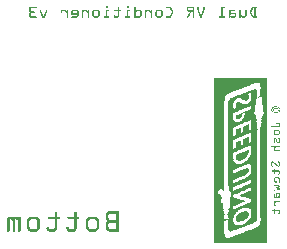
<source format=gbo>
G04 MADE WITH FRITZING*
G04 WWW.FRITZING.ORG*
G04 DOUBLE SIDED*
G04 HOLES PLATED*
G04 CONTOUR ON CENTER OF CONTOUR VECTOR*
%ASAXBY*%
%FSLAX23Y23*%
%MOIN*%
%OFA0B0*%
%SFA1.0B1.0*%
%ADD10R,0.001000X0.001000*%
%LNSILK0*%
G90*
G70*
G36*
X810Y397D02*
X810Y397D01*
X810Y397D01*
X810Y397D01*
X810Y396D01*
X810Y396D01*
X810Y397D01*
X810Y397D01*
X810Y397D01*
G37*
D02*
G36*
X810Y398D02*
X811Y398D01*
X811Y398D01*
X811Y398D01*
X811Y398D01*
X811Y398D01*
X811Y399D01*
X812Y399D01*
X812Y399D01*
X812Y399D01*
X812Y399D01*
X812Y399D01*
X812Y399D01*
X812Y399D01*
X812Y399D01*
X812Y399D01*
X812Y399D01*
X812Y399D01*
X812Y398D01*
X812Y398D01*
X812Y398D01*
X811Y398D01*
X811Y398D01*
X811Y398D01*
X811Y397D01*
X811Y397D01*
X811Y397D01*
X810Y397D01*
X810Y398D01*
G37*
D02*
G36*
X810Y396D02*
X811Y396D01*
X811Y396D01*
X810Y396D01*
X810Y396D01*
G37*
D02*
G36*
X811Y396D02*
X811Y396D01*
X811Y396D01*
X811Y396D01*
X811Y396D01*
G37*
D02*
G36*
X811Y396D02*
X811Y396D01*
X811Y396D01*
X811Y396D01*
X811Y396D01*
G37*
D02*
G36*
X811Y396D02*
X812Y396D01*
X812Y395D01*
X811Y395D01*
X811Y396D01*
G37*
D02*
G36*
X812Y395D02*
X812Y395D01*
X812Y395D01*
X812Y395D01*
X812Y395D01*
X812Y395D01*
X812Y394D01*
X813Y394D01*
X813Y393D01*
X812Y393D01*
X812Y394D01*
X812Y394D01*
X812Y394D01*
X812Y394D01*
X812Y395D01*
X812Y395D01*
X812Y395D01*
G37*
D02*
G36*
X812Y393D02*
X812Y393D01*
X812Y392D01*
X812Y392D01*
X812Y393D01*
G37*
D02*
G36*
X812Y400D02*
X813Y400D01*
X813Y399D01*
X812Y399D01*
X812Y400D01*
G37*
D02*
G36*
X812Y392D02*
X813Y392D01*
X813Y392D01*
X812Y392D01*
X812Y392D01*
G37*
D02*
G36*
X813Y400D02*
X813Y400D01*
X813Y400D01*
X813Y400D01*
X813Y400D01*
G37*
D02*
G36*
X813Y392D02*
X813Y392D01*
X813Y391D01*
X813Y391D01*
X813Y392D01*
G37*
D02*
G36*
X813Y400D02*
X813Y400D01*
X813Y400D01*
X813Y400D01*
X813Y400D01*
G37*
D02*
G36*
X813Y391D02*
X813Y391D01*
X813Y391D01*
X813Y391D01*
X813Y391D01*
G37*
D02*
G36*
X813Y400D02*
X813Y400D01*
X813Y400D01*
X813Y400D01*
X813Y400D01*
G37*
D02*
G36*
X813Y391D02*
X813Y391D01*
X813Y391D01*
X813Y391D01*
X813Y391D01*
G37*
D02*
G36*
X813Y401D02*
X814Y401D01*
X814Y400D01*
X813Y400D01*
X813Y401D01*
G37*
D02*
G36*
X813Y391D02*
X814Y391D01*
X814Y391D01*
X813Y391D01*
X813Y391D01*
G37*
D02*
G36*
X814Y401D02*
X814Y401D01*
X814Y401D01*
X814Y401D01*
X814Y401D01*
G37*
D02*
G36*
X814Y391D02*
X814Y391D01*
X814Y390D01*
X814Y390D01*
X814Y391D01*
G37*
D02*
G36*
X814Y401D02*
X814Y401D01*
X814Y401D01*
X814Y401D01*
X814Y401D01*
G37*
D02*
G36*
X814Y390D02*
X814Y390D01*
X814Y390D01*
X814Y390D01*
X814Y390D01*
G37*
D02*
G36*
X814Y402D02*
X815Y402D01*
X815Y401D01*
X814Y401D01*
X814Y402D01*
G37*
D02*
G36*
X814Y390D02*
X815Y390D01*
X815Y390D01*
X814Y390D01*
X814Y390D01*
G37*
D02*
G36*
X815Y402D02*
X815Y402D01*
X815Y402D01*
X815Y402D01*
X815Y403D01*
X815Y403D01*
X815Y403D01*
X816Y403D01*
X816Y403D01*
X816Y403D01*
X816Y403D01*
X816Y403D01*
X816Y403D01*
X816Y403D01*
X816Y403D01*
X816Y403D01*
X816Y402D01*
X815Y402D01*
X815Y402D01*
X815Y402D01*
X815Y402D01*
X815Y402D01*
X815Y402D01*
X815Y402D01*
X815Y402D01*
G37*
D02*
G36*
X815Y390D02*
X815Y390D01*
X815Y390D01*
X815Y390D01*
X815Y390D01*
G37*
D02*
G36*
X815Y390D02*
X815Y390D01*
X815Y389D01*
X815Y389D01*
X815Y390D01*
G37*
D02*
G36*
X815Y389D02*
X815Y389D01*
X815Y389D01*
X815Y389D01*
X815Y389D01*
G37*
D02*
G36*
X815Y389D02*
X816Y389D01*
X816Y389D01*
X815Y389D01*
X815Y389D01*
G37*
D02*
G36*
X816Y389D02*
X816Y389D01*
X816Y388D01*
X816Y388D01*
X816Y389D01*
G37*
D02*
G36*
X816Y388D02*
X816Y388D01*
X816Y388D01*
X816Y388D01*
X816Y388D01*
G37*
D02*
G36*
X816Y404D02*
X816Y404D01*
X816Y403D01*
X816Y403D01*
X816Y404D01*
G37*
D02*
G36*
X816Y388D02*
X816Y388D01*
X816Y388D01*
X816Y388D01*
X816Y388D01*
G37*
D02*
G36*
X816Y404D02*
X817Y404D01*
X817Y404D01*
X816Y404D01*
X816Y404D01*
G37*
D02*
G36*
X816Y388D02*
X817Y388D01*
X817Y388D01*
X816Y388D01*
X816Y388D01*
G37*
D02*
G36*
X817Y404D02*
X817Y404D01*
X817Y404D01*
X817Y404D01*
X817Y404D01*
G37*
D02*
G36*
X817Y388D02*
X817Y388D01*
X817Y387D01*
X817Y387D01*
X817Y388D01*
G37*
D02*
G36*
X817Y405D02*
X817Y405D01*
X817Y404D01*
X817Y404D01*
X817Y405D01*
G37*
D02*
G36*
X817Y387D02*
X819Y387D01*
X819Y387D01*
X820Y387D01*
X820Y387D01*
X821Y387D01*
X821Y387D01*
X822Y387D01*
X822Y387D01*
X822Y387D01*
X822Y380D01*
X822Y380D01*
X822Y380D01*
X823Y380D01*
X823Y379D01*
X823Y379D01*
X823Y379D01*
X823Y379D01*
X823Y379D01*
X822Y379D01*
X822Y379D01*
X822Y379D01*
X822Y380D01*
X822Y380D01*
X822Y387D01*
X822Y387D01*
X822Y387D01*
X818Y387D01*
X818Y387D01*
X817Y387D01*
X817Y387D01*
G37*
D02*
G36*
X823Y373D02*
X823Y373D01*
X823Y372D01*
X823Y372D01*
X823Y373D01*
G37*
D02*
G36*
X823Y379D02*
X823Y379D01*
X823Y372D01*
X823Y372D01*
X823Y379D01*
G37*
D02*
G36*
X823Y379D02*
X823Y379D01*
X823Y372D01*
X823Y372D01*
X823Y379D01*
G37*
D02*
G36*
X817Y405D02*
X818Y405D01*
X818Y405D01*
X817Y405D01*
X817Y405D01*
G37*
D02*
G36*
X818Y405D02*
X818Y405D01*
X818Y405D01*
X818Y405D01*
X818Y405D01*
G37*
D02*
G36*
X818Y405D02*
X818Y405D01*
X818Y405D01*
X818Y405D01*
X818Y405D01*
G37*
D02*
G36*
X818Y406D02*
X818Y406D01*
X818Y406D01*
X819Y406D01*
X819Y406D01*
X819Y406D01*
X819Y407D01*
X819Y407D01*
X819Y407D01*
X819Y407D01*
X819Y407D01*
X820Y407D01*
X820Y408D01*
X821Y408D01*
X821Y407D01*
X821Y407D01*
X821Y407D01*
X820Y407D01*
X820Y407D01*
X819Y407D01*
X819Y406D01*
X819Y406D01*
X819Y406D01*
X819Y406D01*
X819Y406D01*
X819Y406D01*
X819Y406D01*
X818Y406D01*
X818Y405D01*
X818Y405D01*
X818Y406D01*
G37*
D02*
G36*
X821Y407D02*
X822Y407D01*
X822Y407D01*
X822Y407D01*
X822Y406D01*
X822Y406D01*
X822Y406D01*
X823Y406D01*
X823Y406D01*
X823Y406D01*
X823Y406D01*
X823Y406D01*
X823Y405D01*
X824Y405D01*
X824Y405D01*
X824Y405D01*
X824Y405D01*
X824Y405D01*
X824Y405D01*
X824Y405D01*
X824Y404D01*
X825Y404D01*
X825Y404D01*
X825Y404D01*
X825Y404D01*
X825Y404D01*
X825Y403D01*
X825Y403D01*
X825Y403D01*
X826Y403D01*
X826Y403D01*
X825Y403D01*
X825Y403D01*
X825Y403D01*
X825Y403D01*
X825Y403D01*
X825Y404D01*
X824Y404D01*
X824Y404D01*
X824Y404D01*
X824Y404D01*
X824Y404D01*
X824Y405D01*
X824Y405D01*
X824Y405D01*
X823Y405D01*
X823Y405D01*
X823Y405D01*
X823Y405D01*
X823Y405D01*
X823Y406D01*
X822Y406D01*
X822Y406D01*
X822Y406D01*
X822Y406D01*
X822Y406D01*
X822Y406D01*
X822Y406D01*
X822Y407D01*
X821Y407D01*
X821Y407D01*
G37*
D02*
G36*
X822Y371D02*
X822Y371D01*
X822Y361D01*
X822Y361D01*
X822Y371D01*
G37*
D02*
G36*
X822Y372D02*
X822Y372D01*
X822Y371D01*
X822Y371D01*
X822Y372D01*
G37*
D02*
G36*
X822Y361D02*
X822Y361D01*
X822Y361D01*
X822Y361D01*
X822Y360D01*
X823Y360D01*
X823Y360D01*
X823Y360D01*
X823Y360D01*
X822Y360D01*
X822Y360D01*
X822Y360D01*
X822Y360D01*
X822Y360D01*
X822Y361D01*
G37*
D02*
G36*
X822Y372D02*
X822Y372D01*
X822Y372D01*
X822Y372D01*
X822Y372D01*
G37*
D02*
G36*
X822Y372D02*
X823Y372D01*
X823Y372D01*
X822Y372D01*
X822Y372D01*
G37*
D02*
G36*
X823Y360D02*
X823Y360D01*
X823Y360D01*
X823Y360D01*
X823Y360D01*
G37*
D02*
G36*
X823Y360D02*
X824Y360D01*
X824Y359D01*
X823Y359D01*
X823Y360D01*
G37*
D02*
G36*
X824Y359D02*
X824Y359D01*
X824Y359D01*
X824Y359D01*
X824Y359D01*
G37*
D02*
G36*
X824Y359D02*
X824Y359D01*
X824Y359D01*
X824Y359D01*
X824Y359D01*
G37*
D02*
G36*
X824Y359D02*
X824Y359D01*
X824Y358D01*
X824Y358D01*
X824Y359D01*
G37*
D02*
G36*
X824Y358D02*
X825Y358D01*
X825Y358D01*
X824Y358D01*
X824Y358D01*
G37*
D02*
G36*
X825Y358D02*
X825Y358D01*
X825Y358D01*
X825Y358D01*
X825Y358D01*
X826Y358D01*
X826Y357D01*
X826Y357D01*
X826Y357D01*
X826Y357D01*
X826Y357D01*
X827Y357D01*
X827Y356D01*
X826Y356D01*
X826Y357D01*
X826Y357D01*
X826Y357D01*
X825Y357D01*
X825Y357D01*
X825Y357D01*
X825Y358D01*
X825Y358D01*
X825Y358D01*
X825Y358D01*
X825Y358D01*
G37*
D02*
G36*
X826Y403D02*
X826Y403D01*
X826Y403D01*
X826Y403D01*
X826Y402D01*
X827Y402D01*
X827Y402D01*
X827Y402D01*
X827Y402D01*
X826Y402D01*
X826Y402D01*
X826Y402D01*
X826Y402D01*
X826Y402D01*
X826Y403D01*
G37*
D02*
G36*
X827Y356D02*
X827Y356D01*
X827Y356D01*
X827Y356D01*
X827Y356D01*
G37*
D02*
G36*
X827Y402D02*
X827Y402D01*
X827Y402D01*
X827Y402D01*
X827Y402D01*
G37*
D02*
G36*
X827Y356D02*
X827Y356D01*
X827Y343D01*
X827Y343D01*
X827Y343D01*
X828Y343D01*
X828Y343D01*
X827Y343D01*
X827Y343D01*
X827Y343D01*
X827Y343D01*
X827Y343D01*
X827Y356D01*
G37*
D02*
G36*
X827Y335D02*
X827Y335D01*
X827Y333D01*
X827Y333D01*
X827Y333D01*
X827Y333D01*
X827Y333D01*
X827Y333D01*
X827Y335D01*
G37*
D02*
G36*
X827Y335D02*
X827Y335D01*
X827Y335D01*
X828Y335D01*
X828Y335D01*
X827Y335D01*
X827Y334D01*
X827Y334D01*
X827Y335D01*
G37*
D02*
G36*
X827Y402D02*
X827Y402D01*
X827Y401D01*
X828Y401D01*
X828Y401D01*
X827Y401D01*
X827Y402D01*
G37*
D02*
G36*
X827Y333D02*
X828Y333D01*
X828Y332D01*
X827Y332D01*
X827Y333D01*
G37*
D02*
G36*
X828Y343D02*
X828Y343D01*
X828Y342D01*
X828Y342D01*
X828Y342D01*
X828Y342D01*
X828Y341D01*
X828Y341D01*
X828Y342D01*
X828Y342D01*
X828Y342D01*
X828Y342D01*
X828Y343D01*
G37*
D02*
G36*
X828Y336D02*
X828Y336D01*
X828Y335D01*
X828Y335D01*
X828Y336D01*
G37*
D02*
G36*
X828Y332D02*
X828Y332D01*
X828Y332D01*
X828Y332D01*
X828Y332D01*
G37*
D02*
G36*
X828Y336D02*
X828Y336D01*
X828Y337D01*
X828Y337D01*
X828Y341D01*
X829Y341D01*
X829Y336D01*
X828Y336D01*
X828Y336D01*
X828Y336D01*
X828Y336D01*
X828Y336D01*
X828Y336D01*
G37*
D02*
G36*
X828Y332D02*
X828Y332D01*
X828Y332D01*
X828Y332D01*
X828Y332D01*
G37*
D02*
G36*
X828Y414D02*
X828Y414D01*
X828Y414D01*
X829Y414D01*
X829Y412D01*
X828Y412D01*
X828Y413D01*
X828Y413D01*
X828Y414D01*
G37*
D02*
G36*
X828Y415D02*
X829Y415D01*
X829Y414D01*
X828Y414D01*
X828Y415D01*
G37*
D02*
G36*
X828Y332D02*
X828Y332D01*
X828Y332D01*
X828Y332D01*
X828Y332D01*
G37*
D02*
G36*
X828Y332D02*
X829Y332D01*
X829Y331D01*
X828Y331D01*
X828Y332D01*
G37*
D02*
G36*
X829Y415D02*
X829Y415D01*
X829Y416D01*
X829Y416D01*
X829Y416D01*
X830Y416D01*
X830Y416D01*
X830Y416D01*
X830Y416D01*
X830Y416D01*
X830Y415D01*
X829Y415D01*
X829Y415D01*
X829Y415D01*
X829Y415D01*
X829Y415D01*
X829Y415D01*
G37*
D02*
G36*
X829Y412D02*
X829Y412D01*
X829Y412D01*
X829Y412D01*
X829Y412D01*
G37*
D02*
G36*
X829Y331D02*
X829Y331D01*
X829Y331D01*
X829Y331D01*
X829Y331D01*
G37*
D02*
G36*
X828Y401D02*
X829Y401D01*
X829Y401D01*
X829Y401D01*
X829Y401D01*
X828Y401D01*
X828Y401D01*
G37*
D02*
G36*
X829Y412D02*
X829Y412D01*
X829Y411D01*
X829Y411D01*
X829Y412D01*
G37*
D02*
G36*
X829Y411D02*
X830Y411D01*
X830Y401D01*
X829Y401D01*
X829Y411D01*
G37*
D02*
G36*
X829Y411D02*
X830Y411D01*
X830Y401D01*
X829Y401D01*
X829Y411D01*
G37*
D02*
G36*
X829Y331D02*
X830Y331D01*
X830Y331D01*
X830Y331D01*
X830Y331D01*
X830Y331D01*
X830Y330D01*
X830Y330D01*
X830Y329D01*
X830Y329D01*
X830Y329D01*
X830Y329D01*
X830Y330D01*
X830Y330D01*
X830Y331D01*
X829Y331D01*
X829Y331D01*
X829Y331D01*
X829Y331D01*
G37*
D02*
G36*
X830Y417D02*
X830Y417D01*
X830Y416D01*
X830Y416D01*
X830Y417D01*
G37*
D02*
G36*
X830Y417D02*
X830Y417D01*
X830Y417D01*
X831Y417D01*
X831Y417D01*
X831Y417D01*
X831Y417D01*
X830Y417D01*
X830Y417D01*
G37*
D02*
G36*
X830Y329D02*
X831Y329D01*
X831Y328D01*
X830Y328D01*
X830Y329D01*
G37*
D02*
G36*
X831Y328D02*
X831Y328D01*
X831Y328D01*
X831Y328D01*
X831Y328D01*
G37*
D02*
G36*
X831Y417D02*
X831Y417D01*
X831Y417D01*
X831Y417D01*
X831Y417D01*
G37*
D02*
G36*
X831Y328D02*
X831Y328D01*
X831Y328D01*
X831Y328D01*
X831Y328D01*
G37*
D02*
G36*
X831Y418D02*
X831Y418D01*
X831Y417D01*
X831Y417D01*
X831Y418D01*
G37*
D02*
G36*
X831Y418D02*
X832Y418D01*
X832Y418D01*
X831Y418D01*
X831Y418D01*
G37*
D02*
G36*
X832Y418D02*
X832Y418D01*
X832Y418D01*
X832Y418D01*
X832Y418D01*
G37*
D02*
G36*
X832Y418D02*
X832Y418D01*
X832Y418D01*
X832Y418D01*
X832Y418D01*
G37*
D02*
G36*
X833Y419D02*
X833Y419D01*
X833Y419D01*
X833Y419D01*
X833Y419D01*
G37*
D02*
G36*
X833Y307D02*
X833Y307D01*
X833Y307D01*
X833Y307D01*
X833Y307D01*
G37*
D02*
G36*
X833Y704D02*
X833Y704D01*
X833Y702D01*
X833Y702D01*
X833Y704D01*
G37*
D02*
G36*
X833Y256D02*
X833Y256D01*
X833Y254D01*
X833Y254D01*
X833Y256D01*
G37*
D02*
G36*
X833Y707D02*
X833Y707D01*
X833Y706D01*
X833Y706D01*
X833Y707D01*
G37*
D02*
G36*
X833Y253D02*
X833Y253D01*
X833Y251D01*
X833Y251D01*
X833Y253D01*
G37*
D02*
G36*
X833Y709D02*
X834Y709D01*
X834Y708D01*
X833Y708D01*
X833Y709D01*
G37*
D02*
G36*
X833Y250D02*
X834Y250D01*
X834Y250D01*
X833Y250D01*
X833Y250D01*
G37*
D02*
G36*
X836Y716D02*
X836Y716D01*
X836Y716D01*
X836Y716D01*
X836Y716D01*
G37*
D02*
G36*
X836Y717D02*
X836Y717D01*
X836Y716D01*
X836Y716D01*
X836Y717D01*
G37*
D02*
G36*
X836Y717D02*
X836Y717D01*
X836Y717D01*
X836Y717D01*
X836Y717D01*
G37*
D02*
G36*
X837Y719D02*
X837Y719D01*
X837Y718D01*
X837Y718D01*
X837Y719D01*
G37*
D02*
G36*
X838Y720D02*
X838Y720D01*
X838Y720D01*
X838Y720D01*
X838Y720D01*
G37*
D02*
G36*
X838Y720D02*
X839Y720D01*
X839Y720D01*
X838Y720D01*
X838Y720D01*
G37*
D02*
G36*
X839Y720D02*
X839Y720D01*
X839Y720D01*
X839Y720D01*
X839Y720D01*
G37*
D02*
G36*
X839Y721D02*
X839Y721D01*
X839Y720D01*
X839Y720D01*
X839Y721D01*
G37*
D02*
G36*
X839Y721D02*
X839Y721D01*
X839Y721D01*
X839Y721D01*
X839Y721D01*
G37*
D02*
G36*
X839Y721D02*
X840Y721D01*
X840Y721D01*
X839Y721D01*
X839Y721D01*
G37*
D02*
G36*
X840Y323D02*
X842Y323D01*
X842Y323D01*
X842Y323D01*
X842Y323D01*
X840Y323D01*
X840Y323D01*
X840Y323D01*
X840Y323D01*
G37*
D02*
G36*
X840Y722D02*
X841Y722D01*
X841Y722D01*
X840Y722D01*
X840Y722D01*
G37*
D02*
G36*
X841Y307D02*
X841Y307D01*
X841Y307D01*
X842Y307D01*
X842Y307D01*
X842Y307D01*
X842Y306D01*
X842Y306D01*
X842Y306D01*
X841Y306D01*
X841Y306D01*
X841Y306D01*
X841Y307D01*
G37*
D02*
G36*
X841Y722D02*
X841Y722D01*
X841Y722D01*
X841Y722D01*
X841Y722D01*
G37*
D02*
G36*
X843Y328D02*
X843Y328D01*
X843Y328D01*
X844Y328D01*
X844Y329D01*
X844Y329D01*
X844Y329D01*
X845Y329D01*
X845Y328D01*
X844Y328D01*
X844Y328D01*
X844Y328D01*
X844Y328D01*
X843Y328D01*
X843Y328D01*
X843Y328D01*
X843Y328D01*
G37*
D02*
G36*
X843Y420D02*
X843Y420D01*
X843Y419D01*
X843Y419D01*
X843Y420D01*
G37*
D02*
G36*
X843Y419D02*
X844Y419D01*
X844Y419D01*
X843Y419D01*
X843Y419D01*
G37*
D02*
G36*
X844Y724D02*
X845Y724D01*
X845Y724D01*
X844Y724D01*
X844Y724D01*
G37*
D02*
G36*
X844Y418D02*
X844Y418D01*
X844Y418D01*
X844Y418D01*
X844Y418D01*
G37*
D02*
G36*
X844Y418D02*
X845Y418D01*
X845Y418D01*
X845Y418D01*
X845Y417D01*
X845Y417D01*
X845Y418D01*
X844Y418D01*
X844Y418D01*
G37*
D02*
G36*
X845Y331D02*
X845Y331D01*
X845Y331D01*
X845Y331D01*
X845Y331D01*
X846Y331D01*
X846Y331D01*
X845Y331D01*
X845Y331D01*
X845Y331D01*
X845Y331D01*
X845Y331D01*
X845Y329D01*
X845Y329D01*
X845Y331D01*
G37*
D02*
G36*
X845Y724D02*
X845Y724D01*
X845Y724D01*
X845Y724D01*
X845Y724D01*
G37*
D02*
G36*
X845Y417D02*
X845Y417D01*
X845Y417D01*
X845Y417D01*
X845Y417D01*
G37*
D02*
G36*
X845Y417D02*
X846Y417D01*
X846Y417D01*
X845Y417D01*
X845Y417D01*
G37*
D02*
G36*
X845Y340D02*
X846Y340D01*
X846Y340D01*
X846Y340D01*
X846Y336D01*
X846Y336D01*
X846Y337D01*
X845Y337D01*
X845Y340D01*
G37*
D02*
G36*
X846Y417D02*
X846Y417D01*
X846Y417D01*
X846Y417D01*
X846Y417D01*
G37*
D02*
G36*
X846Y332D02*
X846Y332D01*
X846Y331D01*
X846Y331D01*
X846Y332D01*
G37*
D02*
G36*
X846Y417D02*
X846Y417D01*
X846Y416D01*
X846Y416D01*
X846Y416D01*
X846Y416D01*
X846Y416D01*
X846Y416D01*
X846Y417D01*
G37*
D02*
G36*
X846Y341D02*
X846Y341D01*
X846Y340D01*
X846Y340D01*
X846Y341D01*
G37*
D02*
G36*
X846Y336D02*
X846Y336D01*
X846Y336D01*
X846Y336D01*
X846Y336D01*
G37*
D02*
G36*
X846Y332D02*
X846Y332D01*
X846Y332D01*
X846Y332D01*
X846Y333D01*
X847Y333D01*
X847Y333D01*
X847Y333D01*
X847Y333D01*
X847Y333D01*
X847Y334D01*
X848Y334D01*
X848Y333D01*
X847Y333D01*
X847Y333D01*
X847Y333D01*
X847Y332D01*
X847Y332D01*
X847Y332D01*
X846Y332D01*
X846Y332D01*
X846Y332D01*
X846Y332D01*
X846Y332D01*
X846Y332D01*
G37*
D02*
G36*
X846Y411D02*
X846Y411D01*
X846Y403D01*
X846Y403D01*
X846Y411D01*
G37*
D02*
G36*
X846Y341D02*
X846Y341D01*
X846Y341D01*
X846Y341D01*
X846Y341D01*
G37*
D02*
G36*
X846Y336D02*
X846Y336D01*
X846Y336D01*
X847Y336D01*
X847Y335D01*
X846Y335D01*
X846Y335D01*
X846Y335D01*
X846Y336D01*
G37*
D02*
G36*
X846Y416D02*
X847Y416D01*
X847Y415D01*
X846Y415D01*
X846Y416D01*
G37*
D02*
G36*
X846Y411D02*
X847Y411D01*
X847Y411D01*
X846Y411D01*
X846Y411D01*
G37*
D02*
G36*
X846Y403D02*
X847Y403D01*
X847Y402D01*
X846Y402D01*
X846Y403D01*
G37*
D02*
G36*
X846Y341D02*
X847Y341D01*
X847Y341D01*
X846Y341D01*
X846Y341D01*
G37*
D02*
G36*
X846Y266D02*
X847Y266D01*
X847Y266D01*
X846Y266D01*
X846Y266D01*
G37*
D02*
G36*
X847Y415D02*
X847Y415D01*
X847Y415D01*
X847Y415D01*
X847Y415D01*
G37*
D02*
G36*
X847Y412D02*
X847Y412D01*
X847Y411D01*
X847Y411D01*
X847Y412D01*
G37*
D02*
G36*
X847Y402D02*
X847Y402D01*
X847Y402D01*
X847Y402D01*
X847Y402D01*
G37*
D02*
G36*
X847Y341D02*
X847Y341D01*
X847Y341D01*
X847Y341D01*
X847Y341D01*
G37*
D02*
G36*
X847Y335D02*
X847Y335D01*
X847Y335D01*
X847Y335D01*
X847Y334D01*
X847Y334D01*
X847Y335D01*
X847Y335D01*
X847Y335D01*
G37*
D02*
G36*
X847Y266D02*
X847Y266D01*
X847Y266D01*
X847Y266D01*
X847Y266D01*
X847Y266D01*
X847Y266D01*
G37*
D02*
G36*
X847Y415D02*
X847Y415D01*
X847Y414D01*
X847Y414D01*
X847Y415D01*
G37*
D02*
G36*
X847Y412D02*
X847Y412D01*
X847Y412D01*
X847Y412D01*
X847Y412D01*
G37*
D02*
G36*
X847Y415D02*
X848Y415D01*
X848Y412D01*
X847Y412D01*
X847Y415D01*
G37*
D02*
G36*
X847Y415D02*
X848Y415D01*
X848Y412D01*
X847Y412D01*
X847Y415D01*
G37*
D02*
G36*
X847Y402D02*
X847Y402D01*
X847Y402D01*
X848Y402D01*
X848Y401D01*
X848Y401D01*
X848Y400D01*
X848Y400D01*
X848Y401D01*
X847Y401D01*
X847Y401D01*
X847Y401D01*
X847Y402D01*
G37*
D02*
G36*
X847Y342D02*
X847Y342D01*
X847Y341D01*
X847Y341D01*
X847Y342D01*
G37*
D02*
G36*
X847Y342D02*
X848Y342D01*
X848Y342D01*
X847Y342D01*
X847Y342D01*
G37*
D02*
G36*
X848Y342D02*
X848Y342D01*
X848Y342D01*
X848Y342D01*
X848Y342D01*
G37*
D02*
G36*
X848Y704D02*
X848Y704D01*
X848Y704D01*
X848Y704D01*
X848Y704D01*
G37*
D02*
G36*
X848Y400D02*
X848Y400D01*
X848Y400D01*
X848Y400D01*
X848Y400D01*
G37*
D02*
G36*
X848Y343D02*
X848Y343D01*
X848Y342D01*
X848Y342D01*
X848Y343D01*
G37*
D02*
G36*
X848Y400D02*
X848Y400D01*
X848Y400D01*
X849Y400D01*
X849Y399D01*
X848Y399D01*
X848Y399D01*
X848Y399D01*
X848Y400D01*
G37*
D02*
G36*
X848Y356D02*
X848Y356D01*
X848Y356D01*
X849Y356D01*
X849Y357D01*
X851Y357D01*
X851Y357D01*
X851Y357D01*
X851Y357D01*
X852Y357D01*
X852Y379D01*
X852Y379D01*
X852Y379D01*
X852Y379D01*
X852Y379D01*
X852Y379D01*
X852Y357D01*
X852Y357D01*
X852Y357D01*
X851Y357D01*
X851Y356D01*
X849Y356D01*
X849Y356D01*
X849Y356D01*
X849Y356D01*
X848Y356D01*
X848Y343D01*
X848Y343D01*
X848Y356D01*
G37*
D02*
G36*
X848Y726D02*
X849Y726D01*
X849Y726D01*
X848Y726D01*
X848Y726D01*
G37*
D02*
G36*
X849Y726D02*
X849Y726D01*
X849Y726D01*
X849Y726D01*
X849Y726D01*
G37*
D02*
G36*
X849Y705D02*
X849Y705D01*
X849Y705D01*
X849Y705D01*
X849Y705D01*
G37*
D02*
G36*
X849Y399D02*
X849Y399D01*
X849Y399D01*
X849Y399D01*
X849Y399D01*
G37*
D02*
G36*
X849Y399D02*
X849Y399D01*
X849Y398D01*
X849Y398D01*
X849Y398D01*
X850Y398D01*
X850Y397D01*
X849Y397D01*
X849Y397D01*
X849Y397D01*
X849Y398D01*
X849Y398D01*
X849Y399D01*
G37*
D02*
G36*
X849Y706D02*
X850Y706D01*
X850Y706D01*
X849Y706D01*
X849Y706D01*
G37*
D02*
G36*
X849Y244D02*
X850Y244D01*
X850Y244D01*
X849Y244D01*
X849Y244D01*
G37*
D02*
G36*
X850Y706D02*
X850Y706D01*
X850Y706D01*
X850Y706D01*
X850Y706D01*
G37*
D02*
G36*
X850Y397D02*
X850Y397D01*
X850Y397D01*
X850Y397D01*
X850Y396D01*
X851Y396D01*
X851Y396D01*
X851Y396D01*
X851Y396D01*
X851Y396D01*
X851Y395D01*
X851Y395D01*
X851Y396D01*
X850Y396D01*
X850Y396D01*
X850Y396D01*
X850Y396D01*
X850Y396D01*
X850Y397D01*
G37*
D02*
G36*
X850Y245D02*
X850Y245D01*
X850Y244D01*
X850Y244D01*
X850Y245D01*
G37*
D02*
G36*
X850Y707D02*
X850Y707D01*
X850Y706D01*
X850Y706D01*
X850Y707D01*
G37*
D02*
G36*
X850Y727D02*
X851Y727D01*
X851Y727D01*
X851Y727D01*
X851Y727D01*
X852Y727D01*
X852Y727D01*
X851Y727D01*
X851Y727D01*
X851Y727D01*
X851Y726D01*
X850Y726D01*
X850Y727D01*
G37*
D02*
G36*
X851Y708D02*
X851Y708D01*
X851Y707D01*
X851Y707D01*
X851Y708D01*
G37*
D02*
G36*
X851Y395D02*
X851Y395D01*
X851Y395D01*
X851Y395D01*
X851Y395D01*
G37*
D02*
G36*
X851Y708D02*
X852Y708D01*
X852Y708D01*
X852Y708D01*
X852Y708D01*
X851Y708D01*
X851Y708D01*
G37*
D02*
G36*
X851Y395D02*
X852Y395D01*
X852Y395D01*
X851Y395D01*
X851Y395D01*
G37*
D02*
G36*
X852Y395D02*
X852Y395D01*
X852Y394D01*
X852Y394D01*
X852Y395D01*
G37*
D02*
G36*
X852Y708D02*
X852Y708D01*
X852Y708D01*
X852Y708D01*
X852Y708D01*
G37*
D02*
G36*
X852Y394D02*
X852Y394D01*
X852Y394D01*
X852Y394D01*
X852Y394D01*
G37*
D02*
G36*
X852Y379D02*
X852Y379D01*
X852Y379D01*
X852Y379D01*
X852Y379D01*
G37*
D02*
G36*
X852Y264D02*
X852Y264D01*
X852Y264D01*
X852Y264D01*
X852Y264D01*
G37*
D02*
G36*
X852Y394D02*
X853Y394D01*
X853Y394D01*
X852Y394D01*
X852Y394D01*
G37*
D02*
G36*
X852Y380D02*
X853Y380D01*
X853Y379D01*
X852Y379D01*
X852Y380D01*
G37*
D02*
G36*
X853Y380D02*
X853Y380D01*
X853Y380D01*
X853Y380D01*
X853Y380D01*
G37*
D02*
G36*
X853Y394D02*
X853Y394D01*
X853Y394D01*
X853Y394D01*
X853Y394D01*
G37*
D02*
G36*
X853Y380D02*
X853Y380D01*
X853Y381D01*
X854Y381D01*
X854Y380D01*
X853Y380D01*
X853Y380D01*
G37*
D02*
G36*
X853Y394D02*
X854Y394D01*
X854Y393D01*
X853Y393D01*
X853Y394D01*
G37*
D02*
G36*
X854Y387D02*
X854Y387D01*
X854Y388D01*
X854Y388D01*
X854Y387D01*
X854Y387D01*
X854Y381D01*
X854Y381D01*
X854Y387D01*
G37*
D02*
G36*
X854Y393D02*
X854Y393D01*
X854Y393D01*
X854Y393D01*
X854Y393D01*
G37*
D02*
G36*
X854Y728D02*
X854Y728D01*
X854Y728D01*
X854Y728D01*
X854Y728D01*
G37*
D02*
G36*
X854Y393D02*
X854Y393D01*
X854Y393D01*
X854Y393D01*
X854Y393D01*
G37*
D02*
G36*
X854Y389D02*
X854Y389D01*
X854Y388D01*
X854Y388D01*
X854Y389D01*
G37*
D02*
G36*
X854Y728D02*
X855Y728D01*
X855Y728D01*
X854Y728D01*
X854Y728D01*
G37*
D02*
G36*
X854Y393D02*
X855Y393D01*
X855Y389D01*
X854Y389D01*
X854Y393D01*
G37*
D02*
G36*
X854Y246D02*
X855Y246D01*
X855Y246D01*
X854Y246D01*
X854Y246D01*
G37*
D02*
G36*
X855Y246D02*
X855Y246D01*
X855Y247D01*
X856Y247D01*
X856Y246D01*
X855Y246D01*
X855Y246D01*
X855Y246D01*
X855Y246D01*
G37*
D02*
G36*
X856Y729D02*
X856Y729D01*
X856Y729D01*
X856Y729D01*
X856Y729D01*
G37*
D02*
G36*
X856Y711D02*
X856Y711D01*
X856Y710D01*
X856Y710D01*
X856Y711D01*
G37*
D02*
G36*
X856Y729D02*
X857Y729D01*
X857Y729D01*
X856Y729D01*
X856Y729D01*
G37*
D02*
G36*
X856Y711D02*
X857Y711D01*
X857Y710D01*
X856Y710D01*
X856Y711D01*
G37*
D02*
G36*
X857Y729D02*
X857Y729D01*
X857Y729D01*
X857Y729D01*
X857Y729D01*
G37*
D02*
G36*
X857Y711D02*
X857Y711D01*
X857Y711D01*
X858Y711D01*
X858Y711D01*
X857Y711D01*
X857Y711D01*
X857Y711D01*
X857Y711D01*
G37*
D02*
G36*
X857Y248D02*
X858Y248D01*
X858Y247D01*
X857Y247D01*
X857Y248D01*
G37*
D02*
G36*
X858Y729D02*
X858Y729D01*
X858Y729D01*
X858Y729D01*
X858Y729D01*
G37*
D02*
G36*
X859Y248D02*
X860Y248D01*
X860Y248D01*
X859Y248D01*
X859Y248D01*
G37*
D02*
G36*
X860Y248D02*
X860Y248D01*
X860Y249D01*
X861Y249D01*
X861Y249D01*
X861Y249D01*
X861Y249D01*
X861Y249D01*
X861Y248D01*
X861Y248D01*
X861Y248D01*
X860Y248D01*
X860Y248D01*
G37*
D02*
G36*
X861Y731D02*
X861Y731D01*
X861Y730D01*
X861Y730D01*
X861Y731D01*
G37*
D02*
G36*
X861Y731D02*
X862Y731D01*
X862Y731D01*
X861Y731D01*
X861Y731D01*
G37*
D02*
G36*
X862Y693D02*
X862Y693D01*
X862Y692D01*
X862Y692D01*
X862Y693D01*
G37*
D02*
G36*
X862Y731D02*
X863Y731D01*
X863Y731D01*
X862Y731D01*
X862Y731D01*
G37*
D02*
G36*
X862Y694D02*
X862Y694D01*
X862Y693D01*
X862Y693D01*
X862Y694D01*
G37*
D02*
G36*
X862Y295D02*
X862Y295D01*
X862Y295D01*
X862Y295D01*
X862Y295D01*
G37*
D02*
G36*
X862Y695D02*
X863Y695D01*
X863Y694D01*
X862Y694D01*
X862Y695D01*
G37*
D02*
G36*
X863Y401D02*
X863Y401D01*
X863Y401D01*
X863Y401D01*
X863Y401D01*
G37*
D02*
G36*
X863Y732D02*
X863Y732D01*
X863Y732D01*
X864Y732D01*
X864Y732D01*
X864Y732D01*
X864Y731D01*
X863Y731D01*
X863Y732D01*
G37*
D02*
G36*
X863Y437D02*
X864Y437D01*
X864Y436D01*
X863Y436D01*
X863Y437D01*
G37*
D02*
G36*
X864Y676D02*
X864Y676D01*
X864Y675D01*
X864Y675D01*
X864Y676D01*
G37*
D02*
G36*
X864Y316D02*
X864Y316D01*
X864Y316D01*
X864Y316D01*
X864Y316D01*
G37*
D02*
G36*
X864Y292D02*
X864Y292D01*
X864Y291D01*
X864Y291D01*
X864Y292D01*
G37*
D02*
G36*
X864Y250D02*
X864Y250D01*
X864Y249D01*
X864Y249D01*
X864Y250D01*
G37*
D02*
G36*
X864Y675D02*
X864Y675D01*
X864Y675D01*
X864Y675D01*
X864Y675D01*
G37*
D02*
G36*
X864Y660D02*
X865Y660D01*
X865Y660D01*
X864Y660D01*
X864Y660D01*
G37*
D02*
G36*
X864Y497D02*
X864Y497D01*
X864Y497D01*
X864Y497D01*
X864Y497D01*
G37*
D02*
G36*
X864Y699D02*
X865Y699D01*
X865Y699D01*
X864Y699D01*
X864Y699D01*
G37*
D02*
G36*
X864Y675D02*
X865Y675D01*
X865Y675D01*
X864Y675D01*
X864Y675D01*
G37*
D02*
G36*
X864Y497D02*
X865Y497D01*
X865Y496D01*
X864Y496D01*
X864Y497D01*
G37*
D02*
G36*
X864Y318D02*
X865Y318D01*
X865Y317D01*
X864Y317D01*
X864Y318D01*
G37*
D02*
G36*
X865Y700D02*
X865Y700D01*
X865Y699D01*
X865Y699D01*
X865Y700D01*
G37*
D02*
G36*
X865Y675D02*
X865Y675D01*
X865Y674D01*
X865Y674D01*
X865Y675D01*
G37*
D02*
G36*
X865Y632D02*
X865Y632D01*
X865Y632D01*
X865Y632D01*
X865Y632D01*
X865Y632D01*
X865Y632D01*
X865Y632D01*
X865Y632D01*
G37*
D02*
G36*
X865Y318D02*
X865Y318D01*
X865Y318D01*
X865Y318D01*
X865Y318D01*
G37*
D02*
G36*
X865Y700D02*
X865Y700D01*
X865Y700D01*
X866Y700D01*
X866Y700D01*
X865Y700D01*
X865Y700D01*
X865Y700D01*
X865Y700D01*
G37*
D02*
G36*
X865Y319D02*
X865Y319D01*
X865Y318D01*
X865Y318D01*
X865Y319D01*
G37*
D02*
G36*
X865Y632D02*
X866Y632D01*
X866Y631D01*
X865Y631D01*
X865Y632D01*
G37*
D02*
G36*
X865Y319D02*
X866Y319D01*
X866Y319D01*
X865Y319D01*
X865Y319D01*
G37*
D02*
G36*
X866Y631D02*
X866Y631D01*
X866Y631D01*
X866Y631D01*
X866Y631D01*
G37*
D02*
G36*
X866Y495D02*
X866Y495D01*
X866Y495D01*
X866Y495D01*
X866Y495D01*
G37*
D02*
G36*
X866Y402D02*
X866Y402D01*
X866Y402D01*
X866Y402D01*
X866Y402D01*
G37*
D02*
G36*
X866Y402D02*
X867Y402D01*
X867Y402D01*
X866Y402D01*
X866Y402D01*
G37*
D02*
G36*
X866Y251D02*
X866Y251D01*
X866Y251D01*
X867Y251D01*
X867Y251D01*
X866Y251D01*
X866Y250D01*
X866Y250D01*
X866Y251D01*
G37*
D02*
G36*
X866Y674D02*
X867Y674D01*
X867Y674D01*
X866Y674D01*
X866Y674D01*
G37*
D02*
G36*
X866Y471D02*
X867Y471D01*
X867Y471D01*
X866Y471D01*
X866Y471D01*
G37*
D02*
G36*
X867Y674D02*
X867Y674D01*
X867Y674D01*
X867Y674D01*
X867Y674D01*
G37*
D02*
G36*
X867Y403D02*
X867Y403D01*
X867Y402D01*
X867Y402D01*
X867Y403D01*
G37*
D02*
G36*
X867Y675D02*
X867Y675D01*
X867Y674D01*
X867Y674D01*
X867Y675D01*
G37*
D02*
G36*
X867Y733D02*
X868Y733D01*
X868Y733D01*
X867Y733D01*
X867Y733D01*
G37*
D02*
G36*
X867Y675D02*
X867Y675D01*
X867Y675D01*
X867Y675D01*
X867Y675D01*
G37*
D02*
G36*
X867Y614D02*
X868Y614D01*
X868Y614D01*
X867Y614D01*
X867Y614D01*
G37*
D02*
G36*
X867Y472D02*
X868Y472D01*
X868Y471D01*
X867Y471D01*
X867Y472D01*
G37*
D02*
G36*
X867Y675D02*
X868Y675D01*
X868Y675D01*
X867Y675D01*
X867Y675D01*
G37*
D02*
G36*
X867Y323D02*
X868Y323D01*
X868Y322D01*
X867Y322D01*
X867Y323D01*
G37*
D02*
G36*
X868Y733D02*
X868Y733D01*
X868Y733D01*
X868Y733D01*
X868Y733D01*
G37*
D02*
G36*
X868Y675D02*
X868Y675D01*
X868Y675D01*
X868Y675D01*
X868Y675D01*
G37*
D02*
G36*
X868Y472D02*
X869Y472D01*
X869Y472D01*
X868Y472D01*
X868Y472D01*
G37*
D02*
G36*
X868Y676D02*
X868Y676D01*
X868Y675D01*
X868Y675D01*
X868Y676D01*
G37*
D02*
G36*
X868Y543D02*
X869Y543D01*
X869Y543D01*
X868Y543D01*
X868Y543D01*
G37*
D02*
G36*
X868Y323D02*
X868Y323D01*
X868Y323D01*
X868Y323D01*
X868Y323D01*
G37*
D02*
G36*
X868Y704D02*
X869Y704D01*
X869Y704D01*
X868Y704D01*
X868Y704D01*
G37*
D02*
G36*
X868Y676D02*
X869Y676D01*
X869Y676D01*
X868Y676D01*
X868Y676D01*
G37*
D02*
G36*
X868Y324D02*
X869Y324D01*
X869Y323D01*
X868Y323D01*
X868Y324D01*
G37*
D02*
G36*
X868Y252D02*
X869Y252D01*
X869Y251D01*
X868Y251D01*
X868Y252D01*
G37*
D02*
G36*
X869Y734D02*
X869Y734D01*
X869Y734D01*
X870Y734D01*
X870Y734D01*
X869Y734D01*
X869Y733D01*
X869Y733D01*
X869Y734D01*
G37*
D02*
G36*
X869Y704D02*
X869Y704D01*
X869Y704D01*
X869Y704D01*
X869Y704D01*
G37*
D02*
G36*
X869Y614D02*
X869Y614D01*
X869Y614D01*
X869Y614D01*
X869Y614D01*
G37*
D02*
G36*
X869Y585D02*
X869Y585D01*
X869Y585D01*
X869Y585D01*
X869Y585D01*
G37*
D02*
G36*
X869Y543D02*
X869Y543D01*
X869Y543D01*
X869Y543D01*
X869Y543D01*
G37*
D02*
G36*
X869Y472D02*
X869Y472D01*
X869Y472D01*
X869Y472D01*
X869Y472D01*
G37*
D02*
G36*
X869Y324D02*
X869Y324D01*
X869Y324D01*
X869Y324D01*
X869Y324D01*
G37*
D02*
G36*
X869Y705D02*
X869Y705D01*
X869Y704D01*
X869Y704D01*
X869Y705D01*
G37*
D02*
G36*
X869Y325D02*
X869Y325D01*
X869Y324D01*
X869Y324D01*
X869Y325D01*
G37*
D02*
G36*
X869Y473D02*
X870Y473D01*
X870Y472D01*
X869Y472D01*
X869Y473D01*
G37*
D02*
G36*
X869Y389D02*
X870Y389D01*
X870Y389D01*
X869Y389D01*
X869Y389D01*
G37*
D02*
G36*
X869Y325D02*
X870Y325D01*
X870Y325D01*
X869Y325D01*
X869Y325D01*
G37*
D02*
G36*
X870Y429D02*
X870Y429D01*
X870Y429D01*
X870Y429D01*
X870Y429D01*
G37*
D02*
G36*
X870Y326D02*
X870Y326D01*
X870Y325D01*
X870Y325D01*
X870Y326D01*
G37*
D02*
G36*
X870Y705D02*
X870Y705D01*
X870Y705D01*
X870Y705D01*
X870Y705D01*
G37*
D02*
G36*
X870Y691D02*
X870Y691D01*
X870Y691D01*
X870Y691D01*
X870Y691D01*
G37*
D02*
G36*
X870Y678D02*
X870Y678D01*
X870Y678D01*
X870Y678D01*
X870Y678D01*
G37*
D02*
G36*
X870Y326D02*
X870Y326D01*
X870Y326D01*
X870Y326D01*
X870Y326D01*
X870Y326D01*
X870Y326D01*
X870Y326D01*
X870Y326D01*
G37*
D02*
G36*
X870Y706D02*
X871Y706D01*
X871Y705D01*
X870Y705D01*
X870Y706D01*
G37*
D02*
G36*
X870Y682D02*
X870Y682D01*
X870Y682D01*
X870Y682D01*
X870Y682D01*
G37*
D02*
G36*
X870Y678D02*
X870Y678D01*
X870Y678D01*
X870Y678D01*
X870Y678D01*
G37*
D02*
G36*
X870Y429D02*
X871Y429D01*
X871Y429D01*
X870Y429D01*
X870Y429D01*
G37*
D02*
G36*
X870Y308D02*
X870Y308D01*
X870Y303D01*
X870Y303D01*
X870Y308D01*
G37*
D02*
G36*
X870Y682D02*
X871Y682D01*
X871Y681D01*
X870Y681D01*
X870Y682D01*
G37*
D02*
G36*
X870Y678D02*
X871Y678D01*
X871Y678D01*
X870Y678D01*
X870Y678D01*
G37*
D02*
G36*
X870Y663D02*
X871Y663D01*
X871Y662D01*
X870Y662D01*
X870Y663D01*
G37*
D02*
G36*
X870Y604D02*
X871Y604D01*
X871Y604D01*
X870Y604D01*
X870Y604D01*
G37*
D02*
G36*
X870Y462D02*
X871Y462D01*
X871Y461D01*
X870Y461D01*
X870Y462D01*
G37*
D02*
G36*
X871Y706D02*
X871Y706D01*
X871Y706D01*
X871Y706D01*
X871Y706D01*
G37*
D02*
G36*
X871Y693D02*
X871Y693D01*
X871Y692D01*
X871Y692D01*
X871Y693D01*
G37*
D02*
G36*
X871Y681D02*
X871Y681D01*
X871Y681D01*
X871Y681D01*
X871Y681D01*
X871Y681D01*
X871Y681D01*
X871Y681D01*
X871Y681D01*
G37*
D02*
G36*
X871Y679D02*
X871Y679D01*
X871Y678D01*
X871Y678D01*
X871Y679D01*
G37*
D02*
G36*
X871Y531D02*
X871Y531D01*
X871Y531D01*
X871Y531D01*
X871Y531D01*
G37*
D02*
G36*
X871Y706D02*
X872Y706D01*
X872Y706D01*
X871Y706D01*
X871Y706D01*
G37*
D02*
G36*
X871Y693D02*
X871Y693D01*
X871Y693D01*
X871Y693D01*
X871Y693D01*
G37*
D02*
G36*
X871Y663D02*
X872Y663D01*
X872Y663D01*
X871Y663D01*
X871Y663D01*
G37*
D02*
G36*
X871Y643D02*
X871Y643D01*
X871Y642D01*
X871Y642D01*
X871Y643D01*
G37*
D02*
G36*
X871Y301D02*
X871Y301D01*
X871Y301D01*
X871Y301D01*
X871Y301D01*
G37*
D02*
G36*
X871Y693D02*
X872Y693D01*
X872Y693D01*
X871Y693D01*
X871Y693D01*
G37*
D02*
G36*
X871Y681D02*
X872Y681D01*
X872Y680D01*
X871Y680D01*
X871Y681D01*
G37*
D02*
G36*
X871Y642D02*
X872Y642D01*
X872Y642D01*
X871Y642D01*
X871Y642D01*
G37*
D02*
G36*
X871Y462D02*
X872Y462D01*
X872Y462D01*
X871Y462D01*
X871Y462D01*
G37*
D02*
G36*
X871Y313D02*
X872Y313D01*
X872Y312D01*
X871Y312D01*
X871Y313D01*
G37*
D02*
G36*
X871Y301D02*
X872Y301D01*
X872Y300D01*
X871Y300D01*
X871Y301D01*
G37*
D02*
G36*
X872Y694D02*
X872Y694D01*
X872Y693D01*
X872Y693D01*
X872Y694D01*
G37*
D02*
G36*
X872Y642D02*
X872Y642D01*
X872Y641D01*
X872Y641D01*
X872Y641D01*
X872Y641D01*
X872Y642D01*
G37*
D02*
G36*
X872Y506D02*
X872Y506D01*
X872Y506D01*
X872Y506D01*
X872Y506D01*
G37*
D02*
G36*
X872Y313D02*
X872Y313D01*
X872Y313D01*
X872Y313D01*
X872Y313D01*
G37*
D02*
G36*
X872Y300D02*
X872Y300D01*
X872Y300D01*
X872Y300D01*
X872Y300D01*
G37*
D02*
G36*
X872Y694D02*
X872Y694D01*
X872Y694D01*
X872Y694D01*
X872Y694D01*
X872Y694D01*
X872Y694D01*
G37*
D02*
G36*
X872Y506D02*
X872Y506D01*
X872Y505D01*
X872Y505D01*
X872Y506D01*
G37*
D02*
G36*
X872Y314D02*
X872Y314D01*
X872Y313D01*
X872Y313D01*
X872Y314D01*
G37*
D02*
G36*
X872Y300D02*
X872Y300D01*
X872Y299D01*
X872Y299D01*
X872Y300D01*
G37*
D02*
G36*
X872Y735D02*
X872Y735D01*
X872Y735D01*
X872Y735D01*
X872Y735D01*
G37*
D02*
G36*
X872Y505D02*
X872Y505D01*
X872Y505D01*
X872Y505D01*
X872Y505D01*
G37*
D02*
G36*
X872Y390D02*
X873Y390D01*
X873Y390D01*
X872Y390D01*
X872Y390D01*
G37*
D02*
G36*
X872Y314D02*
X872Y314D01*
X872Y314D01*
X872Y314D01*
X872Y314D01*
G37*
D02*
G36*
X872Y735D02*
X873Y735D01*
X873Y735D01*
X872Y735D01*
X872Y735D01*
G37*
D02*
G36*
X872Y505D02*
X873Y505D01*
X873Y504D01*
X872Y504D01*
X872Y505D01*
G37*
D02*
G36*
X872Y315D02*
X873Y315D01*
X873Y314D01*
X872Y314D01*
X872Y315D01*
G37*
D02*
G36*
X873Y504D02*
X873Y504D01*
X873Y504D01*
X873Y504D01*
X873Y504D01*
G37*
D02*
G36*
X873Y391D02*
X873Y391D01*
X873Y390D01*
X873Y390D01*
X873Y391D01*
G37*
D02*
G36*
X873Y695D02*
X873Y695D01*
X873Y695D01*
X874Y695D01*
X874Y695D01*
X873Y695D01*
X873Y695D01*
X873Y695D01*
X873Y695D01*
G37*
D02*
G36*
X873Y641D02*
X874Y641D01*
X874Y640D01*
X873Y640D01*
X873Y641D01*
G37*
D02*
G36*
X873Y532D02*
X874Y532D01*
X874Y532D01*
X873Y532D01*
X873Y532D01*
G37*
D02*
G36*
X873Y391D02*
X874Y391D01*
X874Y391D01*
X873Y391D01*
X873Y391D01*
G37*
D02*
G36*
X873Y253D02*
X873Y253D01*
X873Y253D01*
X873Y253D01*
X873Y253D01*
G37*
D02*
G36*
X873Y652D02*
X874Y652D01*
X874Y652D01*
X873Y652D01*
X873Y652D01*
G37*
D02*
G36*
X873Y504D02*
X874Y504D01*
X874Y503D01*
X873Y503D01*
X873Y504D01*
G37*
D02*
G36*
X873Y330D02*
X874Y330D01*
X874Y330D01*
X873Y330D01*
X873Y330D01*
G37*
D02*
G36*
X873Y254D02*
X874Y254D01*
X874Y253D01*
X873Y253D01*
X873Y254D01*
G37*
D02*
G36*
X874Y330D02*
X874Y330D01*
X874Y330D01*
X874Y330D01*
X874Y330D01*
G37*
D02*
G36*
X874Y736D02*
X874Y736D01*
X874Y736D01*
X875Y736D01*
X875Y736D01*
X876Y736D01*
X876Y736D01*
X875Y736D01*
X875Y736D01*
X875Y736D01*
X875Y735D01*
X874Y735D01*
X874Y736D01*
G37*
D02*
G36*
X874Y533D02*
X874Y533D01*
X874Y532D01*
X874Y532D01*
X874Y533D01*
G37*
D02*
G36*
X874Y317D02*
X874Y317D01*
X874Y317D01*
X874Y317D01*
X874Y317D01*
G37*
D02*
G36*
X874Y318D02*
X875Y318D01*
X875Y317D01*
X874Y317D01*
X874Y318D01*
G37*
D02*
G36*
X875Y318D02*
X875Y318D01*
X875Y318D01*
X875Y318D01*
X875Y318D01*
G37*
D02*
G36*
X875Y319D02*
X875Y319D01*
X875Y319D01*
X875Y319D01*
X875Y318D01*
X875Y318D01*
X875Y318D01*
X875Y318D01*
X875Y319D01*
G37*
D02*
G36*
X875Y418D02*
X876Y418D01*
X876Y418D01*
X875Y418D01*
X875Y418D01*
G37*
D02*
G36*
X875Y319D02*
X876Y319D01*
X876Y320D01*
X876Y320D01*
X876Y320D01*
X876Y320D01*
X876Y319D01*
X876Y319D01*
X876Y319D01*
X876Y319D01*
X876Y319D01*
X875Y319D01*
X875Y319D01*
G37*
D02*
G36*
X876Y718D02*
X876Y718D01*
X876Y718D01*
X876Y718D01*
X876Y718D01*
G37*
D02*
G36*
X876Y736D02*
X876Y736D01*
X876Y737D01*
X877Y737D01*
X877Y736D01*
X877Y736D01*
X877Y736D01*
X876Y736D01*
X876Y736D01*
G37*
D02*
G36*
X876Y332D02*
X876Y332D01*
X876Y332D01*
X876Y332D01*
X876Y332D01*
G37*
D02*
G36*
X876Y332D02*
X877Y332D01*
X877Y332D01*
X876Y332D01*
X876Y332D01*
G37*
D02*
G36*
X877Y333D02*
X877Y333D01*
X877Y332D01*
X877Y332D01*
X877Y333D01*
G37*
D02*
G36*
X877Y255D02*
X877Y255D01*
X877Y254D01*
X877Y254D01*
X877Y255D01*
G37*
D02*
G36*
X877Y607D02*
X877Y607D01*
X877Y606D01*
X877Y606D01*
X877Y607D01*
G37*
D02*
G36*
X877Y255D02*
X878Y255D01*
X878Y255D01*
X878Y255D01*
X878Y255D01*
X877Y255D01*
X877Y255D01*
G37*
D02*
G36*
X877Y654D02*
X878Y654D01*
X878Y654D01*
X877Y654D01*
X877Y654D01*
G37*
D02*
G36*
X878Y654D02*
X878Y654D01*
X878Y654D01*
X878Y654D01*
X878Y654D01*
G37*
D02*
G36*
X878Y419D02*
X879Y419D01*
X879Y419D01*
X878Y419D01*
X878Y419D01*
G37*
D02*
G36*
X878Y255D02*
X878Y255D01*
X878Y255D01*
X878Y255D01*
X878Y255D01*
G37*
D02*
G36*
X879Y433D02*
X879Y433D01*
X879Y433D01*
X879Y433D01*
X879Y433D01*
G37*
D02*
G36*
X879Y419D02*
X879Y419D01*
X879Y419D01*
X879Y419D01*
X879Y419D01*
G37*
D02*
G36*
X879Y255D02*
X879Y255D01*
X879Y256D01*
X880Y256D01*
X880Y255D01*
X879Y255D01*
X879Y255D01*
X879Y255D01*
X879Y255D01*
G37*
D02*
G36*
X880Y738D02*
X880Y738D01*
X880Y738D01*
X880Y738D01*
X880Y738D01*
G37*
D02*
G36*
X880Y323D02*
X880Y323D01*
X880Y323D01*
X880Y323D01*
X880Y323D01*
G37*
D02*
G36*
X880Y501D02*
X880Y501D01*
X880Y501D01*
X880Y501D01*
X880Y501D01*
G37*
D02*
G36*
X880Y433D02*
X880Y433D01*
X880Y433D01*
X880Y433D01*
X880Y433D01*
G37*
D02*
G36*
X880Y323D02*
X880Y323D01*
X880Y323D01*
X880Y323D01*
X880Y323D01*
G37*
D02*
G36*
X880Y738D02*
X881Y738D01*
X881Y738D01*
X880Y738D01*
X880Y738D01*
G37*
D02*
G36*
X880Y335D02*
X880Y335D01*
X880Y335D01*
X880Y335D01*
X880Y335D01*
G37*
D02*
G36*
X880Y324D02*
X881Y324D01*
X881Y323D01*
X880Y323D01*
X880Y324D01*
G37*
D02*
G36*
X880Y641D02*
X881Y641D01*
X881Y641D01*
X880Y641D01*
X880Y641D01*
G37*
D02*
G36*
X880Y434D02*
X881Y434D01*
X881Y433D01*
X880Y433D01*
X880Y434D01*
G37*
D02*
G36*
X880Y256D02*
X881Y256D01*
X881Y256D01*
X881Y256D01*
X881Y256D01*
X881Y256D01*
X881Y256D01*
X880Y256D01*
X880Y256D01*
G37*
D02*
G36*
X881Y720D02*
X881Y720D01*
X881Y720D01*
X881Y720D01*
X881Y720D01*
G37*
D02*
G36*
X881Y536D02*
X881Y536D01*
X881Y535D01*
X881Y535D01*
X881Y536D01*
G37*
D02*
G36*
X881Y394D02*
X881Y394D01*
X881Y394D01*
X881Y394D01*
X881Y394D01*
G37*
D02*
G36*
X881Y324D02*
X881Y324D01*
X881Y324D01*
X881Y324D01*
X881Y324D01*
G37*
D02*
G36*
X881Y324D02*
X881Y324D01*
X881Y324D01*
X881Y324D01*
X881Y324D01*
G37*
D02*
G36*
X881Y641D02*
X882Y641D01*
X882Y641D01*
X881Y641D01*
X881Y641D01*
G37*
D02*
G36*
X881Y325D02*
X882Y325D01*
X882Y324D01*
X881Y324D01*
X881Y325D01*
G37*
D02*
G36*
X881Y738D02*
X882Y738D01*
X882Y738D01*
X881Y738D01*
X881Y738D01*
G37*
D02*
G36*
X881Y578D02*
X882Y578D01*
X882Y578D01*
X881Y578D01*
X881Y578D01*
G37*
D02*
G36*
X881Y536D02*
X882Y536D01*
X882Y536D01*
X881Y536D01*
X881Y536D01*
G37*
D02*
G36*
X881Y394D02*
X882Y394D01*
X882Y394D01*
X881Y394D01*
X881Y394D01*
G37*
D02*
G36*
X881Y257D02*
X882Y257D01*
X882Y256D01*
X881Y256D01*
X881Y257D01*
G37*
D02*
G36*
X882Y739D02*
X882Y739D01*
X882Y739D01*
X883Y739D01*
X883Y739D01*
X882Y739D01*
X882Y738D01*
X882Y738D01*
X882Y739D01*
G37*
D02*
G36*
X882Y325D02*
X882Y325D01*
X882Y325D01*
X882Y325D01*
X882Y325D01*
G37*
D02*
G36*
X882Y489D02*
X883Y489D01*
X883Y489D01*
X882Y489D01*
X882Y489D01*
G37*
D02*
G36*
X882Y257D02*
X883Y257D01*
X883Y257D01*
X882Y257D01*
X882Y257D01*
G37*
D02*
G36*
X883Y642D02*
X883Y642D01*
X883Y642D01*
X883Y642D01*
X883Y642D01*
G37*
D02*
G36*
X883Y337D02*
X883Y337D01*
X883Y337D01*
X883Y337D01*
X883Y337D01*
G37*
D02*
G36*
X883Y656D02*
X883Y656D01*
X883Y656D01*
X883Y656D01*
X883Y656D01*
G37*
D02*
G36*
X883Y357D02*
X883Y357D01*
X883Y357D01*
X883Y357D01*
X883Y357D01*
G37*
D02*
G36*
X883Y257D02*
X884Y257D01*
X884Y257D01*
X883Y257D01*
X883Y257D01*
G37*
D02*
G36*
X883Y708D02*
X884Y708D01*
X884Y708D01*
X883Y708D01*
X883Y708D01*
G37*
D02*
G36*
X883Y579D02*
X884Y579D01*
X884Y578D01*
X883Y578D01*
X883Y579D01*
G37*
D02*
G36*
X883Y358D02*
X884Y358D01*
X884Y357D01*
X883Y357D01*
X883Y358D01*
G37*
D02*
G36*
X883Y338D02*
X884Y338D01*
X884Y337D01*
X883Y337D01*
X883Y338D01*
G37*
D02*
G36*
X884Y643D02*
X884Y643D01*
X884Y642D01*
X884Y642D01*
X884Y643D01*
G37*
D02*
G36*
X884Y338D02*
X884Y338D01*
X884Y338D01*
X884Y338D01*
X884Y338D01*
G37*
D02*
G36*
X884Y525D02*
X885Y525D01*
X885Y525D01*
X884Y525D01*
X884Y525D01*
G37*
D02*
G36*
X884Y348D02*
X885Y348D01*
X885Y348D01*
X886Y348D01*
X886Y348D01*
X885Y348D01*
X885Y348D01*
X884Y348D01*
X884Y348D01*
G37*
D02*
G36*
X885Y526D02*
X886Y526D01*
X886Y525D01*
X885Y525D01*
X885Y526D01*
G37*
D02*
G36*
X885Y258D02*
X885Y258D01*
X885Y258D01*
X885Y258D01*
X885Y258D01*
G37*
D02*
G36*
X885Y740D02*
X885Y740D01*
X885Y739D01*
X885Y739D01*
X885Y740D01*
G37*
D02*
G36*
X885Y740D02*
X886Y740D01*
X886Y740D01*
X885Y740D01*
X885Y740D01*
G37*
D02*
G36*
X885Y422D02*
X886Y422D01*
X886Y422D01*
X885Y422D01*
X885Y422D01*
G37*
D02*
G36*
X886Y526D02*
X886Y526D01*
X886Y526D01*
X886Y526D01*
X886Y526D01*
G37*
D02*
G36*
X886Y740D02*
X886Y740D01*
X886Y740D01*
X886Y740D01*
X886Y740D01*
G37*
D02*
G36*
X886Y644D02*
X886Y644D01*
X886Y644D01*
X886Y644D01*
X886Y644D01*
G37*
D02*
G36*
X886Y423D02*
X887Y423D01*
X887Y422D01*
X886Y422D01*
X886Y423D01*
G37*
D02*
G36*
X886Y258D02*
X886Y258D01*
X886Y258D01*
X887Y258D01*
X887Y258D01*
X887Y258D01*
X887Y258D01*
X886Y258D01*
X886Y258D01*
G37*
D02*
G36*
X886Y645D02*
X887Y645D01*
X887Y644D01*
X886Y644D01*
X886Y645D01*
G37*
D02*
G36*
X887Y722D02*
X887Y722D01*
X887Y722D01*
X887Y722D01*
X887Y722D01*
G37*
D02*
G36*
X887Y645D02*
X887Y645D01*
X887Y645D01*
X887Y645D01*
X887Y645D01*
G37*
D02*
G36*
X887Y423D02*
X887Y423D01*
X887Y423D01*
X887Y423D01*
X887Y423D01*
G37*
D02*
G36*
X887Y741D02*
X887Y741D01*
X887Y741D01*
X888Y741D01*
X888Y741D01*
X887Y741D01*
X887Y740D01*
X887Y740D01*
X887Y741D01*
G37*
D02*
G36*
X887Y645D02*
X887Y645D01*
X887Y645D01*
X887Y645D01*
X887Y645D01*
G37*
D02*
G36*
X887Y423D02*
X888Y423D01*
X888Y423D01*
X887Y423D01*
X887Y423D01*
G37*
D02*
G36*
X887Y359D02*
X888Y359D01*
X888Y359D01*
X887Y359D01*
X887Y359D01*
G37*
D02*
G36*
X888Y259D02*
X888Y259D01*
X888Y258D01*
X888Y258D01*
X888Y259D01*
G37*
D02*
G36*
X888Y259D02*
X889Y259D01*
X889Y259D01*
X888Y259D01*
X888Y259D01*
G37*
D02*
G36*
X888Y706D02*
X889Y706D01*
X889Y706D01*
X888Y706D01*
X888Y706D01*
G37*
D02*
G36*
X889Y259D02*
X889Y259D01*
X889Y259D01*
X889Y259D01*
X889Y259D01*
G37*
D02*
G36*
X889Y706D02*
X889Y706D01*
X889Y706D01*
X889Y706D01*
X889Y706D01*
G37*
D02*
G36*
X889Y648D02*
X889Y648D01*
X889Y648D01*
X889Y648D01*
X889Y648D01*
G37*
D02*
G36*
X889Y649D02*
X889Y649D01*
X889Y648D01*
X889Y648D01*
X889Y649D01*
G37*
D02*
G36*
X889Y388D02*
X890Y388D01*
X890Y388D01*
X889Y388D01*
X889Y388D01*
G37*
D02*
G36*
X889Y706D02*
X890Y706D01*
X890Y706D01*
X889Y706D01*
X889Y706D01*
G37*
D02*
G36*
X889Y412D02*
X890Y412D01*
X890Y412D01*
X889Y412D01*
X889Y412D01*
G37*
D02*
G36*
X890Y581D02*
X890Y581D01*
X890Y581D01*
X890Y581D01*
X890Y581D01*
G37*
D02*
G36*
X890Y260D02*
X890Y260D01*
X890Y260D01*
X891Y260D01*
X891Y260D01*
X890Y260D01*
X890Y259D01*
X890Y259D01*
X890Y260D01*
G37*
D02*
G36*
X890Y413D02*
X891Y413D01*
X891Y412D01*
X890Y412D01*
X890Y413D01*
G37*
D02*
G36*
X890Y636D02*
X891Y636D01*
X891Y636D01*
X890Y636D01*
X890Y636D01*
G37*
D02*
G36*
X891Y636D02*
X891Y636D01*
X891Y636D01*
X891Y636D01*
X891Y636D01*
G37*
D02*
G36*
X891Y742D02*
X892Y742D01*
X892Y742D01*
X891Y742D01*
X891Y742D01*
G37*
D02*
G36*
X891Y528D02*
X892Y528D01*
X892Y528D01*
X891Y528D01*
X891Y528D01*
G37*
D02*
G36*
X892Y742D02*
X892Y742D01*
X892Y742D01*
X892Y742D01*
X892Y742D01*
G37*
D02*
G36*
X892Y260D02*
X892Y260D01*
X892Y260D01*
X892Y260D01*
X892Y260D01*
G37*
D02*
G36*
X892Y583D02*
X893Y583D01*
X893Y582D01*
X892Y582D01*
X892Y583D01*
G37*
D02*
G36*
X892Y482D02*
X893Y482D01*
X893Y482D01*
X892Y482D01*
X892Y482D01*
G37*
D02*
G36*
X892Y261D02*
X892Y261D01*
X892Y260D01*
X892Y260D01*
X892Y261D01*
G37*
D02*
G36*
X893Y743D02*
X893Y743D01*
X893Y743D01*
X894Y743D01*
X894Y743D01*
X893Y743D01*
X893Y742D01*
X893Y742D01*
X893Y743D01*
G37*
D02*
G36*
X893Y483D02*
X893Y483D01*
X893Y482D01*
X893Y482D01*
X893Y483D01*
G37*
D02*
G36*
X893Y352D02*
X893Y352D01*
X893Y351D01*
X893Y351D01*
X893Y352D01*
G37*
D02*
G36*
X893Y426D02*
X893Y426D01*
X893Y425D01*
X893Y425D01*
X893Y426D01*
G37*
D02*
G36*
X893Y362D02*
X893Y362D01*
X893Y361D01*
X893Y361D01*
X893Y362D01*
G37*
D02*
G36*
X893Y450D02*
X893Y450D01*
X893Y449D01*
X893Y449D01*
X893Y450D01*
G37*
D02*
G36*
X893Y426D02*
X894Y426D01*
X894Y426D01*
X893Y426D01*
X893Y426D01*
G37*
D02*
G36*
X893Y362D02*
X894Y362D01*
X894Y362D01*
X893Y362D01*
X893Y362D01*
G37*
D02*
G36*
X894Y640D02*
X894Y640D01*
X894Y640D01*
X894Y640D01*
X894Y640D01*
G37*
D02*
G36*
X894Y673D02*
X895Y673D01*
X895Y672D01*
X894Y672D01*
X894Y673D01*
G37*
D02*
G36*
X894Y369D02*
X894Y369D01*
X894Y369D01*
X894Y369D01*
X894Y369D01*
G37*
D02*
G36*
X895Y450D02*
X895Y450D01*
X895Y450D01*
X895Y450D01*
X895Y450D01*
G37*
D02*
G36*
X895Y289D02*
X895Y289D01*
X895Y288D01*
X895Y288D01*
X895Y289D01*
G37*
D02*
G36*
X895Y450D02*
X896Y450D01*
X896Y450D01*
X895Y450D01*
X895Y450D01*
G37*
D02*
G36*
X895Y262D02*
X896Y262D01*
X896Y262D01*
X896Y262D01*
X896Y262D01*
X896Y262D01*
X896Y262D01*
X895Y262D01*
X895Y261D01*
X895Y261D01*
X895Y262D01*
G37*
D02*
G36*
X895Y703D02*
X896Y703D01*
X896Y702D01*
X895Y702D01*
X895Y703D01*
G37*
D02*
G36*
X896Y702D02*
X896Y702D01*
X896Y702D01*
X896Y702D01*
X896Y702D01*
G37*
D02*
G36*
X896Y572D02*
X896Y572D01*
X896Y572D01*
X896Y572D01*
X896Y572D01*
G37*
D02*
G36*
X896Y415D02*
X896Y415D01*
X896Y415D01*
X896Y415D01*
X896Y415D01*
G37*
D02*
G36*
X896Y363D02*
X896Y363D01*
X896Y363D01*
X896Y363D01*
X896Y363D01*
G37*
D02*
G36*
X896Y702D02*
X897Y702D01*
X897Y702D01*
X896Y702D01*
X896Y702D01*
G37*
D02*
G36*
X896Y415D02*
X897Y415D01*
X897Y415D01*
X896Y415D01*
X896Y415D01*
G37*
D02*
G36*
X896Y289D02*
X897Y289D01*
X897Y289D01*
X896Y289D01*
X896Y289D01*
G37*
D02*
G36*
X896Y379D02*
X898Y379D01*
X898Y379D01*
X896Y379D01*
X896Y379D01*
G37*
D02*
G36*
X897Y660D02*
X897Y660D01*
X897Y659D01*
X897Y659D01*
X897Y660D01*
G37*
D02*
G36*
X897Y262D02*
X897Y262D01*
X897Y263D01*
X898Y263D01*
X898Y262D01*
X897Y262D01*
X897Y262D01*
X897Y262D01*
X897Y262D01*
G37*
D02*
G36*
X897Y344D02*
X898Y344D01*
X898Y343D01*
X897Y343D01*
X897Y344D01*
G37*
D02*
G36*
X897Y290D02*
X898Y290D01*
X898Y289D01*
X897Y289D01*
X897Y290D01*
G37*
D02*
G36*
X898Y627D02*
X898Y627D01*
X898Y627D01*
X898Y627D01*
X898Y627D01*
G37*
D02*
G36*
X898Y494D02*
X898Y494D01*
X898Y494D01*
X898Y494D01*
X898Y494D01*
G37*
D02*
G36*
X898Y745D02*
X898Y745D01*
X898Y745D01*
X899Y745D01*
X899Y745D01*
X899Y745D01*
X899Y745D01*
X899Y745D01*
X899Y745D01*
X898Y745D01*
X898Y744D01*
X898Y744D01*
X898Y745D01*
G37*
D02*
G36*
X898Y627D02*
X899Y627D01*
X899Y627D01*
X898Y627D01*
X898Y627D01*
G37*
D02*
G36*
X899Y675D02*
X899Y675D01*
X899Y674D01*
X899Y674D01*
X899Y675D01*
G37*
D02*
G36*
X899Y263D02*
X899Y263D01*
X899Y263D01*
X900Y263D01*
X900Y263D01*
X899Y263D01*
X899Y263D01*
X899Y263D01*
X899Y263D01*
X899Y263D01*
X899Y263D01*
G37*
D02*
G36*
X899Y727D02*
X899Y727D01*
X899Y727D01*
X899Y727D01*
X899Y727D01*
G37*
D02*
G36*
X899Y291D02*
X900Y291D01*
X900Y291D01*
X899Y291D01*
X899Y291D01*
G37*
D02*
G36*
X899Y727D02*
X900Y727D01*
X900Y727D01*
X899Y727D01*
X899Y727D01*
G37*
D02*
G36*
X900Y745D02*
X900Y745D01*
X900Y746D01*
X901Y746D01*
X901Y745D01*
X901Y745D01*
X901Y745D01*
X900Y745D01*
X900Y745D01*
G37*
D02*
G36*
X900Y453D02*
X901Y453D01*
X901Y453D01*
X900Y453D01*
X900Y453D01*
G37*
D02*
G36*
X901Y617D02*
X901Y617D01*
X901Y616D01*
X901Y616D01*
X901Y617D01*
G37*
D02*
G36*
X901Y496D02*
X901Y496D01*
X901Y496D01*
X901Y496D01*
X901Y496D01*
G37*
D02*
G36*
X901Y453D02*
X901Y453D01*
X901Y453D01*
X901Y453D01*
X901Y453D01*
G37*
D02*
G36*
X901Y264D02*
X901Y264D01*
X901Y263D01*
X901Y263D01*
X901Y264D01*
G37*
D02*
G36*
X901Y510D02*
X901Y510D01*
X901Y510D01*
X901Y510D01*
X901Y510D01*
X902Y510D01*
X902Y510D01*
X901Y510D01*
X901Y509D01*
X901Y509D01*
X901Y510D01*
G37*
D02*
G36*
X901Y264D02*
X901Y264D01*
X901Y264D01*
X902Y264D01*
X902Y264D01*
X901Y264D01*
X901Y264D01*
G37*
D02*
G36*
X901Y688D02*
X902Y688D01*
X902Y688D01*
X901Y688D01*
X901Y688D01*
G37*
D02*
G36*
X901Y497D02*
X902Y497D01*
X902Y497D01*
X901Y497D01*
X901Y497D01*
G37*
D02*
G36*
X901Y453D02*
X902Y453D01*
X902Y453D01*
X901Y453D01*
X901Y453D01*
G37*
D02*
G36*
X902Y497D02*
X902Y497D01*
X902Y497D01*
X902Y497D01*
X902Y497D01*
G37*
D02*
G36*
X902Y497D02*
X902Y497D01*
X902Y497D01*
X902Y497D01*
X902Y497D01*
G37*
D02*
G36*
X902Y403D02*
X903Y403D01*
X903Y403D01*
X902Y403D01*
X902Y403D01*
G37*
D02*
G36*
X902Y265D02*
X903Y265D01*
X903Y265D01*
X903Y265D01*
X903Y265D01*
X903Y265D01*
X903Y264D01*
X902Y264D01*
X902Y265D01*
G37*
D02*
G36*
X903Y487D02*
X904Y487D01*
X904Y486D01*
X903Y486D01*
X903Y487D01*
G37*
D02*
G36*
X903Y293D02*
X903Y293D01*
X903Y293D01*
X903Y293D01*
X903Y293D01*
G37*
D02*
G36*
X903Y576D02*
X904Y576D01*
X904Y575D01*
X903Y575D01*
X903Y576D01*
G37*
D02*
G36*
X903Y498D02*
X904Y498D01*
X904Y498D01*
X903Y498D01*
X903Y498D01*
G37*
D02*
G36*
X904Y618D02*
X904Y618D01*
X904Y618D01*
X904Y618D01*
X904Y618D01*
G37*
D02*
G36*
X904Y747D02*
X904Y747D01*
X904Y747D01*
X904Y747D01*
X904Y747D01*
G37*
D02*
G36*
X904Y487D02*
X905Y487D01*
X905Y487D01*
X904Y487D01*
X904Y487D01*
G37*
D02*
G36*
X904Y356D02*
X904Y356D01*
X904Y356D01*
X904Y356D01*
X904Y356D01*
G37*
D02*
G36*
X904Y265D02*
X904Y265D01*
X904Y265D01*
X905Y265D01*
X905Y265D01*
X905Y265D01*
X905Y265D01*
X904Y265D01*
X904Y265D01*
G37*
D02*
G36*
X904Y729D02*
X905Y729D01*
X905Y729D01*
X904Y729D01*
X904Y729D01*
G37*
D02*
G36*
X904Y618D02*
X905Y618D01*
X905Y618D01*
X904Y618D01*
X904Y618D01*
G37*
D02*
G36*
X905Y729D02*
X905Y729D01*
X905Y729D01*
X905Y729D01*
X905Y729D01*
G37*
D02*
G36*
X905Y513D02*
X905Y513D01*
X905Y513D01*
X905Y513D01*
X905Y513D01*
G37*
D02*
G36*
X905Y445D02*
X905Y445D01*
X905Y444D01*
X905Y444D01*
X905Y445D01*
G37*
D02*
G36*
X905Y419D02*
X905Y419D01*
X905Y419D01*
X905Y419D01*
X905Y419D01*
G37*
D02*
G36*
X905Y546D02*
X905Y546D01*
X905Y546D01*
X905Y546D01*
X905Y546D01*
G37*
D02*
G36*
X905Y307D02*
X905Y307D01*
X905Y307D01*
X905Y307D01*
X905Y307D01*
G37*
D02*
G36*
X905Y747D02*
X905Y747D01*
X905Y747D01*
X905Y747D01*
X905Y747D01*
G37*
D02*
G36*
X905Y377D02*
X906Y377D01*
X906Y377D01*
X905Y377D01*
X905Y377D01*
G37*
D02*
G36*
X905Y307D02*
X905Y307D01*
X905Y307D01*
X905Y307D01*
X905Y307D01*
G37*
D02*
G36*
X905Y266D02*
X905Y266D01*
X905Y265D01*
X905Y265D01*
X905Y266D01*
G37*
D02*
G36*
X905Y748D02*
X906Y748D01*
X906Y748D01*
X907Y748D01*
X907Y748D01*
X906Y748D01*
X906Y747D01*
X905Y747D01*
X905Y748D01*
G37*
D02*
G36*
X905Y546D02*
X906Y546D01*
X906Y546D01*
X905Y546D01*
X905Y546D01*
G37*
D02*
G36*
X905Y308D02*
X906Y308D01*
X906Y307D01*
X905Y307D01*
X905Y308D01*
G37*
D02*
G36*
X906Y266D02*
X907Y266D01*
X907Y266D01*
X906Y266D01*
X906Y266D01*
G37*
D02*
G36*
X906Y546D02*
X907Y546D01*
X907Y546D01*
X906Y546D01*
X906Y546D01*
G37*
D02*
G36*
X907Y547D02*
X907Y547D01*
X907Y546D01*
X907Y546D01*
X907Y547D01*
G37*
D02*
G36*
X907Y296D02*
X907Y296D01*
X907Y296D01*
X907Y296D01*
X907Y296D01*
X907Y296D01*
X907Y296D01*
G37*
D02*
G36*
X870Y519D02*
X870Y519D01*
X870Y519D01*
X870Y519D01*
X870Y510D01*
X871Y510D01*
X871Y509D01*
X871Y509D01*
X871Y508D01*
X871Y508D01*
X871Y507D01*
X872Y507D01*
X872Y506D01*
X871Y506D01*
X871Y507D01*
X871Y507D01*
X871Y508D01*
X871Y508D01*
X871Y509D01*
X870Y509D01*
X870Y510D01*
X870Y510D01*
X870Y515D01*
X870Y515D01*
X870Y519D01*
G37*
D02*
G36*
X870Y519D02*
X871Y519D01*
X871Y520D01*
X871Y520D01*
X871Y519D01*
X870Y519D01*
X870Y519D01*
G37*
D02*
G36*
X870Y519D02*
X871Y519D01*
X871Y513D01*
X870Y513D01*
X870Y519D01*
G37*
D02*
G36*
X871Y519D02*
X871Y519D01*
X871Y510D01*
X871Y510D01*
X871Y519D01*
G37*
D02*
G36*
X871Y519D02*
X871Y519D01*
X871Y510D01*
X871Y510D01*
X871Y519D01*
G37*
D02*
G36*
X871Y520D02*
X871Y520D01*
X871Y509D01*
X871Y509D01*
X871Y520D01*
G37*
D02*
G36*
X871Y520D02*
X871Y520D01*
X871Y509D01*
X871Y509D01*
X871Y520D01*
G37*
D02*
G36*
X871Y520D02*
X871Y520D01*
X871Y509D01*
X871Y509D01*
X871Y520D01*
G37*
D02*
G36*
X871Y520D02*
X872Y520D01*
X872Y507D01*
X871Y507D01*
X871Y520D01*
G37*
D02*
G36*
X871Y520D02*
X872Y520D01*
X872Y507D01*
X871Y507D01*
X871Y520D01*
G37*
D02*
G36*
X872Y520D02*
X872Y520D01*
X872Y507D01*
X872Y507D01*
X872Y520D01*
G37*
D02*
G36*
X872Y520D02*
X872Y520D01*
X872Y507D01*
X872Y507D01*
X872Y520D01*
G37*
D02*
G36*
X872Y520D02*
X872Y520D01*
X872Y520D01*
X873Y520D01*
X873Y521D01*
X873Y521D01*
X873Y504D01*
X873Y504D01*
X873Y505D01*
X873Y505D01*
X873Y505D01*
X872Y505D01*
X872Y506D01*
X872Y506D01*
X872Y506D01*
X872Y506D01*
X872Y520D01*
G37*
D02*
G36*
X873Y504D02*
X873Y504D01*
X873Y504D01*
X873Y504D01*
X873Y504D01*
G37*
D02*
G36*
X873Y521D02*
X873Y521D01*
X873Y504D01*
X873Y504D01*
X873Y521D01*
G37*
D02*
G36*
X873Y521D02*
X873Y521D01*
X873Y504D01*
X873Y504D01*
X873Y521D01*
G37*
D02*
G36*
X873Y521D02*
X874Y521D01*
X874Y504D01*
X874Y504D01*
X874Y504D01*
X873Y504D01*
X873Y521D01*
G37*
D02*
G36*
X874Y503D02*
X874Y503D01*
X874Y503D01*
X874Y503D01*
X874Y503D01*
G37*
D02*
G36*
X874Y521D02*
X875Y521D01*
X875Y521D01*
X874Y521D01*
X874Y521D01*
G37*
D02*
G36*
X874Y521D02*
X874Y521D01*
X874Y503D01*
X874Y503D01*
X874Y521D01*
G37*
D02*
G36*
X874Y521D02*
X874Y521D01*
X874Y503D01*
X874Y503D01*
X874Y521D01*
G37*
D02*
G36*
X874Y521D02*
X875Y521D01*
X875Y503D01*
X874Y503D01*
X874Y521D01*
G37*
D02*
G36*
X874Y503D02*
X875Y503D01*
X875Y503D01*
X875Y503D01*
X875Y503D01*
X875Y503D01*
X875Y503D01*
X874Y503D01*
X874Y503D01*
G37*
D02*
G36*
X875Y521D02*
X875Y521D01*
X875Y503D01*
X875Y503D01*
X875Y521D01*
G37*
D02*
G36*
X875Y521D02*
X875Y521D01*
X875Y503D01*
X875Y503D01*
X875Y521D01*
G37*
D02*
G36*
X875Y521D02*
X875Y521D01*
X875Y502D01*
X875Y502D01*
X875Y521D01*
G37*
D02*
G36*
X875Y521D02*
X875Y521D01*
X875Y502D01*
X875Y502D01*
X875Y521D01*
G37*
D02*
G36*
X875Y522D02*
X875Y522D01*
X875Y521D01*
X876Y521D01*
X876Y503D01*
X875Y503D01*
X875Y522D01*
G37*
D02*
G36*
X875Y503D02*
X876Y503D01*
X876Y502D01*
X875Y502D01*
X875Y503D01*
G37*
D02*
G36*
X875Y522D02*
X876Y522D01*
X876Y521D01*
X875Y521D01*
X875Y522D01*
G37*
D02*
G36*
X876Y521D02*
X876Y521D01*
X876Y502D01*
X876Y502D01*
X876Y521D01*
G37*
D02*
G36*
X876Y521D02*
X876Y521D01*
X876Y502D01*
X876Y502D01*
X876Y521D01*
G37*
D02*
G36*
X876Y522D02*
X876Y522D01*
X876Y503D01*
X876Y503D01*
X876Y522D01*
G37*
D02*
G36*
X876Y522D02*
X876Y522D01*
X876Y503D01*
X876Y503D01*
X876Y522D01*
G37*
D02*
G36*
X876Y502D02*
X876Y502D01*
X876Y502D01*
X876Y502D01*
X876Y502D01*
G37*
D02*
G36*
X876Y522D02*
X877Y522D01*
X877Y522D01*
X877Y522D01*
X877Y522D01*
X878Y522D01*
X878Y522D01*
X877Y522D01*
X877Y522D01*
X877Y522D01*
X877Y522D01*
X876Y522D01*
X876Y522D01*
G37*
D02*
G36*
X876Y521D02*
X877Y521D01*
X877Y502D01*
X876Y502D01*
X876Y521D01*
G37*
D02*
G36*
X876Y521D02*
X877Y521D01*
X877Y502D01*
X876Y502D01*
X876Y521D01*
G37*
D02*
G36*
X877Y521D02*
X877Y521D01*
X877Y502D01*
X877Y502D01*
X877Y521D01*
G37*
D02*
G36*
X877Y502D02*
X877Y502D01*
X877Y502D01*
X877Y502D01*
X877Y502D01*
G37*
D02*
G36*
X877Y522D02*
X877Y522D01*
X877Y502D01*
X877Y502D01*
X877Y522D01*
G37*
D02*
G36*
X877Y522D02*
X877Y522D01*
X877Y501D01*
X877Y501D01*
X877Y522D01*
G37*
D02*
G36*
X877Y522D02*
X877Y522D01*
X877Y501D01*
X877Y501D01*
X877Y522D01*
G37*
D02*
G36*
X877Y522D02*
X878Y522D01*
X878Y502D01*
X878Y502D01*
X878Y501D01*
X877Y501D01*
X877Y522D01*
G37*
D02*
G36*
X878Y522D02*
X878Y522D01*
X878Y502D01*
X878Y502D01*
X878Y522D01*
G37*
D02*
G36*
X878Y523D02*
X878Y523D01*
X878Y501D01*
X878Y501D01*
X878Y523D01*
G37*
D02*
G36*
X878Y523D02*
X878Y523D01*
X878Y501D01*
X878Y501D01*
X878Y523D01*
G37*
D02*
G36*
X878Y523D02*
X878Y523D01*
X878Y501D01*
X878Y501D01*
X878Y523D01*
G37*
D02*
G36*
X878Y523D02*
X878Y523D01*
X878Y522D01*
X878Y522D01*
X878Y523D01*
G37*
D02*
G36*
X878Y522D02*
X878Y522D01*
X878Y501D01*
X878Y501D01*
X878Y522D01*
G37*
D02*
G36*
X878Y523D02*
X879Y523D01*
X879Y501D01*
X878Y501D01*
X878Y523D01*
G37*
D02*
G36*
X878Y523D02*
X879Y523D01*
X879Y501D01*
X878Y501D01*
X878Y523D01*
G37*
D02*
G36*
X879Y523D02*
X879Y523D01*
X879Y523D01*
X879Y523D01*
X879Y523D01*
G37*
D02*
G36*
X879Y522D02*
X879Y522D01*
X879Y501D01*
X879Y501D01*
X879Y522D01*
G37*
D02*
G36*
X879Y523D02*
X880Y523D01*
X880Y501D01*
X879Y501D01*
X879Y523D01*
G37*
D02*
G36*
X879Y523D02*
X880Y523D01*
X880Y501D01*
X879Y501D01*
X879Y523D01*
G37*
D02*
G36*
X880Y523D02*
X880Y523D01*
X880Y523D01*
X881Y523D01*
X881Y501D01*
X880Y501D01*
X880Y501D01*
X880Y501D01*
X880Y501D01*
X880Y501D01*
X880Y523D01*
G37*
D02*
G36*
X880Y524D02*
X880Y524D01*
X880Y524D01*
X881Y524D01*
X881Y523D01*
X880Y523D01*
X880Y524D01*
G37*
D02*
G36*
X881Y524D02*
X881Y524D01*
X881Y501D01*
X881Y501D01*
X881Y524D01*
G37*
D02*
G36*
X881Y524D02*
X881Y524D01*
X881Y501D01*
X881Y501D01*
X881Y524D01*
G37*
D02*
G36*
X881Y524D02*
X881Y524D01*
X881Y501D01*
X881Y501D01*
X881Y524D01*
G37*
D02*
G36*
X881Y501D02*
X881Y501D01*
X881Y501D01*
X881Y501D01*
X881Y501D01*
G37*
D02*
G36*
X881Y524D02*
X881Y524D01*
X881Y501D01*
X881Y501D01*
X881Y524D01*
G37*
D02*
G36*
X881Y524D02*
X881Y524D01*
X881Y501D01*
X881Y501D01*
X881Y524D01*
G37*
D02*
G36*
X881Y524D02*
X882Y524D01*
X882Y524D01*
X882Y524D01*
X882Y524D01*
X883Y524D01*
X883Y501D01*
X883Y501D01*
X883Y501D01*
X882Y501D01*
X882Y501D01*
X881Y501D01*
X881Y524D01*
G37*
D02*
G36*
X882Y525D02*
X883Y525D01*
X883Y524D01*
X882Y524D01*
X882Y525D01*
G37*
D02*
G36*
X883Y525D02*
X883Y525D01*
X883Y501D01*
X883Y501D01*
X883Y525D01*
G37*
D02*
G36*
X883Y525D02*
X883Y525D01*
X883Y501D01*
X883Y501D01*
X883Y525D01*
G37*
D02*
G36*
X883Y525D02*
X884Y525D01*
X884Y502D01*
X885Y502D01*
X885Y501D01*
X884Y501D01*
X884Y501D01*
X883Y501D01*
X883Y525D01*
G37*
D02*
G36*
X883Y525D02*
X884Y525D01*
X884Y525D01*
X883Y525D01*
X883Y525D01*
G37*
D02*
G36*
X884Y525D02*
X884Y525D01*
X884Y502D01*
X884Y502D01*
X884Y525D01*
G37*
D02*
G36*
X884Y525D02*
X884Y525D01*
X884Y502D01*
X884Y502D01*
X884Y525D01*
G37*
D02*
G36*
X884Y525D02*
X885Y525D01*
X885Y502D01*
X884Y502D01*
X884Y525D01*
G37*
D02*
G36*
X885Y525D02*
X885Y525D01*
X885Y501D01*
X885Y501D01*
X885Y525D01*
G37*
D02*
G36*
X885Y525D02*
X885Y525D01*
X885Y501D01*
X885Y501D01*
X885Y525D01*
G37*
D02*
G36*
X885Y525D02*
X886Y525D01*
X886Y502D01*
X886Y502D01*
X886Y502D01*
X886Y502D01*
X886Y501D01*
X885Y501D01*
X885Y525D01*
G37*
D02*
G36*
X886Y525D02*
X886Y525D01*
X886Y526D01*
X886Y526D01*
X886Y502D01*
X886Y502D01*
X886Y525D01*
G37*
D02*
G36*
X886Y526D02*
X887Y526D01*
X887Y526D01*
X886Y526D01*
X886Y526D01*
G37*
D02*
G36*
X886Y526D02*
X887Y526D01*
X887Y502D01*
X887Y502D01*
X887Y502D01*
X886Y502D01*
X886Y526D01*
G37*
D02*
G36*
X887Y527D02*
X887Y527D01*
X887Y503D01*
X887Y503D01*
X887Y527D01*
G37*
D02*
G36*
X887Y527D02*
X887Y527D01*
X887Y503D01*
X887Y503D01*
X887Y527D01*
G37*
D02*
G36*
X887Y527D02*
X887Y527D01*
X887Y526D01*
X887Y526D01*
X887Y527D01*
G37*
D02*
G36*
X887Y526D02*
X887Y526D01*
X887Y503D01*
X887Y503D01*
X887Y526D01*
G37*
D02*
G36*
X887Y527D02*
X888Y527D01*
X888Y502D01*
X887Y502D01*
X887Y527D01*
G37*
D02*
G36*
X887Y527D02*
X888Y527D01*
X888Y502D01*
X887Y502D01*
X887Y527D01*
G37*
D02*
G36*
X887Y527D02*
X888Y527D01*
X888Y502D01*
X887Y502D01*
X887Y527D01*
G37*
D02*
G36*
X888Y527D02*
X888Y527D01*
X888Y527D01*
X888Y527D01*
X888Y527D01*
G37*
D02*
G36*
X888Y526D02*
X888Y526D01*
X888Y503D01*
X888Y503D01*
X888Y526D01*
G37*
D02*
G36*
X888Y503D02*
X889Y503D01*
X889Y502D01*
X888Y502D01*
X888Y503D01*
G37*
D02*
G36*
X888Y527D02*
X888Y527D01*
X888Y503D01*
X888Y503D01*
X888Y527D01*
G37*
D02*
G36*
X888Y527D02*
X888Y527D01*
X888Y503D01*
X888Y503D01*
X888Y527D01*
G37*
D02*
G36*
X888Y527D02*
X889Y527D01*
X889Y527D01*
X888Y527D01*
X888Y527D01*
G37*
D02*
G36*
X888Y527D02*
X889Y527D01*
X889Y503D01*
X888Y503D01*
X888Y527D01*
G37*
D02*
G36*
X889Y527D02*
X889Y527D01*
X889Y503D01*
X889Y503D01*
X889Y503D01*
X889Y503D01*
X889Y527D01*
G37*
D02*
G36*
X889Y527D02*
X889Y527D01*
X889Y503D01*
X889Y503D01*
X889Y527D01*
G37*
D02*
G36*
X889Y527D02*
X889Y527D01*
X889Y503D01*
X889Y503D01*
X889Y527D01*
G37*
D02*
G36*
X889Y527D02*
X890Y527D01*
X890Y528D01*
X890Y528D01*
X890Y503D01*
X889Y503D01*
X889Y503D01*
X889Y503D01*
X889Y527D01*
G37*
D02*
G36*
X889Y503D02*
X890Y503D01*
X890Y503D01*
X889Y503D01*
X889Y503D01*
G37*
D02*
G36*
X890Y528D02*
X890Y528D01*
X890Y503D01*
X890Y503D01*
X890Y528D01*
G37*
D02*
G36*
X890Y528D02*
X890Y528D01*
X890Y503D01*
X890Y503D01*
X890Y528D01*
G37*
D02*
G36*
X890Y528D02*
X891Y528D01*
X891Y504D01*
X890Y504D01*
X890Y528D01*
G37*
D02*
G36*
X890Y503D02*
X891Y503D01*
X891Y503D01*
X890Y503D01*
X890Y503D01*
G37*
D02*
G36*
X890Y528D02*
X891Y528D01*
X891Y528D01*
X890Y528D01*
X890Y528D01*
G37*
D02*
G36*
X891Y528D02*
X891Y528D01*
X891Y504D01*
X891Y504D01*
X891Y528D01*
G37*
D02*
G36*
X891Y528D02*
X891Y528D01*
X891Y504D01*
X891Y504D01*
X891Y528D01*
G37*
D02*
G36*
X891Y528D02*
X892Y528D01*
X892Y504D01*
X891Y504D01*
X891Y528D01*
G37*
D02*
G36*
X891Y504D02*
X892Y504D01*
X892Y503D01*
X891Y503D01*
X891Y504D01*
G37*
D02*
G36*
X892Y529D02*
X892Y529D01*
X892Y528D01*
X892Y528D01*
X892Y529D01*
G37*
D02*
G36*
X892Y528D02*
X892Y528D01*
X892Y503D01*
X892Y503D01*
X892Y528D01*
G37*
D02*
G36*
X892Y528D02*
X892Y528D01*
X892Y503D01*
X892Y503D01*
X892Y528D01*
G37*
D02*
G36*
X892Y528D02*
X892Y528D01*
X892Y504D01*
X892Y504D01*
X892Y528D01*
G37*
D02*
G36*
X892Y504D02*
X892Y504D01*
X892Y504D01*
X892Y504D01*
X892Y504D01*
G37*
D02*
G36*
X892Y528D02*
X892Y528D01*
X892Y504D01*
X892Y504D01*
X892Y528D01*
G37*
D02*
G36*
X892Y528D02*
X892Y528D01*
X892Y504D01*
X892Y504D01*
X892Y528D01*
G37*
D02*
G36*
X892Y529D02*
X893Y529D01*
X893Y504D01*
X892Y504D01*
X892Y529D01*
G37*
D02*
G36*
X892Y529D02*
X893Y529D01*
X893Y504D01*
X892Y504D01*
X892Y529D01*
G37*
D02*
G36*
X892Y504D02*
X893Y504D01*
X893Y504D01*
X892Y504D01*
X892Y504D01*
G37*
D02*
G36*
X893Y529D02*
X893Y529D01*
X893Y529D01*
X894Y529D01*
X894Y529D01*
X893Y529D01*
X893Y504D01*
X893Y504D01*
X893Y529D01*
G37*
D02*
G36*
X893Y529D02*
X893Y529D01*
X893Y505D01*
X894Y505D01*
X894Y504D01*
X893Y504D01*
X893Y504D01*
X893Y504D01*
X893Y529D01*
G37*
D02*
G36*
X893Y529D02*
X894Y529D01*
X894Y505D01*
X893Y505D01*
X893Y529D01*
G37*
D02*
G36*
X894Y530D02*
X894Y530D01*
X894Y505D01*
X894Y505D01*
X894Y530D01*
G37*
D02*
G36*
X894Y530D02*
X894Y530D01*
X894Y505D01*
X894Y505D01*
X894Y530D01*
G37*
D02*
G36*
X894Y530D02*
X894Y530D01*
X894Y530D01*
X895Y530D01*
X895Y530D01*
X894Y530D01*
X894Y529D01*
X894Y529D01*
X894Y530D01*
G37*
D02*
G36*
X894Y529D02*
X894Y529D01*
X894Y504D01*
X894Y504D01*
X894Y529D01*
G37*
D02*
G36*
X894Y529D02*
X894Y529D01*
X894Y504D01*
X894Y504D01*
X894Y529D01*
G37*
D02*
G36*
X894Y529D02*
X895Y529D01*
X895Y505D01*
X895Y505D01*
X895Y505D01*
X894Y505D01*
X894Y529D01*
G37*
D02*
G36*
X895Y530D02*
X895Y530D01*
X895Y505D01*
X895Y505D01*
X895Y530D01*
G37*
D02*
G36*
X895Y530D02*
X895Y530D01*
X895Y505D01*
X895Y505D01*
X895Y530D01*
G37*
D02*
G36*
X895Y530D02*
X895Y530D01*
X895Y530D01*
X895Y530D01*
X895Y530D01*
G37*
D02*
G36*
X895Y530D02*
X895Y530D01*
X895Y506D01*
X896Y506D01*
X896Y506D01*
X895Y506D01*
X895Y505D01*
X895Y505D01*
X895Y530D01*
G37*
D02*
G36*
X895Y530D02*
X896Y530D01*
X896Y506D01*
X895Y506D01*
X895Y530D01*
G37*
D02*
G36*
X895Y530D02*
X896Y530D01*
X896Y506D01*
X895Y506D01*
X895Y530D01*
G37*
D02*
G36*
X896Y530D02*
X896Y530D01*
X896Y530D01*
X896Y530D01*
X896Y530D01*
G37*
D02*
G36*
X896Y530D02*
X896Y530D01*
X896Y506D01*
X896Y506D01*
X896Y530D01*
G37*
D02*
G36*
X896Y530D02*
X896Y530D01*
X896Y506D01*
X896Y506D01*
X896Y530D01*
G37*
D02*
G36*
X896Y530D02*
X896Y530D01*
X896Y506D01*
X896Y506D01*
X896Y530D01*
G37*
D02*
G36*
X896Y506D02*
X896Y506D01*
X896Y506D01*
X896Y506D01*
X896Y506D01*
G37*
D02*
G36*
X896Y530D02*
X896Y530D01*
X896Y506D01*
X896Y506D01*
X896Y530D01*
G37*
D02*
G36*
X896Y530D02*
X896Y530D01*
X896Y506D01*
X896Y506D01*
X896Y530D01*
G37*
D02*
G36*
X896Y530D02*
X896Y530D01*
X896Y506D01*
X896Y506D01*
X896Y530D01*
G37*
D02*
G36*
X896Y531D02*
X897Y531D01*
X897Y530D01*
X896Y530D01*
X896Y531D01*
G37*
D02*
G36*
X896Y530D02*
X897Y530D01*
X897Y507D01*
X896Y507D01*
X896Y530D01*
G37*
D02*
G36*
X896Y506D02*
X897Y506D01*
X897Y506D01*
X896Y506D01*
X896Y506D01*
G37*
D02*
G36*
X897Y531D02*
X897Y531D01*
X897Y506D01*
X897Y506D01*
X897Y531D01*
G37*
D02*
G36*
X897Y531D02*
X897Y531D01*
X897Y506D01*
X897Y506D01*
X897Y531D01*
G37*
D02*
G36*
X897Y531D02*
X897Y531D01*
X897Y507D01*
X898Y507D01*
X898Y506D01*
X897Y506D01*
X897Y531D01*
G37*
D02*
G36*
X897Y531D02*
X898Y531D01*
X898Y531D01*
X898Y531D01*
X898Y507D01*
X898Y507D01*
X898Y507D01*
X897Y507D01*
X897Y531D01*
G37*
D02*
G36*
X898Y507D02*
X898Y507D01*
X898Y507D01*
X898Y507D01*
X898Y507D01*
G37*
D02*
G36*
X898Y531D02*
X898Y531D01*
X898Y507D01*
X898Y507D01*
X898Y531D01*
G37*
D02*
G36*
X898Y531D02*
X898Y531D01*
X898Y507D01*
X898Y507D01*
X898Y531D01*
G37*
D02*
G36*
X898Y531D02*
X899Y531D01*
X899Y531D01*
X899Y531D01*
X899Y508D01*
X898Y508D01*
X898Y508D01*
X898Y508D01*
X898Y531D01*
G37*
D02*
G36*
X898Y507D02*
X898Y507D01*
X898Y507D01*
X898Y507D01*
X898Y507D01*
G37*
D02*
G36*
X898Y508D02*
X899Y508D01*
X899Y507D01*
X899Y507D01*
X899Y507D01*
X898Y507D01*
X898Y508D01*
G37*
D02*
G36*
X899Y532D02*
X899Y532D01*
X899Y532D01*
X900Y532D01*
X900Y532D01*
X901Y532D01*
X901Y509D01*
X901Y509D01*
X901Y509D01*
X901Y509D01*
X901Y509D01*
X900Y509D01*
X900Y509D01*
X900Y509D01*
X900Y508D01*
X899Y508D01*
X899Y508D01*
X899Y508D01*
X899Y508D01*
X899Y508D01*
X899Y532D01*
G37*
D02*
G36*
X901Y533D02*
X901Y533D01*
X901Y532D01*
X901Y532D01*
X901Y510D01*
X901Y510D01*
X901Y510D01*
X901Y510D01*
X901Y533D01*
G37*
D02*
G36*
X901Y533D02*
X901Y533D01*
X901Y532D01*
X901Y532D01*
X901Y533D01*
G37*
D02*
G36*
X901Y533D02*
X901Y533D01*
X901Y510D01*
X901Y510D01*
X901Y533D01*
G37*
D02*
G36*
X901Y533D02*
X901Y533D01*
X901Y510D01*
X901Y510D01*
X901Y533D01*
G37*
D02*
G36*
X901Y533D02*
X902Y533D01*
X902Y510D01*
X902Y510D01*
X902Y510D01*
X902Y510D01*
X902Y510D01*
X901Y510D01*
X901Y533D01*
G37*
D02*
G36*
X902Y533D02*
X902Y533D01*
X902Y533D01*
X902Y533D01*
X902Y533D01*
X902Y533D01*
X902Y511D01*
X902Y511D01*
X902Y533D01*
G37*
D02*
G36*
X902Y533D02*
X902Y533D01*
X902Y510D01*
X902Y510D01*
X902Y533D01*
G37*
D02*
G36*
X902Y533D02*
X903Y533D01*
X903Y511D01*
X902Y511D01*
X902Y533D01*
G37*
D02*
G36*
X902Y533D02*
X903Y533D01*
X903Y511D01*
X902Y511D01*
X902Y533D01*
G37*
D02*
G36*
X903Y533D02*
X903Y533D01*
X903Y534D01*
X904Y534D01*
X904Y513D01*
X904Y513D01*
X904Y512D01*
X904Y512D01*
X904Y512D01*
X904Y512D01*
X904Y512D01*
X903Y512D01*
X903Y511D01*
X903Y511D01*
X903Y533D01*
G37*
D02*
G36*
X904Y534D02*
X905Y534D01*
X905Y534D01*
X905Y534D01*
X905Y514D01*
X905Y514D01*
X905Y513D01*
X905Y513D01*
X905Y514D01*
X905Y514D01*
X905Y513D01*
X904Y513D01*
X904Y513D01*
X904Y513D01*
X904Y513D01*
X904Y513D01*
X904Y534D01*
G37*
D02*
G36*
X904Y513D02*
X904Y513D01*
X904Y512D01*
X904Y512D01*
X904Y513D01*
G37*
D02*
G36*
X904Y513D02*
X905Y513D01*
X905Y513D01*
X904Y513D01*
X904Y513D01*
G37*
D02*
G36*
X905Y534D02*
X905Y534D01*
X905Y534D01*
X906Y534D01*
X906Y515D01*
X905Y515D01*
X905Y515D01*
X905Y515D01*
X905Y514D01*
X905Y514D01*
X905Y534D01*
G37*
D02*
G36*
X905Y514D02*
X905Y514D01*
X905Y514D01*
X905Y514D01*
X905Y514D01*
G37*
D02*
G36*
X905Y515D02*
X906Y515D01*
X906Y514D01*
X905Y514D01*
X905Y515D01*
G37*
D02*
G36*
X906Y535D02*
X906Y535D01*
X906Y514D01*
X906Y514D01*
X906Y535D01*
G37*
D02*
G36*
X906Y535D02*
X906Y535D01*
X906Y514D01*
X906Y514D01*
X906Y535D01*
G37*
D02*
G36*
X906Y535D02*
X907Y535D01*
X907Y516D01*
X907Y516D01*
X907Y516D01*
X907Y516D01*
X907Y515D01*
X906Y515D01*
X906Y515D01*
X906Y515D01*
X906Y535D01*
G37*
D02*
G36*
X907Y535D02*
X908Y535D01*
X908Y518D01*
X907Y518D01*
X907Y517D01*
X907Y517D01*
X907Y517D01*
X907Y517D01*
X907Y516D01*
X907Y516D01*
X907Y535D01*
G37*
D02*
G36*
X907Y516D02*
X907Y516D01*
X907Y516D01*
X907Y516D01*
X907Y516D01*
G37*
D02*
G36*
X907Y535D02*
X908Y535D01*
X908Y535D01*
X907Y535D01*
X907Y535D01*
G37*
D02*
G36*
X908Y535D02*
X908Y535D01*
X908Y518D01*
X908Y518D01*
X908Y535D01*
G37*
D02*
G36*
X908Y535D02*
X908Y535D01*
X908Y518D01*
X908Y518D01*
X908Y535D01*
G37*
D02*
G36*
X908Y536D02*
X908Y536D01*
X908Y536D01*
X908Y536D01*
X908Y535D01*
X909Y535D01*
X909Y520D01*
X909Y520D01*
X909Y519D01*
X908Y519D01*
X908Y519D01*
X908Y519D01*
X908Y518D01*
X908Y518D01*
X908Y536D01*
G37*
D02*
G36*
X908Y536D02*
X909Y536D01*
X909Y536D01*
X909Y536D01*
X909Y536D01*
X908Y536D01*
X908Y536D01*
G37*
D02*
G36*
X909Y536D02*
X909Y536D01*
X909Y521D01*
X909Y521D01*
X909Y536D01*
G37*
D02*
G36*
X909Y536D02*
X909Y536D01*
X909Y521D01*
X909Y521D01*
X909Y536D01*
G37*
D02*
G36*
X909Y536D02*
X910Y536D01*
X910Y536D01*
X909Y536D01*
X909Y536D01*
G37*
D02*
G36*
X909Y536D02*
X910Y536D01*
X910Y521D01*
X909Y521D01*
X909Y536D01*
G37*
D02*
G36*
X909Y521D02*
X910Y521D01*
X910Y520D01*
X909Y520D01*
X909Y521D01*
G37*
D02*
G36*
X910Y536D02*
X910Y536D01*
X910Y522D01*
X910Y522D01*
X910Y536D01*
G37*
D02*
G36*
X910Y536D02*
X910Y536D01*
X910Y522D01*
X910Y522D01*
X910Y536D01*
G37*
D02*
G36*
X910Y521D02*
X910Y521D01*
X910Y521D01*
X910Y521D01*
X910Y521D01*
G37*
D02*
G36*
X910Y521D02*
X910Y521D01*
X910Y521D01*
X910Y521D01*
X910Y521D01*
G37*
D02*
G36*
X910Y536D02*
X910Y536D01*
X910Y536D01*
X910Y536D01*
X910Y536D01*
G37*
D02*
G36*
X910Y536D02*
X910Y536D01*
X910Y522D01*
X910Y522D01*
X910Y536D01*
G37*
D02*
G36*
X910Y522D02*
X910Y522D01*
X910Y521D01*
X910Y521D01*
X910Y522D01*
G37*
D02*
G36*
X910Y522D02*
X910Y522D01*
X910Y521D01*
X910Y521D01*
X910Y522D01*
G37*
D02*
G36*
X910Y537D02*
X910Y537D01*
X910Y522D01*
X910Y522D01*
X910Y537D01*
G37*
D02*
G36*
X910Y537D02*
X910Y537D01*
X910Y522D01*
X910Y522D01*
X910Y537D01*
G37*
D02*
G36*
X910Y537D02*
X910Y537D01*
X910Y522D01*
X910Y522D01*
X910Y537D01*
G37*
D02*
G36*
X910Y537D02*
X911Y537D01*
X911Y536D01*
X910Y536D01*
X910Y537D01*
G37*
D02*
G36*
X910Y536D02*
X911Y536D01*
X911Y523D01*
X911Y523D01*
X911Y523D01*
X911Y523D01*
X911Y523D01*
X910Y523D01*
X910Y536D01*
G37*
D02*
G36*
X910Y522D02*
X911Y522D01*
X911Y522D01*
X910Y522D01*
X910Y522D01*
G37*
D02*
G36*
X911Y536D02*
X911Y536D01*
X911Y524D01*
X911Y524D01*
X911Y536D01*
G37*
D02*
G36*
X911Y537D02*
X911Y537D01*
X911Y524D01*
X911Y524D01*
X911Y537D01*
G37*
D02*
G36*
X911Y537D02*
X911Y537D01*
X911Y524D01*
X911Y524D01*
X911Y537D01*
G37*
D02*
G36*
X911Y537D02*
X911Y537D01*
X911Y537D01*
X912Y537D01*
X912Y537D01*
X912Y537D01*
X912Y528D01*
X912Y528D01*
X912Y527D01*
X912Y527D01*
X912Y526D01*
X911Y526D01*
X911Y525D01*
X911Y525D01*
X911Y537D01*
G37*
D02*
G36*
X911Y525D02*
X911Y525D01*
X911Y524D01*
X911Y524D01*
X911Y525D01*
G37*
D02*
G36*
X911Y525D02*
X912Y525D01*
X912Y524D01*
X911Y524D01*
X911Y525D01*
G37*
D02*
G36*
X912Y537D02*
X912Y537D01*
X912Y537D01*
X912Y537D01*
X912Y537D01*
G37*
D02*
G36*
X912Y537D02*
X913Y537D01*
X913Y530D01*
X912Y530D01*
X912Y537D01*
G37*
D02*
G36*
X912Y537D02*
X913Y537D01*
X913Y530D01*
X912Y530D01*
X912Y537D01*
G37*
D02*
G36*
X913Y537D02*
X913Y537D01*
X913Y534D01*
X913Y534D01*
X913Y538D01*
X913Y538D01*
X913Y533D01*
X913Y533D01*
X913Y530D01*
X913Y530D01*
X913Y532D01*
X913Y532D01*
X913Y537D01*
G37*
D02*
G36*
X907Y517D02*
X907Y517D01*
X907Y516D01*
X907Y516D01*
X907Y517D01*
G37*
D02*
G36*
X907Y517D02*
X908Y517D01*
X908Y518D01*
X908Y518D01*
X908Y518D01*
X908Y518D01*
X908Y518D01*
X908Y518D01*
X908Y518D01*
X908Y518D01*
X908Y517D01*
X908Y517D01*
X908Y517D01*
X908Y517D01*
X908Y517D01*
X907Y517D01*
X907Y517D01*
G37*
D02*
G36*
X907Y297D02*
X908Y297D01*
X908Y296D01*
X907Y296D01*
X907Y297D01*
G37*
D02*
G36*
X908Y519D02*
X909Y519D01*
X909Y518D01*
X908Y518D01*
X908Y519D01*
G37*
D02*
G36*
X908Y447D02*
X909Y447D01*
X909Y447D01*
X908Y447D01*
X908Y447D01*
G37*
D02*
G36*
X908Y311D02*
X909Y311D01*
X909Y310D01*
X908Y310D01*
X908Y311D01*
G37*
D02*
G36*
X908Y267D02*
X909Y267D01*
X909Y267D01*
X908Y267D01*
X908Y267D01*
G37*
D02*
G36*
X909Y749D02*
X909Y749D01*
X909Y749D01*
X909Y749D01*
X909Y749D01*
G37*
D02*
G36*
X909Y519D02*
X909Y519D01*
X909Y519D01*
X909Y519D01*
X909Y519D01*
G37*
D02*
G36*
X909Y311D02*
X909Y311D01*
X909Y311D01*
X909Y311D01*
X909Y311D01*
X909Y311D01*
X909Y311D01*
X909Y311D01*
X909Y311D01*
G37*
D02*
G36*
X909Y749D02*
X910Y749D01*
X910Y749D01*
X909Y749D01*
X909Y749D01*
G37*
D02*
G36*
X909Y702D02*
X909Y702D01*
X909Y702D01*
X910Y702D01*
X910Y702D01*
X909Y702D01*
X909Y702D01*
G37*
D02*
G36*
X909Y520D02*
X909Y520D01*
X909Y519D01*
X909Y519D01*
X909Y520D01*
G37*
D02*
G36*
X909Y447D02*
X909Y447D01*
X909Y447D01*
X909Y447D01*
X909Y447D01*
G37*
D02*
G36*
X909Y448D02*
X910Y448D01*
X910Y447D01*
X909Y447D01*
X909Y448D01*
G37*
D02*
G36*
X870Y310D02*
X871Y310D01*
X871Y311D01*
X871Y311D01*
X871Y312D01*
X871Y312D01*
X871Y311D01*
X871Y311D01*
X871Y310D01*
X871Y310D01*
X871Y308D01*
X870Y308D01*
X870Y310D01*
G37*
D02*
G36*
X870Y303D02*
X871Y303D01*
X871Y302D01*
X871Y302D01*
X871Y301D01*
X871Y301D01*
X871Y302D01*
X870Y302D01*
X870Y303D01*
G37*
D02*
G36*
X871Y309D02*
X871Y309D01*
X871Y303D01*
X871Y303D01*
X871Y309D01*
G37*
D02*
G36*
X871Y309D02*
X871Y309D01*
X871Y303D01*
X871Y303D01*
X871Y309D01*
G37*
D02*
G36*
X871Y310D02*
X871Y310D01*
X871Y302D01*
X871Y302D01*
X871Y310D01*
G37*
D02*
G36*
X871Y310D02*
X871Y310D01*
X871Y302D01*
X871Y302D01*
X871Y310D01*
G37*
D02*
G36*
X871Y311D02*
X872Y311D01*
X872Y301D01*
X871Y301D01*
X871Y311D01*
G37*
D02*
G36*
X871Y311D02*
X872Y311D01*
X872Y301D01*
X871Y301D01*
X871Y311D01*
G37*
D02*
G36*
X872Y312D02*
X872Y312D01*
X872Y313D01*
X872Y313D01*
X872Y313D01*
X872Y313D01*
X872Y300D01*
X872Y300D01*
X872Y300D01*
X872Y300D01*
X872Y301D01*
X872Y301D01*
X872Y312D01*
G37*
D02*
G36*
X872Y299D02*
X872Y299D01*
X872Y299D01*
X872Y299D01*
X872Y299D01*
G37*
D02*
G36*
X872Y314D02*
X873Y314D01*
X873Y299D01*
X872Y299D01*
X872Y314D01*
G37*
D02*
G36*
X872Y314D02*
X873Y314D01*
X873Y299D01*
X872Y299D01*
X872Y314D01*
G37*
D02*
G36*
X873Y315D02*
X873Y315D01*
X873Y315D01*
X873Y315D01*
X873Y315D01*
G37*
D02*
G36*
X873Y314D02*
X873Y314D01*
X873Y299D01*
X873Y299D01*
X873Y314D01*
G37*
D02*
G36*
X873Y316D02*
X873Y316D01*
X873Y298D01*
X873Y298D01*
X873Y316D01*
G37*
D02*
G36*
X873Y316D02*
X873Y316D01*
X873Y298D01*
X873Y298D01*
X873Y316D01*
G37*
D02*
G36*
X873Y316D02*
X873Y316D01*
X873Y317D01*
X874Y317D01*
X874Y317D01*
X874Y317D01*
X874Y316D01*
X874Y316D01*
X874Y316D01*
X873Y316D01*
X873Y299D01*
X873Y299D01*
X873Y316D01*
G37*
D02*
G36*
X873Y299D02*
X873Y299D01*
X873Y298D01*
X874Y298D01*
X874Y298D01*
X875Y298D01*
X875Y298D01*
X874Y298D01*
X874Y298D01*
X873Y298D01*
X873Y298D01*
X873Y298D01*
X873Y299D01*
G37*
D02*
G36*
X873Y316D02*
X874Y316D01*
X874Y299D01*
X873Y299D01*
X873Y316D01*
G37*
D02*
G36*
X874Y316D02*
X874Y316D01*
X874Y299D01*
X874Y299D01*
X874Y316D01*
G37*
D02*
G36*
X874Y317D02*
X874Y317D01*
X874Y298D01*
X874Y298D01*
X874Y317D01*
G37*
D02*
G36*
X874Y317D02*
X874Y317D01*
X874Y298D01*
X874Y298D01*
X874Y317D01*
G37*
D02*
G36*
X874Y317D02*
X875Y317D01*
X875Y298D01*
X874Y298D01*
X874Y317D01*
G37*
D02*
G36*
X875Y317D02*
X875Y317D01*
X875Y298D01*
X875Y298D01*
X875Y317D01*
G37*
D02*
G36*
X875Y317D02*
X875Y317D01*
X875Y298D01*
X875Y298D01*
X875Y317D01*
G37*
D02*
G36*
X875Y318D02*
X875Y318D01*
X875Y298D01*
X875Y298D01*
X875Y318D01*
G37*
D02*
G36*
X875Y298D02*
X875Y298D01*
X875Y298D01*
X875Y298D01*
X875Y298D01*
G37*
D02*
G36*
X875Y318D02*
X875Y318D01*
X875Y297D01*
X875Y297D01*
X875Y318D01*
G37*
D02*
G36*
X875Y318D02*
X875Y318D01*
X875Y297D01*
X875Y297D01*
X875Y318D01*
G37*
D02*
G36*
X875Y318D02*
X876Y318D01*
X876Y319D01*
X876Y319D01*
X876Y298D01*
X875Y298D01*
X875Y318D01*
G37*
D02*
G36*
X875Y298D02*
X876Y298D01*
X876Y297D01*
X875Y297D01*
X875Y298D01*
G37*
D02*
G36*
X876Y319D02*
X876Y319D01*
X876Y297D01*
X876Y297D01*
X876Y319D01*
G37*
D02*
G36*
X876Y319D02*
X876Y319D01*
X876Y297D01*
X876Y297D01*
X876Y319D01*
G37*
D02*
G36*
X876Y320D02*
X877Y320D01*
X877Y320D01*
X876Y320D01*
X876Y320D01*
G37*
D02*
G36*
X876Y319D02*
X877Y319D01*
X877Y298D01*
X876Y298D01*
X876Y319D01*
G37*
D02*
G36*
X876Y297D02*
X878Y297D01*
X878Y297D01*
X876Y297D01*
X876Y297D01*
G37*
D02*
G36*
X877Y320D02*
X877Y320D01*
X877Y298D01*
X877Y298D01*
X877Y320D01*
G37*
D02*
G36*
X877Y320D02*
X877Y320D01*
X877Y298D01*
X877Y298D01*
X877Y320D01*
G37*
D02*
G36*
X877Y321D02*
X877Y321D01*
X877Y321D01*
X877Y321D01*
X877Y321D01*
X878Y321D01*
X878Y321D01*
X877Y321D01*
X877Y320D01*
X877Y320D01*
X877Y320D01*
X877Y320D01*
X877Y321D01*
G37*
D02*
G36*
X877Y320D02*
X877Y320D01*
X877Y298D01*
X877Y298D01*
X877Y320D01*
G37*
D02*
G36*
X877Y320D02*
X877Y320D01*
X877Y298D01*
X877Y298D01*
X877Y320D01*
G37*
D02*
G36*
X877Y320D02*
X878Y320D01*
X878Y298D01*
X877Y298D01*
X877Y320D01*
G37*
D02*
G36*
X878Y322D02*
X878Y322D01*
X878Y297D01*
X878Y297D01*
X878Y322D01*
G37*
D02*
G36*
X878Y322D02*
X878Y322D01*
X878Y297D01*
X878Y297D01*
X878Y322D01*
G37*
D02*
G36*
X878Y322D02*
X878Y322D01*
X878Y297D01*
X878Y297D01*
X878Y322D01*
G37*
D02*
G36*
X878Y322D02*
X878Y322D01*
X878Y322D01*
X878Y322D01*
X878Y322D01*
X878Y322D01*
X878Y321D01*
X878Y321D01*
X878Y322D01*
G37*
D02*
G36*
X878Y321D02*
X878Y321D01*
X878Y297D01*
X878Y297D01*
X878Y321D01*
G37*
D02*
G36*
X878Y321D02*
X878Y321D01*
X878Y297D01*
X880Y297D01*
X880Y297D01*
X878Y297D01*
X878Y321D01*
G37*
D02*
G36*
X878Y322D02*
X879Y322D01*
X879Y297D01*
X878Y297D01*
X878Y322D01*
G37*
D02*
G36*
X878Y322D02*
X879Y322D01*
X879Y297D01*
X878Y297D01*
X878Y322D01*
G37*
D02*
G36*
X879Y323D02*
X879Y323D01*
X879Y322D01*
X879Y322D01*
X879Y323D01*
G37*
D02*
G36*
X879Y322D02*
X879Y322D01*
X879Y297D01*
X879Y297D01*
X879Y322D01*
G37*
D02*
G36*
X879Y323D02*
X879Y323D01*
X879Y297D01*
X879Y297D01*
X879Y323D01*
G37*
D02*
G36*
X879Y323D02*
X879Y323D01*
X879Y297D01*
X879Y297D01*
X879Y323D01*
G37*
D02*
G36*
X879Y323D02*
X880Y323D01*
X880Y323D01*
X879Y323D01*
X879Y323D01*
G37*
D02*
G36*
X879Y322D02*
X880Y322D01*
X880Y297D01*
X879Y297D01*
X879Y322D01*
G37*
D02*
G36*
X880Y323D02*
X880Y323D01*
X880Y323D01*
X880Y323D01*
X880Y323D01*
X880Y323D01*
X880Y297D01*
X880Y297D01*
X880Y323D01*
G37*
D02*
G36*
X880Y323D02*
X881Y323D01*
X881Y297D01*
X880Y297D01*
X880Y323D01*
G37*
D02*
G36*
X880Y323D02*
X881Y323D01*
X881Y297D01*
X880Y297D01*
X880Y323D01*
G37*
D02*
G36*
X881Y323D02*
X881Y323D01*
X881Y297D01*
X881Y297D01*
X881Y297D01*
X881Y297D01*
X881Y323D01*
G37*
D02*
G36*
X881Y324D02*
X881Y324D01*
X881Y324D01*
X881Y324D01*
X881Y297D01*
X881Y297D01*
X881Y324D01*
G37*
D02*
G36*
X881Y324D02*
X882Y324D01*
X882Y297D01*
X881Y297D01*
X881Y324D01*
G37*
D02*
G36*
X881Y324D02*
X882Y324D01*
X882Y297D01*
X881Y297D01*
X881Y324D01*
G37*
D02*
G36*
X882Y324D02*
X882Y324D01*
X882Y325D01*
X882Y325D01*
X882Y297D01*
X882Y297D01*
X882Y324D01*
G37*
D02*
G36*
X882Y325D02*
X882Y325D01*
X882Y325D01*
X882Y325D01*
X882Y325D01*
G37*
D02*
G36*
X882Y325D02*
X883Y325D01*
X883Y297D01*
X882Y297D01*
X882Y325D01*
G37*
D02*
G36*
X882Y325D02*
X883Y325D01*
X883Y297D01*
X882Y297D01*
X882Y325D01*
G37*
D02*
G36*
X883Y325D02*
X883Y325D01*
X883Y325D01*
X883Y325D01*
X883Y325D01*
G37*
D02*
G36*
X883Y325D02*
X883Y325D01*
X883Y298D01*
X883Y298D01*
X883Y325D01*
G37*
D02*
G36*
X883Y297D02*
X884Y297D01*
X884Y297D01*
X883Y297D01*
X883Y297D01*
G37*
D02*
G36*
X883Y325D02*
X883Y325D01*
X883Y298D01*
X883Y298D01*
X883Y325D01*
G37*
D02*
G36*
X883Y325D02*
X883Y325D01*
X883Y298D01*
X883Y298D01*
X883Y325D01*
G37*
D02*
G36*
X883Y326D02*
X883Y326D01*
X883Y326D01*
X884Y326D01*
X884Y298D01*
X883Y298D01*
X883Y326D01*
G37*
D02*
G36*
X884Y326D02*
X884Y326D01*
X884Y297D01*
X884Y297D01*
X884Y326D01*
G37*
D02*
G36*
X884Y326D02*
X884Y326D01*
X884Y297D01*
X884Y297D01*
X884Y326D01*
G37*
D02*
G36*
X884Y326D02*
X884Y326D01*
X884Y326D01*
X885Y326D01*
X885Y327D01*
X885Y327D01*
X885Y327D01*
X885Y327D01*
X885Y298D01*
X884Y298D01*
X884Y326D01*
G37*
D02*
G36*
X884Y298D02*
X885Y298D01*
X885Y297D01*
X884Y297D01*
X884Y298D01*
G37*
D02*
G36*
X885Y326D02*
X885Y326D01*
X885Y297D01*
X885Y297D01*
X885Y326D01*
G37*
D02*
G36*
X885Y326D02*
X885Y326D01*
X885Y297D01*
X885Y297D01*
X885Y326D01*
G37*
D02*
G36*
X885Y327D02*
X886Y327D01*
X886Y298D01*
X885Y298D01*
X885Y327D01*
G37*
D02*
G36*
X885Y327D02*
X886Y327D01*
X886Y298D01*
X885Y298D01*
X885Y327D01*
G37*
D02*
G36*
X885Y298D02*
X886Y298D01*
X886Y298D01*
X885Y298D01*
X885Y298D01*
G37*
D02*
G36*
X886Y327D02*
X886Y327D01*
X886Y327D01*
X886Y327D01*
X886Y298D01*
X886Y298D01*
X886Y327D01*
G37*
D02*
G36*
X886Y328D02*
X886Y328D01*
X886Y327D01*
X886Y327D01*
X886Y328D01*
G37*
D02*
G36*
X886Y328D02*
X886Y328D01*
X886Y298D01*
X886Y298D01*
X886Y328D01*
G37*
D02*
G36*
X886Y328D02*
X886Y328D01*
X886Y298D01*
X886Y298D01*
X886Y328D01*
G37*
D02*
G36*
X886Y328D02*
X887Y328D01*
X887Y298D01*
X887Y298D01*
X887Y298D01*
X886Y298D01*
X886Y328D01*
G37*
D02*
G36*
X887Y328D02*
X887Y328D01*
X887Y327D01*
X887Y327D01*
X887Y298D01*
X887Y298D01*
X887Y328D01*
G37*
D02*
G36*
X887Y328D02*
X887Y328D01*
X887Y328D01*
X887Y328D01*
X887Y328D01*
G37*
D02*
G36*
X887Y328D02*
X887Y328D01*
X887Y298D01*
X887Y298D01*
X887Y328D01*
G37*
D02*
G36*
X887Y328D02*
X887Y328D01*
X887Y298D01*
X887Y298D01*
X887Y328D01*
G37*
D02*
G36*
X887Y328D02*
X888Y328D01*
X888Y298D01*
X887Y298D01*
X887Y328D01*
G37*
D02*
G36*
X887Y328D02*
X888Y328D01*
X888Y298D01*
X887Y298D01*
X887Y328D01*
G37*
D02*
G36*
X888Y328D02*
X888Y328D01*
X888Y328D01*
X888Y328D01*
X888Y329D01*
X889Y329D01*
X889Y299D01*
X888Y299D01*
X888Y328D01*
G37*
D02*
G36*
X888Y298D02*
X889Y298D01*
X889Y298D01*
X888Y298D01*
X888Y298D01*
G37*
D02*
G36*
X889Y329D02*
X889Y329D01*
X889Y298D01*
X889Y298D01*
X889Y329D01*
G37*
D02*
G36*
X889Y329D02*
X889Y329D01*
X889Y298D01*
X889Y298D01*
X889Y329D01*
G37*
D02*
G36*
X889Y329D02*
X889Y329D01*
X889Y329D01*
X890Y329D01*
X890Y329D01*
X890Y329D01*
X890Y329D01*
X891Y329D01*
X891Y299D01*
X890Y299D01*
X890Y299D01*
X890Y299D01*
X890Y299D01*
X889Y299D01*
X889Y329D01*
G37*
D02*
G36*
X889Y299D02*
X890Y299D01*
X890Y298D01*
X889Y298D01*
X889Y299D01*
G37*
D02*
G36*
X890Y299D02*
X890Y299D01*
X890Y299D01*
X890Y299D01*
X890Y298D01*
X890Y298D01*
X890Y299D01*
G37*
D02*
G36*
X890Y299D02*
X891Y299D01*
X891Y299D01*
X890Y299D01*
X890Y299D01*
G37*
D02*
G36*
X891Y329D02*
X891Y329D01*
X891Y299D01*
X891Y299D01*
X891Y329D01*
G37*
D02*
G36*
X891Y329D02*
X891Y329D01*
X891Y299D01*
X891Y299D01*
X891Y329D01*
G37*
D02*
G36*
X891Y329D02*
X891Y329D01*
X891Y299D01*
X892Y299D01*
X892Y299D01*
X891Y299D01*
X891Y329D01*
G37*
D02*
G36*
X891Y329D02*
X892Y329D01*
X892Y311D01*
X892Y311D01*
X892Y300D01*
X892Y300D01*
X892Y300D01*
X891Y300D01*
X891Y329D01*
G37*
D02*
G36*
X892Y329D02*
X892Y329D01*
X892Y330D01*
X892Y330D01*
X892Y330D01*
X892Y330D01*
X892Y330D01*
X892Y330D01*
X892Y312D01*
X892Y312D01*
X892Y312D01*
X892Y312D01*
X892Y329D01*
G37*
D02*
G36*
X892Y329D02*
X892Y329D01*
X892Y300D01*
X892Y300D01*
X892Y329D01*
G37*
D02*
G36*
X892Y329D02*
X892Y329D01*
X892Y300D01*
X892Y300D01*
X892Y329D01*
G37*
D02*
G36*
X892Y330D02*
X893Y330D01*
X893Y299D01*
X892Y299D01*
X892Y330D01*
G37*
D02*
G36*
X892Y330D02*
X893Y330D01*
X893Y299D01*
X892Y299D01*
X892Y330D01*
G37*
D02*
G36*
X893Y330D02*
X893Y330D01*
X893Y331D01*
X895Y331D01*
X895Y331D01*
X895Y331D01*
X895Y330D01*
X894Y330D01*
X894Y330D01*
X893Y330D01*
X893Y330D01*
G37*
D02*
G36*
X893Y330D02*
X894Y330D01*
X894Y300D01*
X893Y300D01*
X893Y300D01*
X893Y300D01*
X893Y330D01*
G37*
D02*
G36*
X894Y330D02*
X894Y330D01*
X894Y301D01*
X894Y301D01*
X894Y300D01*
X894Y300D01*
X894Y330D01*
G37*
D02*
G36*
X894Y330D02*
X894Y330D01*
X894Y301D01*
X894Y301D01*
X894Y330D01*
G37*
D02*
G36*
X894Y330D02*
X895Y330D01*
X895Y300D01*
X894Y300D01*
X894Y330D01*
G37*
D02*
G36*
X894Y330D02*
X895Y330D01*
X895Y300D01*
X894Y300D01*
X894Y330D01*
G37*
D02*
G36*
X895Y330D02*
X895Y330D01*
X895Y301D01*
X895Y301D01*
X895Y330D01*
G37*
D02*
G36*
X895Y301D02*
X895Y301D01*
X895Y301D01*
X895Y301D01*
X895Y301D01*
G37*
D02*
G36*
X895Y331D02*
X895Y331D01*
X895Y301D01*
X895Y301D01*
X895Y331D01*
G37*
D02*
G36*
X895Y331D02*
X895Y331D01*
X895Y301D01*
X895Y301D01*
X895Y331D01*
G37*
D02*
G36*
X895Y331D02*
X895Y331D01*
X895Y301D01*
X895Y301D01*
X895Y331D01*
G37*
D02*
G36*
X895Y331D02*
X896Y331D01*
X896Y331D01*
X896Y331D01*
X896Y331D01*
X895Y331D01*
X895Y331D01*
G37*
D02*
G36*
X895Y330D02*
X896Y330D01*
X896Y301D01*
X895Y301D01*
X895Y330D01*
G37*
D02*
G36*
X895Y301D02*
X896Y301D01*
X896Y301D01*
X895Y301D01*
X895Y301D01*
X895Y301D01*
X895Y301D01*
G37*
D02*
G36*
X896Y330D02*
X896Y330D01*
X896Y301D01*
X896Y301D01*
X896Y330D01*
G37*
D02*
G36*
X896Y330D02*
X896Y330D01*
X896Y301D01*
X896Y301D01*
X896Y330D01*
G37*
D02*
G36*
X896Y331D02*
X896Y331D01*
X896Y302D01*
X896Y302D01*
X896Y331D01*
G37*
D02*
G36*
X896Y331D02*
X896Y331D01*
X896Y302D01*
X896Y302D01*
X896Y331D01*
G37*
D02*
G36*
X896Y301D02*
X896Y301D01*
X896Y301D01*
X896Y301D01*
X896Y301D01*
G37*
D02*
G36*
X896Y331D02*
X897Y331D01*
X897Y331D01*
X896Y331D01*
X896Y331D01*
G37*
D02*
G36*
X896Y331D02*
X896Y331D01*
X896Y301D01*
X896Y301D01*
X896Y331D01*
G37*
D02*
G36*
X896Y331D02*
X896Y331D01*
X896Y301D01*
X896Y301D01*
X896Y331D01*
G37*
D02*
G36*
X896Y331D02*
X897Y331D01*
X897Y302D01*
X896Y302D01*
X896Y331D01*
G37*
D02*
G36*
X896Y302D02*
X897Y302D01*
X897Y301D01*
X896Y301D01*
X896Y302D01*
G37*
D02*
G36*
X897Y331D02*
X897Y331D01*
X897Y301D01*
X897Y301D01*
X897Y331D01*
G37*
D02*
G36*
X897Y331D02*
X897Y331D01*
X897Y301D01*
X897Y301D01*
X897Y331D01*
G37*
D02*
G36*
X897Y331D02*
X897Y331D01*
X897Y302D01*
X897Y302D01*
X897Y331D01*
G37*
D02*
G36*
X897Y331D02*
X897Y331D01*
X897Y302D01*
X897Y302D01*
X897Y331D01*
G37*
D02*
G36*
X897Y302D02*
X897Y302D01*
X897Y302D01*
X897Y302D01*
X897Y302D01*
G37*
D02*
G36*
X897Y331D02*
X898Y331D01*
X898Y332D01*
X899Y332D01*
X899Y331D01*
X897Y331D01*
X897Y331D01*
G37*
D02*
G36*
X897Y331D02*
X898Y331D01*
X898Y302D01*
X897Y302D01*
X897Y331D01*
G37*
D02*
G36*
X897Y331D02*
X898Y331D01*
X898Y302D01*
X897Y302D01*
X897Y331D01*
G37*
D02*
G36*
X898Y331D02*
X898Y331D01*
X898Y302D01*
X898Y302D01*
X898Y331D01*
G37*
D02*
G36*
X898Y302D02*
X898Y302D01*
X898Y302D01*
X898Y302D01*
X898Y302D01*
G37*
D02*
G36*
X898Y331D02*
X898Y331D01*
X898Y302D01*
X898Y302D01*
X898Y331D01*
G37*
D02*
G36*
X898Y331D02*
X898Y331D01*
X898Y302D01*
X898Y302D01*
X898Y331D01*
G37*
D02*
G36*
X898Y331D02*
X899Y331D01*
X899Y303D01*
X898Y303D01*
X898Y303D01*
X898Y303D01*
X898Y331D01*
G37*
D02*
G36*
X898Y302D02*
X898Y302D01*
X898Y302D01*
X898Y302D01*
X898Y302D01*
G37*
D02*
G36*
X898Y303D02*
X899Y303D01*
X899Y302D01*
X899Y302D01*
X899Y302D01*
X898Y302D01*
X898Y303D01*
G37*
D02*
G36*
X899Y332D02*
X899Y332D01*
X899Y303D01*
X899Y303D01*
X899Y332D01*
G37*
D02*
G36*
X899Y332D02*
X899Y332D01*
X899Y303D01*
X899Y303D01*
X899Y332D01*
G37*
D02*
G36*
X899Y332D02*
X900Y332D01*
X900Y331D01*
X901Y331D01*
X901Y304D01*
X900Y304D01*
X900Y303D01*
X900Y303D01*
X900Y303D01*
X899Y303D01*
X899Y332D01*
G37*
D02*
G36*
X900Y332D02*
X901Y332D01*
X901Y332D01*
X901Y332D01*
X901Y331D01*
X900Y331D01*
X900Y332D01*
G37*
D02*
G36*
X901Y332D02*
X901Y332D01*
X901Y304D01*
X901Y304D01*
X901Y332D01*
G37*
D02*
G36*
X901Y332D02*
X901Y332D01*
X901Y304D01*
X901Y304D01*
X901Y332D01*
G37*
D02*
G36*
X901Y332D02*
X902Y332D01*
X902Y305D01*
X902Y305D01*
X902Y304D01*
X902Y304D01*
X902Y304D01*
X901Y304D01*
X901Y304D01*
X901Y304D01*
X901Y332D01*
G37*
D02*
G36*
X902Y332D02*
X902Y332D01*
X902Y305D01*
X902Y305D01*
X902Y332D01*
G37*
D02*
G36*
X902Y332D02*
X902Y332D01*
X902Y331D01*
X902Y331D01*
X902Y305D01*
X903Y305D01*
X903Y305D01*
X902Y305D01*
X902Y305D01*
X902Y305D01*
X902Y332D01*
G37*
D02*
G36*
X902Y332D02*
X902Y332D01*
X902Y332D01*
X902Y332D01*
X902Y332D01*
G37*
D02*
G36*
X902Y332D02*
X903Y332D01*
X903Y305D01*
X902Y305D01*
X902Y332D01*
G37*
D02*
G36*
X902Y332D02*
X903Y332D01*
X903Y305D01*
X902Y305D01*
X902Y332D01*
G37*
D02*
G36*
X903Y332D02*
X903Y332D01*
X903Y331D01*
X904Y331D01*
X904Y306D01*
X904Y306D01*
X904Y306D01*
X904Y306D01*
X904Y305D01*
X903Y305D01*
X903Y305D01*
X903Y305D01*
X903Y332D01*
G37*
D02*
G36*
X903Y332D02*
X904Y332D01*
X904Y332D01*
X903Y332D01*
X903Y332D01*
G37*
D02*
G36*
X904Y332D02*
X904Y332D01*
X904Y306D01*
X904Y306D01*
X904Y332D01*
G37*
D02*
G36*
X904Y332D02*
X904Y332D01*
X904Y306D01*
X904Y306D01*
X904Y332D01*
G37*
D02*
G36*
X904Y332D02*
X905Y332D01*
X905Y307D01*
X905Y307D01*
X905Y307D01*
X905Y307D01*
X905Y306D01*
X904Y306D01*
X904Y306D01*
X904Y306D01*
X904Y332D01*
G37*
D02*
G36*
X905Y332D02*
X905Y332D01*
X905Y332D01*
X905Y332D01*
X905Y331D01*
X905Y331D01*
X905Y332D01*
G37*
D02*
G36*
X905Y331D02*
X905Y331D01*
X905Y307D01*
X905Y307D01*
X905Y307D01*
X905Y307D01*
X905Y331D01*
G37*
D02*
G36*
X905Y332D02*
X905Y332D01*
X905Y308D01*
X905Y308D01*
X905Y332D01*
G37*
D02*
G36*
X905Y332D02*
X905Y332D01*
X905Y308D01*
X905Y308D01*
X905Y332D01*
G37*
D02*
G36*
X905Y332D02*
X906Y332D01*
X906Y331D01*
X905Y331D01*
X905Y332D01*
G37*
D02*
G36*
X905Y331D02*
X906Y331D01*
X906Y308D01*
X906Y308D01*
X906Y308D01*
X905Y308D01*
X905Y331D01*
G37*
D02*
G36*
X906Y332D02*
X906Y332D01*
X906Y308D01*
X906Y308D01*
X906Y332D01*
G37*
D02*
G36*
X906Y332D02*
X906Y332D01*
X906Y308D01*
X906Y308D01*
X906Y332D01*
G37*
D02*
G36*
X906Y331D02*
X907Y331D01*
X907Y331D01*
X906Y331D01*
X906Y331D01*
G37*
D02*
G36*
X906Y331D02*
X907Y331D01*
X907Y309D01*
X907Y309D01*
X907Y309D01*
X906Y309D01*
X906Y331D01*
G37*
D02*
G36*
X906Y308D02*
X907Y308D01*
X907Y308D01*
X906Y308D01*
X906Y308D01*
G37*
D02*
G36*
X907Y309D02*
X907Y309D01*
X907Y308D01*
X907Y308D01*
X907Y309D01*
G37*
D02*
G36*
X907Y331D02*
X907Y331D01*
X907Y308D01*
X907Y308D01*
X907Y331D01*
G37*
D02*
G36*
X907Y331D02*
X907Y331D01*
X907Y308D01*
X907Y308D01*
X907Y331D01*
G37*
D02*
G36*
X907Y331D02*
X907Y331D01*
X907Y310D01*
X907Y310D01*
X907Y331D01*
G37*
D02*
G36*
X907Y331D02*
X907Y331D01*
X907Y310D01*
X907Y310D01*
X907Y331D01*
G37*
D02*
G36*
X907Y309D02*
X907Y309D01*
X907Y309D01*
X907Y309D01*
X907Y309D01*
G37*
D02*
G36*
X907Y331D02*
X908Y331D01*
X908Y331D01*
X907Y331D01*
X907Y331D01*
G37*
D02*
G36*
X907Y331D02*
X908Y331D01*
X908Y310D01*
X907Y310D01*
X907Y331D01*
G37*
D02*
G36*
X907Y310D02*
X908Y310D01*
X908Y309D01*
X907Y309D01*
X907Y310D01*
G37*
D02*
G36*
X908Y331D02*
X908Y331D01*
X908Y310D01*
X908Y310D01*
X908Y331D01*
G37*
D02*
G36*
X908Y331D02*
X908Y331D01*
X908Y310D01*
X908Y310D01*
X908Y331D01*
G37*
D02*
G36*
X908Y310D02*
X908Y310D01*
X908Y309D01*
X908Y309D01*
X908Y310D01*
G37*
D02*
G36*
X908Y331D02*
X908Y331D01*
X908Y330D01*
X908Y330D01*
X908Y311D01*
X908Y311D01*
X908Y310D01*
X908Y310D01*
X908Y331D01*
G37*
D02*
G36*
X908Y310D02*
X908Y310D01*
X908Y310D01*
X908Y310D01*
X908Y310D01*
G37*
D02*
G36*
X908Y331D02*
X908Y331D01*
X908Y331D01*
X908Y331D01*
X908Y331D01*
G37*
D02*
G36*
X908Y310D02*
X908Y310D01*
X908Y310D01*
X908Y310D01*
X908Y310D01*
G37*
D02*
G36*
X908Y331D02*
X909Y331D01*
X909Y311D01*
X908Y311D01*
X908Y331D01*
G37*
D02*
G36*
X908Y331D02*
X909Y331D01*
X909Y311D01*
X908Y311D01*
X908Y331D01*
G37*
D02*
G36*
X909Y331D02*
X909Y331D01*
X909Y331D01*
X909Y331D01*
X909Y330D01*
X909Y330D01*
X909Y331D01*
G37*
D02*
G36*
X909Y330D02*
X909Y330D01*
X909Y312D01*
X910Y312D01*
X910Y311D01*
X909Y311D01*
X909Y312D01*
X909Y312D01*
X909Y311D01*
X909Y311D01*
X909Y330D01*
G37*
D02*
G36*
X909Y330D02*
X910Y330D01*
X910Y330D01*
X909Y330D01*
X909Y330D01*
G37*
D02*
G36*
X909Y330D02*
X910Y330D01*
X910Y312D01*
X909Y312D01*
X909Y330D01*
G37*
D02*
G36*
X910Y330D02*
X910Y330D01*
X910Y313D01*
X910Y313D01*
X910Y330D01*
G37*
D02*
G36*
X910Y330D02*
X910Y330D01*
X910Y313D01*
X910Y313D01*
X910Y330D01*
G37*
D02*
G36*
X910Y312D02*
X910Y312D01*
X910Y312D01*
X910Y312D01*
X910Y312D01*
G37*
D02*
G36*
X910Y330D02*
X910Y330D01*
X910Y329D01*
X910Y329D01*
X910Y313D01*
X911Y313D01*
X911Y313D01*
X910Y313D01*
X910Y313D01*
X910Y313D01*
X910Y312D01*
X910Y312D01*
X910Y330D01*
G37*
D02*
G36*
X910Y329D02*
X911Y329D01*
X911Y329D01*
X911Y329D01*
X911Y328D01*
X911Y328D01*
X911Y328D01*
X911Y328D01*
X911Y328D01*
X912Y328D01*
X912Y316D01*
X912Y316D01*
X912Y315D01*
X912Y315D01*
X912Y316D01*
X911Y316D01*
X911Y315D01*
X911Y315D01*
X911Y315D01*
X911Y315D01*
X911Y314D01*
X911Y314D01*
X911Y314D01*
X910Y314D01*
X910Y329D01*
G37*
D02*
G36*
X911Y329D02*
X911Y329D01*
X911Y329D01*
X911Y329D01*
X911Y329D01*
G37*
D02*
G36*
X912Y327D02*
X912Y327D01*
X912Y326D01*
X912Y326D01*
X912Y325D01*
X913Y325D01*
X913Y319D01*
X913Y319D01*
X913Y318D01*
X913Y318D01*
X913Y319D01*
X912Y319D01*
X912Y318D01*
X912Y318D01*
X912Y317D01*
X912Y317D01*
X912Y327D01*
G37*
D02*
G36*
X912Y317D02*
X912Y317D01*
X912Y316D01*
X912Y316D01*
X912Y317D01*
G37*
D02*
G36*
X913Y324D02*
X913Y324D01*
X913Y325D01*
X913Y325D01*
X913Y323D01*
X913Y323D01*
X913Y321D01*
X913Y321D01*
X913Y324D01*
G37*
D02*
G36*
X913Y322D02*
X913Y322D01*
X913Y319D01*
X913Y319D01*
X913Y322D01*
G37*
D02*
G36*
X913Y322D02*
X913Y322D01*
X913Y319D01*
X913Y319D01*
X913Y322D01*
G37*
D02*
G36*
X913Y323D02*
X913Y323D01*
X913Y322D01*
X913Y322D01*
X913Y323D01*
G37*
D02*
G36*
X913Y323D02*
X913Y323D01*
X913Y322D01*
X913Y322D01*
X913Y323D01*
G37*
D02*
G36*
X910Y749D02*
X910Y749D01*
X910Y749D01*
X910Y749D01*
X910Y749D01*
G37*
D02*
G36*
X910Y579D02*
X910Y579D01*
X910Y578D01*
X910Y578D01*
X910Y579D01*
G37*
D02*
G36*
X910Y267D02*
X910Y267D01*
X910Y267D01*
X910Y267D01*
X910Y267D01*
G37*
D02*
G36*
X910Y268D02*
X911Y268D01*
X911Y267D01*
X910Y267D01*
X910Y268D01*
G37*
D02*
G36*
X910Y731D02*
X911Y731D01*
X911Y731D01*
X910Y731D01*
X910Y731D01*
G37*
D02*
G36*
X910Y448D02*
X911Y448D01*
X911Y448D01*
X910Y448D01*
X910Y448D01*
G37*
D02*
G36*
X911Y750D02*
X911Y750D01*
X911Y750D01*
X912Y750D01*
X912Y750D01*
X911Y750D01*
X911Y749D01*
X911Y749D01*
X911Y750D01*
G37*
D02*
G36*
X911Y720D02*
X911Y720D01*
X911Y720D01*
X911Y720D01*
X911Y720D01*
G37*
D02*
G36*
X911Y461D02*
X911Y461D01*
X911Y461D01*
X911Y461D01*
X911Y461D01*
G37*
D02*
G36*
X911Y449D02*
X911Y449D01*
X911Y448D01*
X911Y448D01*
X911Y449D01*
G37*
D02*
G36*
X911Y314D02*
X911Y314D01*
X911Y313D01*
X911Y313D01*
X911Y314D01*
G37*
D02*
G36*
X911Y524D02*
X911Y524D01*
X911Y523D01*
X911Y523D01*
X911Y524D01*
G37*
D02*
G36*
X911Y462D02*
X911Y462D01*
X911Y461D01*
X911Y461D01*
X911Y462D01*
G37*
D02*
G36*
X911Y433D02*
X911Y433D01*
X911Y433D01*
X911Y433D01*
X911Y433D01*
G37*
D02*
G36*
X911Y407D02*
X911Y407D01*
X911Y407D01*
X911Y407D01*
X911Y407D01*
G37*
D02*
G36*
X911Y329D02*
X911Y329D01*
X911Y329D01*
X911Y329D01*
X911Y329D01*
G37*
D02*
G36*
X911Y314D02*
X911Y314D01*
X911Y314D01*
X911Y314D01*
X911Y314D01*
G37*
D02*
G36*
X911Y719D02*
X911Y719D01*
X911Y719D01*
X911Y719D01*
X911Y719D01*
G37*
D02*
G36*
X911Y462D02*
X911Y462D01*
X911Y463D01*
X912Y463D01*
X912Y462D01*
X911Y462D01*
X911Y462D01*
X911Y462D01*
X911Y462D01*
G37*
D02*
G36*
X911Y329D02*
X912Y329D01*
X912Y328D01*
X911Y328D01*
X911Y328D01*
X911Y328D01*
X911Y329D01*
G37*
D02*
G36*
X911Y315D02*
X911Y315D01*
X911Y314D01*
X911Y314D01*
X911Y315D01*
G37*
D02*
G36*
X911Y719D02*
X912Y719D01*
X912Y718D01*
X911Y718D01*
X911Y719D01*
G37*
D02*
G36*
X911Y474D02*
X912Y474D01*
X912Y474D01*
X911Y474D01*
X911Y474D01*
G37*
D02*
G36*
X911Y315D02*
X912Y315D01*
X912Y315D01*
X911Y315D01*
X911Y315D01*
G37*
D02*
G36*
X911Y268D02*
X912Y268D01*
X912Y268D01*
X911Y268D01*
X911Y268D01*
G37*
D02*
G36*
X912Y718D02*
X912Y718D01*
X912Y718D01*
X912Y718D01*
X912Y718D01*
G37*
D02*
G36*
X912Y549D02*
X912Y549D01*
X912Y549D01*
X912Y549D01*
X912Y549D01*
G37*
D02*
G36*
X912Y526D02*
X912Y526D01*
X912Y525D01*
X912Y525D01*
X912Y526D01*
G37*
D02*
G36*
X912Y474D02*
X912Y474D01*
X912Y474D01*
X912Y474D01*
X912Y474D01*
G37*
D02*
G36*
X912Y463D02*
X912Y463D01*
X912Y463D01*
X912Y463D01*
X912Y463D01*
G37*
D02*
G36*
X912Y328D02*
X912Y328D01*
X912Y328D01*
X912Y328D01*
X912Y328D01*
G37*
D02*
G36*
X912Y268D02*
X912Y268D01*
X912Y268D01*
X912Y268D01*
X912Y268D01*
G37*
D02*
G36*
X912Y718D02*
X912Y718D01*
X912Y718D01*
X912Y718D01*
X912Y718D01*
G37*
D02*
G36*
X912Y705D02*
X912Y705D01*
X912Y706D01*
X913Y706D01*
X913Y705D01*
X912Y705D01*
X912Y705D01*
X912Y705D01*
X912Y705D01*
G37*
D02*
G36*
X912Y527D02*
X912Y527D01*
X912Y526D01*
X912Y526D01*
X912Y527D01*
G37*
D02*
G36*
X912Y464D02*
X912Y464D01*
X912Y463D01*
X912Y463D01*
X912Y464D01*
G37*
D02*
G36*
X912Y328D02*
X912Y328D01*
X912Y327D01*
X912Y327D01*
X912Y328D01*
G37*
D02*
G36*
X912Y718D02*
X913Y718D01*
X913Y717D01*
X912Y717D01*
X912Y718D01*
G37*
D02*
G36*
X912Y549D02*
X913Y549D01*
X913Y549D01*
X912Y549D01*
X912Y549D01*
G37*
D02*
G36*
X912Y528D02*
X913Y528D01*
X913Y527D01*
X912Y527D01*
X912Y528D01*
G37*
D02*
G36*
X912Y408D02*
X913Y408D01*
X913Y408D01*
X913Y408D01*
X913Y408D01*
X913Y408D01*
X913Y408D01*
X912Y408D01*
X912Y408D01*
G37*
D02*
G36*
X912Y327D02*
X913Y327D01*
X913Y326D01*
X912Y326D01*
X912Y327D01*
G37*
D02*
G36*
X912Y318D02*
X913Y318D01*
X913Y317D01*
X912Y317D01*
X912Y318D01*
G37*
D02*
G36*
X912Y268D02*
X913Y268D01*
X913Y268D01*
X912Y268D01*
X912Y268D01*
G37*
D02*
G36*
X913Y717D02*
X913Y717D01*
X913Y717D01*
X913Y717D01*
X913Y717D01*
G37*
D02*
G36*
X913Y706D02*
X913Y706D01*
X913Y706D01*
X913Y706D01*
X913Y706D01*
G37*
D02*
G36*
X913Y622D02*
X913Y622D01*
X913Y622D01*
X913Y622D01*
X913Y622D01*
G37*
D02*
G36*
X913Y530D02*
X913Y530D01*
X913Y528D01*
X913Y528D01*
X913Y530D01*
G37*
D02*
G36*
X913Y326D02*
X913Y326D01*
X913Y325D01*
X913Y325D01*
X913Y326D01*
G37*
D02*
G36*
X913Y708D02*
X913Y708D01*
X913Y707D01*
X913Y707D01*
X913Y708D01*
G37*
D02*
G36*
X913Y549D02*
X913Y549D01*
X913Y549D01*
X913Y549D01*
X913Y549D01*
G37*
D02*
G36*
X913Y408D02*
X914Y408D01*
X914Y408D01*
X913Y408D01*
X913Y408D01*
G37*
D02*
G36*
X913Y303D02*
X914Y303D01*
X914Y303D01*
X913Y303D01*
X913Y303D01*
G37*
D02*
G36*
X913Y269D02*
X914Y269D01*
X914Y269D01*
X914Y269D01*
X914Y269D01*
X914Y269D01*
X914Y268D01*
X913Y268D01*
X913Y269D01*
G37*
D02*
G36*
X914Y303D02*
X914Y303D01*
X914Y303D01*
X914Y303D01*
X914Y303D01*
G37*
D02*
G36*
X914Y510D02*
X914Y510D01*
X914Y510D01*
X914Y510D01*
X914Y510D01*
G37*
D02*
G36*
X914Y452D02*
X914Y452D01*
X914Y452D01*
X914Y452D01*
X914Y452D01*
G37*
D02*
G36*
X914Y511D02*
X914Y511D01*
X914Y510D01*
X914Y510D01*
X914Y511D01*
G37*
D02*
G36*
X914Y452D02*
X914Y452D01*
X914Y452D01*
X914Y452D01*
X914Y452D01*
G37*
D02*
G36*
X914Y342D02*
X914Y342D01*
X914Y341D01*
X914Y341D01*
X914Y342D01*
G37*
D02*
G36*
X914Y550D02*
X915Y550D01*
X915Y550D01*
X914Y550D01*
X914Y550D01*
G37*
D02*
G36*
X914Y511D02*
X915Y511D01*
X915Y511D01*
X914Y511D01*
X914Y511D01*
G37*
D02*
G36*
X914Y453D02*
X915Y453D01*
X915Y452D01*
X914Y452D01*
X914Y453D01*
G37*
D02*
G36*
X914Y304D02*
X915Y304D01*
X915Y304D01*
X914Y304D01*
X914Y304D01*
G37*
D02*
G36*
X915Y751D02*
X915Y751D01*
X915Y751D01*
X915Y751D01*
X915Y751D01*
G37*
D02*
G36*
X915Y694D02*
X915Y694D01*
X915Y694D01*
X915Y694D01*
X915Y694D01*
G37*
D02*
G36*
X915Y512D02*
X915Y512D01*
X915Y511D01*
X915Y511D01*
X915Y512D01*
G37*
D02*
G36*
X915Y453D02*
X915Y453D01*
X915Y453D01*
X915Y453D01*
X915Y453D01*
G37*
D02*
G36*
X915Y305D02*
X915Y305D01*
X915Y304D01*
X915Y304D01*
X915Y305D01*
G37*
D02*
G36*
X915Y512D02*
X915Y512D01*
X915Y512D01*
X915Y512D01*
X915Y512D01*
G37*
D02*
G36*
X915Y341D02*
X915Y341D01*
X915Y341D01*
X915Y341D01*
X915Y341D01*
G37*
D02*
G36*
X915Y305D02*
X915Y305D01*
X915Y305D01*
X915Y305D01*
X915Y305D01*
G37*
D02*
G36*
X915Y513D02*
X916Y513D01*
X916Y512D01*
X915Y512D01*
X915Y513D01*
G37*
D02*
G36*
X915Y269D02*
X916Y269D01*
X916Y269D01*
X915Y269D01*
X915Y269D01*
G37*
D02*
G36*
X916Y593D02*
X916Y593D01*
X916Y592D01*
X916Y592D01*
X916Y593D01*
G37*
D02*
G36*
X916Y551D02*
X916Y551D01*
X916Y550D01*
X916Y550D01*
X916Y551D01*
G37*
D02*
G36*
X916Y513D02*
X916Y513D01*
X916Y513D01*
X916Y513D01*
X916Y513D01*
G37*
D02*
G36*
X916Y306D02*
X916Y306D01*
X916Y306D01*
X916Y306D01*
X916Y306D01*
G37*
D02*
G36*
X916Y306D02*
X916Y306D01*
X916Y306D01*
X916Y306D01*
X916Y306D01*
G37*
D02*
G36*
X916Y288D02*
X917Y288D01*
X917Y288D01*
X916Y288D01*
X916Y288D01*
G37*
D02*
G36*
X916Y270D02*
X916Y270D01*
X916Y269D01*
X916Y269D01*
X916Y270D01*
G37*
D02*
G36*
X916Y752D02*
X917Y752D01*
X917Y752D01*
X917Y752D01*
X917Y752D01*
X917Y752D01*
X917Y752D01*
X916Y752D01*
X916Y752D01*
G37*
D02*
G36*
X916Y671D02*
X917Y671D01*
X917Y670D01*
X916Y670D01*
X916Y671D01*
G37*
D02*
G36*
X916Y436D02*
X917Y436D01*
X917Y435D01*
X916Y435D01*
X916Y436D01*
G37*
D02*
G36*
X917Y486D02*
X917Y486D01*
X917Y486D01*
X917Y486D01*
X917Y486D01*
G37*
D02*
G36*
X917Y340D02*
X917Y340D01*
X917Y340D01*
X917Y340D01*
X917Y340D01*
G37*
D02*
G36*
X917Y307D02*
X917Y307D01*
X917Y307D01*
X917Y307D01*
X917Y307D01*
G37*
D02*
G36*
X917Y671D02*
X917Y671D01*
X917Y671D01*
X917Y671D01*
X917Y671D01*
G37*
D02*
G36*
X917Y456D02*
X917Y456D01*
X917Y455D01*
X917Y455D01*
X917Y456D01*
G37*
D02*
G36*
X917Y436D02*
X918Y436D01*
X918Y436D01*
X917Y436D01*
X917Y436D01*
G37*
D02*
G36*
X917Y340D02*
X917Y340D01*
X917Y340D01*
X917Y340D01*
X917Y340D01*
G37*
D02*
G36*
X917Y516D02*
X917Y516D01*
X917Y516D01*
X917Y516D01*
X917Y516D01*
G37*
D02*
G36*
X917Y486D02*
X917Y486D01*
X917Y486D01*
X917Y486D01*
X917Y486D01*
G37*
D02*
G36*
X917Y456D02*
X917Y456D01*
X917Y456D01*
X917Y456D01*
X917Y456D01*
G37*
D02*
G36*
X917Y373D02*
X918Y373D01*
X918Y373D01*
X917Y373D01*
X917Y373D01*
G37*
D02*
G36*
X917Y340D02*
X917Y340D01*
X917Y339D01*
X917Y339D01*
X917Y340D01*
G37*
D02*
G36*
X917Y308D02*
X917Y308D01*
X917Y308D01*
X917Y308D01*
X917Y308D01*
G37*
D02*
G36*
X917Y561D02*
X918Y561D01*
X918Y561D01*
X917Y561D01*
X917Y561D01*
G37*
D02*
G36*
X917Y486D02*
X918Y486D01*
X918Y486D01*
X917Y486D01*
X917Y486D01*
G37*
D02*
G36*
X917Y339D02*
X918Y339D01*
X918Y339D01*
X917Y339D01*
X917Y339D01*
G37*
D02*
G36*
X917Y309D02*
X918Y309D01*
X918Y308D01*
X917Y308D01*
X917Y309D01*
G37*
D02*
G36*
X918Y726D02*
X918Y726D01*
X918Y726D01*
X918Y726D01*
X918Y726D01*
X919Y726D01*
X919Y725D01*
X918Y725D01*
X918Y725D01*
X918Y725D01*
X918Y726D01*
X918Y726D01*
X918Y726D01*
G37*
D02*
G36*
X918Y698D02*
X918Y698D01*
X918Y697D01*
X918Y697D01*
X918Y698D01*
G37*
D02*
G36*
X918Y436D02*
X918Y436D01*
X918Y436D01*
X918Y436D01*
X918Y436D01*
G37*
D02*
G36*
X918Y339D02*
X918Y339D01*
X918Y339D01*
X918Y339D01*
X918Y339D01*
G37*
D02*
G36*
X918Y698D02*
X918Y698D01*
X918Y699D01*
X919Y699D01*
X919Y698D01*
X918Y698D01*
X918Y698D01*
X918Y698D01*
X918Y698D01*
G37*
D02*
G36*
X918Y562D02*
X919Y562D01*
X919Y561D01*
X918Y561D01*
X918Y562D01*
G37*
D02*
G36*
X918Y518D02*
X918Y518D01*
X918Y518D01*
X918Y518D01*
X918Y518D01*
G37*
D02*
G36*
X918Y339D02*
X918Y339D01*
X918Y338D01*
X918Y338D01*
X918Y339D01*
G37*
D02*
G36*
X918Y519D02*
X919Y519D01*
X919Y518D01*
X918Y518D01*
X918Y519D01*
G37*
D02*
G36*
X918Y458D02*
X919Y458D01*
X919Y458D01*
X918Y458D01*
X918Y458D01*
G37*
D02*
G36*
X918Y338D02*
X919Y338D01*
X919Y338D01*
X919Y338D01*
X919Y338D01*
X919Y338D01*
X919Y338D01*
X918Y338D01*
X918Y338D01*
G37*
D02*
G36*
X918Y310D02*
X919Y310D01*
X919Y310D01*
X918Y310D01*
X918Y310D01*
G37*
D02*
G36*
X919Y725D02*
X919Y725D01*
X919Y725D01*
X919Y725D01*
X919Y725D01*
G37*
D02*
G36*
X919Y699D02*
X919Y699D01*
X919Y699D01*
X919Y699D01*
X919Y699D01*
G37*
D02*
G36*
X919Y520D02*
X919Y520D01*
X919Y519D01*
X919Y519D01*
X919Y520D01*
G37*
D02*
G36*
X919Y459D02*
X919Y459D01*
X919Y458D01*
X919Y458D01*
X919Y459D01*
G37*
D02*
G36*
X919Y311D02*
X919Y311D01*
X919Y310D01*
X919Y310D01*
X919Y311D01*
G37*
D02*
G36*
X919Y725D02*
X919Y725D01*
X919Y724D01*
X919Y724D01*
X919Y725D01*
G37*
D02*
G36*
X919Y700D02*
X919Y700D01*
X919Y699D01*
X919Y699D01*
X919Y700D01*
G37*
D02*
G36*
X919Y521D02*
X919Y521D01*
X919Y520D01*
X919Y520D01*
X919Y521D01*
G37*
D02*
G36*
X919Y485D02*
X919Y485D01*
X919Y484D01*
X919Y484D01*
X919Y485D01*
G37*
D02*
G36*
X919Y459D02*
X919Y459D01*
X919Y459D01*
X919Y459D01*
X919Y459D01*
G37*
D02*
G36*
X919Y338D02*
X919Y338D01*
X919Y337D01*
X919Y337D01*
X919Y338D01*
G37*
D02*
G36*
X919Y522D02*
X919Y522D01*
X919Y521D01*
X919Y521D01*
X919Y522D01*
G37*
D02*
G36*
X919Y460D02*
X919Y460D01*
X919Y459D01*
X919Y459D01*
X919Y460D01*
G37*
D02*
G36*
X919Y437D02*
X919Y437D01*
X919Y436D01*
X919Y436D01*
X919Y437D01*
G37*
D02*
G36*
X919Y313D02*
X920Y313D01*
X920Y312D01*
X919Y312D01*
X919Y313D01*
G37*
D02*
G36*
X920Y271D02*
X920Y271D01*
X920Y271D01*
X920Y271D01*
X920Y271D01*
G37*
D02*
G36*
X920Y271D02*
X921Y271D01*
X921Y272D01*
X922Y272D01*
X922Y271D01*
X921Y271D01*
X921Y271D01*
X920Y271D01*
X920Y271D01*
G37*
D02*
G36*
X921Y316D02*
X921Y316D01*
X921Y315D01*
X921Y315D01*
X921Y316D01*
G37*
D02*
G36*
X921Y480D02*
X922Y480D01*
X922Y480D01*
X921Y480D01*
X921Y480D01*
G37*
D02*
G36*
X922Y290D02*
X922Y290D01*
X922Y290D01*
X923Y290D01*
X923Y290D01*
X922Y290D01*
X922Y290D01*
X922Y290D01*
X922Y290D01*
X922Y290D01*
X922Y290D01*
G37*
D02*
G36*
X922Y272D02*
X923Y272D01*
X923Y272D01*
X923Y272D01*
X923Y272D01*
X923Y272D01*
X923Y272D01*
X923Y272D01*
X923Y272D01*
X922Y272D01*
X922Y272D01*
G37*
D02*
G36*
X923Y755D02*
X924Y755D01*
X924Y754D01*
X923Y754D01*
X923Y755D01*
G37*
D02*
G36*
X924Y755D02*
X925Y755D01*
X925Y755D01*
X924Y755D01*
X924Y755D01*
G37*
D02*
G36*
X924Y273D02*
X925Y273D01*
X925Y272D01*
X924Y272D01*
X924Y273D01*
G37*
D02*
G36*
X926Y274D02*
X926Y274D01*
X926Y274D01*
X927Y274D01*
X927Y274D01*
X927Y274D01*
X927Y273D01*
X926Y273D01*
X926Y274D01*
G37*
D02*
G36*
X927Y292D02*
X927Y292D01*
X927Y292D01*
X927Y292D01*
X927Y292D01*
G37*
D02*
G36*
X928Y274D02*
X928Y274D01*
X928Y274D01*
X929Y274D01*
X929Y274D01*
X928Y274D01*
X928Y274D01*
X928Y274D01*
X928Y274D01*
G37*
D02*
G36*
X929Y293D02*
X929Y293D01*
X929Y293D01*
X929Y293D01*
X929Y293D01*
G37*
D02*
G36*
X929Y756D02*
X929Y756D01*
X929Y756D01*
X929Y756D01*
X929Y756D01*
G37*
D02*
G36*
X929Y293D02*
X930Y293D01*
X930Y293D01*
X929Y293D01*
X929Y293D01*
G37*
D02*
G36*
X930Y275D02*
X930Y275D01*
X930Y275D01*
X930Y275D01*
X930Y275D01*
G37*
D02*
G36*
X930Y275D02*
X931Y275D01*
X931Y275D01*
X930Y275D01*
X930Y275D01*
G37*
D02*
G36*
X931Y294D02*
X932Y294D01*
X932Y294D01*
X931Y294D01*
X931Y294D01*
G37*
D02*
G36*
X932Y758D02*
X933Y758D01*
X933Y758D01*
X932Y758D01*
X932Y758D01*
G37*
D02*
G36*
X932Y295D02*
X933Y295D01*
X933Y295D01*
X932Y295D01*
X932Y295D01*
G37*
D02*
G36*
X933Y758D02*
X933Y758D01*
X933Y758D01*
X933Y758D01*
X933Y758D01*
G37*
D02*
G36*
X933Y295D02*
X933Y295D01*
X933Y295D01*
X933Y295D01*
X933Y296D01*
X934Y296D01*
X934Y296D01*
X934Y296D01*
X934Y296D01*
X934Y296D01*
X934Y295D01*
X934Y295D01*
X934Y295D01*
X933Y295D01*
X933Y295D01*
X933Y295D01*
X933Y295D01*
G37*
D02*
G36*
X933Y758D02*
X934Y758D01*
X934Y758D01*
X933Y758D01*
X933Y758D01*
G37*
D02*
G36*
X933Y682D02*
X934Y682D01*
X934Y681D01*
X933Y681D01*
X933Y682D01*
G37*
D02*
G36*
X934Y684D02*
X934Y684D01*
X934Y684D01*
X934Y684D01*
X934Y684D01*
X935Y684D01*
X935Y684D01*
X934Y684D01*
X934Y684D01*
X934Y684D01*
X934Y684D01*
X934Y684D01*
X934Y683D01*
X934Y683D01*
X934Y684D01*
G37*
D02*
G36*
X934Y276D02*
X934Y276D01*
X934Y276D01*
X934Y276D01*
X934Y276D01*
G37*
D02*
G36*
X934Y277D02*
X934Y277D01*
X934Y276D01*
X934Y276D01*
X934Y277D01*
G37*
D02*
G36*
X934Y759D02*
X935Y759D01*
X935Y759D01*
X935Y759D01*
X935Y759D01*
X935Y759D01*
X935Y758D01*
X934Y758D01*
X934Y759D01*
G37*
D02*
G36*
X934Y296D02*
X935Y296D01*
X935Y296D01*
X934Y296D01*
X934Y296D01*
G37*
D02*
G36*
X935Y685D02*
X935Y685D01*
X935Y684D01*
X935Y684D01*
X935Y685D01*
G37*
D02*
G36*
X935Y296D02*
X935Y296D01*
X935Y296D01*
X935Y296D01*
X935Y296D01*
G37*
D02*
G36*
X935Y653D02*
X935Y653D01*
X935Y653D01*
X935Y653D01*
X935Y653D01*
G37*
D02*
G36*
X935Y297D02*
X935Y297D01*
X935Y296D01*
X935Y296D01*
X935Y297D01*
G37*
D02*
G36*
X935Y685D02*
X936Y685D01*
X936Y685D01*
X937Y685D01*
X937Y685D01*
X937Y685D01*
X937Y685D01*
X936Y685D01*
X936Y685D01*
X935Y685D01*
X935Y685D01*
G37*
D02*
G36*
X935Y653D02*
X935Y653D01*
X935Y652D01*
X935Y652D01*
X935Y653D01*
G37*
D02*
G36*
X935Y297D02*
X935Y297D01*
X935Y298D01*
X936Y298D01*
X936Y298D01*
X936Y298D01*
X936Y298D01*
X936Y298D01*
X936Y298D01*
X937Y298D01*
X937Y298D01*
X936Y298D01*
X936Y298D01*
X936Y298D01*
X936Y297D01*
X936Y297D01*
X936Y297D01*
X935Y297D01*
X935Y297D01*
X935Y297D01*
X935Y297D01*
G37*
D02*
G36*
X935Y277D02*
X936Y277D01*
X936Y277D01*
X935Y277D01*
X935Y277D01*
X935Y277D01*
X935Y277D01*
G37*
D02*
G36*
X935Y652D02*
X936Y652D01*
X936Y652D01*
X935Y652D01*
X935Y652D01*
G37*
D02*
G36*
X936Y277D02*
X936Y277D01*
X936Y277D01*
X936Y277D01*
X936Y277D01*
G37*
D02*
G36*
X937Y687D02*
X937Y687D01*
X937Y687D01*
X937Y687D01*
X937Y686D01*
X937Y686D01*
X937Y685D01*
X937Y685D01*
X937Y686D01*
X937Y686D01*
X937Y687D01*
X937Y687D01*
X937Y687D01*
G37*
D02*
G36*
X937Y299D02*
X937Y299D01*
X937Y299D01*
X937Y299D01*
X937Y299D01*
X937Y299D01*
X937Y299D01*
X937Y299D01*
X937Y299D01*
X937Y299D01*
X937Y298D01*
X937Y298D01*
X937Y299D01*
G37*
D02*
G36*
X937Y689D02*
X937Y689D01*
X937Y688D01*
X937Y688D01*
X937Y689D01*
G37*
D02*
G36*
X937Y691D02*
X937Y691D01*
X937Y691D01*
X937Y691D01*
X937Y691D01*
G37*
D02*
G36*
X937Y691D02*
X937Y691D01*
X937Y691D01*
X937Y691D01*
X937Y691D01*
G37*
D02*
G36*
X937Y690D02*
X937Y690D01*
X937Y689D01*
X937Y689D01*
X937Y690D01*
G37*
D02*
G36*
X937Y689D02*
X937Y689D01*
X937Y689D01*
X937Y689D01*
X937Y689D01*
G37*
D02*
G36*
X937Y688D02*
X937Y688D01*
X937Y688D01*
X938Y688D01*
X938Y687D01*
X937Y687D01*
X937Y688D01*
G37*
D02*
G36*
X937Y691D02*
X938Y691D01*
X938Y691D01*
X937Y691D01*
X937Y691D01*
G37*
D02*
G36*
X937Y689D02*
X938Y689D01*
X938Y689D01*
X937Y689D01*
X937Y689D01*
G37*
D02*
G36*
X937Y300D02*
X938Y300D01*
X938Y301D01*
X938Y301D01*
X938Y301D01*
X938Y301D01*
X938Y300D01*
X938Y300D01*
X938Y300D01*
X938Y300D01*
X938Y299D01*
X937Y299D01*
X937Y300D01*
G37*
D02*
G36*
X938Y623D02*
X938Y623D01*
X938Y623D01*
X938Y623D01*
X938Y623D01*
G37*
D02*
G36*
X938Y301D02*
X938Y301D01*
X938Y302D01*
X939Y302D01*
X939Y302D01*
X939Y302D01*
X939Y302D01*
X939Y302D01*
X939Y301D01*
X938Y301D01*
X938Y301D01*
X938Y301D01*
X938Y301D01*
G37*
D02*
G36*
X938Y737D02*
X939Y737D01*
X939Y736D01*
X938Y736D01*
X938Y737D01*
G37*
D02*
G36*
X938Y622D02*
X939Y622D01*
X939Y621D01*
X938Y621D01*
X938Y622D01*
G37*
D02*
G36*
X939Y736D02*
X939Y736D01*
X939Y736D01*
X939Y736D01*
X939Y736D01*
G37*
D02*
G36*
X939Y634D02*
X939Y634D01*
X939Y634D01*
X939Y634D01*
X939Y634D01*
G37*
D02*
G36*
X939Y621D02*
X939Y621D01*
X939Y621D01*
X939Y621D01*
X939Y621D01*
G37*
D02*
G36*
X939Y736D02*
X939Y736D01*
X939Y736D01*
X940Y736D01*
X940Y735D01*
X940Y735D01*
X940Y735D01*
X940Y735D01*
X940Y735D01*
X939Y735D01*
X939Y736D01*
X939Y736D01*
X939Y736D01*
G37*
D02*
G36*
X939Y634D02*
X939Y634D01*
X939Y634D01*
X939Y634D01*
X939Y634D01*
G37*
D02*
G36*
X939Y624D02*
X939Y624D01*
X939Y623D01*
X939Y623D01*
X939Y624D01*
G37*
D02*
G36*
X939Y621D02*
X939Y621D01*
X939Y621D01*
X939Y621D01*
X939Y621D01*
G37*
D02*
G36*
X939Y278D02*
X939Y278D01*
X939Y278D01*
X939Y278D01*
X939Y278D01*
G37*
D02*
G36*
X939Y634D02*
X940Y634D01*
X940Y634D01*
X939Y634D01*
X939Y634D01*
G37*
D02*
G36*
X939Y624D02*
X940Y624D01*
X940Y624D01*
X939Y624D01*
X939Y624D01*
G37*
D02*
G36*
X939Y621D02*
X940Y621D01*
X940Y620D01*
X939Y620D01*
X939Y621D01*
G37*
D02*
G36*
X939Y279D02*
X940Y279D01*
X940Y278D01*
X939Y278D01*
X939Y279D01*
G37*
D02*
G36*
X940Y616D02*
X940Y616D01*
X940Y616D01*
X940Y616D01*
X940Y616D01*
G37*
D02*
G36*
X943Y281D02*
X944Y281D01*
X944Y281D01*
X943Y281D01*
X943Y281D01*
G37*
D02*
G36*
X944Y281D02*
X944Y281D01*
X944Y281D01*
X944Y281D01*
X944Y281D01*
G37*
D02*
G36*
X944Y282D02*
X945Y282D01*
X945Y282D01*
X945Y282D01*
X945Y282D01*
X946Y282D01*
X946Y282D01*
X945Y282D01*
X945Y282D01*
X945Y282D01*
X945Y281D01*
X944Y281D01*
X944Y282D01*
G37*
D02*
G36*
X946Y283D02*
X946Y283D01*
X946Y282D01*
X946Y282D01*
X946Y283D01*
G37*
D02*
G36*
X946Y283D02*
X946Y283D01*
X946Y283D01*
X946Y283D01*
X946Y283D01*
G37*
D02*
G36*
X946Y710D02*
X946Y710D01*
X946Y710D01*
X946Y710D01*
X946Y710D01*
G37*
D02*
G36*
X946Y283D02*
X946Y283D01*
X946Y283D01*
X946Y283D01*
X946Y283D01*
G37*
D02*
G36*
X946Y711D02*
X947Y711D01*
X947Y710D01*
X946Y710D01*
X946Y711D01*
G37*
D02*
G36*
X946Y284D02*
X947Y284D01*
X947Y284D01*
X947Y284D01*
X947Y283D01*
X947Y283D01*
X947Y283D01*
X946Y283D01*
X946Y284D01*
G37*
D02*
G36*
X947Y711D02*
X947Y711D01*
X947Y711D01*
X947Y711D01*
X947Y711D01*
G37*
D02*
G36*
X947Y711D02*
X947Y711D01*
X947Y711D01*
X947Y711D01*
X947Y711D01*
G37*
D02*
G36*
X947Y284D02*
X947Y284D01*
X947Y284D01*
X947Y284D01*
X947Y284D01*
G37*
D02*
G36*
X947Y284D02*
X947Y284D01*
X947Y284D01*
X947Y284D01*
X947Y284D01*
G37*
D02*
G36*
X947Y711D02*
X948Y711D01*
X948Y711D01*
X947Y711D01*
X947Y711D01*
G37*
D02*
G36*
X947Y285D02*
X948Y285D01*
X948Y285D01*
X948Y285D01*
X948Y285D01*
X948Y285D01*
X948Y284D01*
X947Y284D01*
X947Y285D01*
G37*
D02*
G36*
X948Y711D02*
X948Y711D01*
X948Y710D01*
X949Y710D01*
X949Y709D01*
X949Y709D01*
X949Y709D01*
X949Y709D01*
X949Y708D01*
X953Y708D01*
X953Y708D01*
X949Y708D01*
X949Y708D01*
X949Y708D01*
X949Y709D01*
X948Y709D01*
X948Y710D01*
X948Y710D01*
X948Y711D01*
G37*
D02*
G36*
X948Y711D02*
X949Y711D01*
X949Y711D01*
X949Y711D01*
X949Y711D01*
X949Y711D01*
X949Y711D01*
X948Y711D01*
X948Y711D01*
G37*
D02*
G36*
X949Y711D02*
X949Y711D01*
X949Y710D01*
X949Y710D01*
X949Y711D01*
G37*
D02*
G36*
X949Y711D02*
X949Y711D01*
X949Y709D01*
X949Y709D01*
X949Y711D01*
G37*
D02*
G36*
X949Y711D02*
X949Y711D01*
X949Y709D01*
X949Y709D01*
X949Y711D01*
G37*
D02*
G36*
X949Y711D02*
X949Y711D01*
X949Y709D01*
X949Y709D01*
X949Y711D01*
G37*
D02*
G36*
X949Y711D02*
X949Y711D01*
X949Y708D01*
X949Y708D01*
X949Y711D01*
G37*
D02*
G36*
X949Y711D02*
X949Y711D01*
X949Y708D01*
X949Y708D01*
X949Y711D01*
G37*
D02*
G36*
X949Y711D02*
X952Y711D01*
X952Y711D01*
X953Y711D01*
X953Y711D01*
X949Y711D01*
X949Y711D01*
G37*
D02*
G36*
X949Y711D02*
X953Y711D01*
X953Y710D01*
X953Y710D01*
X953Y711D01*
X953Y711D01*
X953Y709D01*
X953Y709D01*
X953Y710D01*
X953Y710D01*
X953Y708D01*
X949Y708D01*
X949Y711D01*
G37*
D02*
G36*
X953Y708D02*
X953Y708D01*
X953Y709D01*
X953Y709D01*
X953Y708D01*
X953Y708D01*
X953Y708D01*
X953Y708D01*
X953Y708D01*
G37*
D02*
G36*
X953Y710D02*
X953Y710D01*
X953Y709D01*
X953Y709D01*
X953Y710D01*
G37*
D02*
G36*
X953Y710D02*
X953Y710D01*
X953Y709D01*
X953Y709D01*
X953Y710D01*
G37*
D02*
G36*
X948Y286D02*
X948Y286D01*
X948Y286D01*
X949Y286D01*
X949Y286D01*
X948Y286D01*
X948Y285D01*
X948Y285D01*
X948Y286D01*
G37*
D02*
G36*
X949Y287D02*
X949Y287D01*
X949Y286D01*
X949Y286D01*
X949Y287D01*
G37*
D02*
G36*
X949Y287D02*
X949Y287D01*
X949Y287D01*
X949Y287D01*
X949Y287D01*
G37*
D02*
G36*
X949Y759D02*
X949Y759D01*
X949Y758D01*
X949Y758D01*
X949Y759D01*
G37*
D02*
G36*
X949Y288D02*
X949Y288D01*
X949Y288D01*
X950Y288D01*
X950Y287D01*
X949Y287D01*
X949Y287D01*
X949Y287D01*
X949Y288D01*
G37*
D02*
G36*
X952Y614D02*
X953Y614D01*
X953Y613D01*
X952Y613D01*
X952Y609D01*
X952Y609D01*
X952Y614D01*
G37*
D02*
G36*
X953Y711D02*
X953Y711D01*
X953Y711D01*
X953Y711D01*
X953Y711D01*
G37*
D02*
G36*
X954Y621D02*
X954Y621D01*
X954Y620D01*
X954Y620D01*
X954Y621D01*
G37*
D02*
G36*
X954Y621D02*
X955Y621D01*
X955Y621D01*
X954Y621D01*
X954Y621D01*
G37*
D02*
G36*
X954Y616D02*
X955Y616D01*
X955Y616D01*
X954Y616D01*
X954Y616D01*
G37*
D02*
G36*
X955Y630D02*
X955Y630D01*
X955Y629D01*
X955Y629D01*
X955Y630D01*
G37*
D02*
G36*
X955Y621D02*
X955Y621D01*
X955Y621D01*
X955Y621D01*
X955Y621D01*
G37*
D02*
G36*
X955Y617D02*
X955Y617D01*
X955Y616D01*
X955Y616D01*
X955Y617D01*
G37*
D02*
G36*
X955Y622D02*
X955Y622D01*
X955Y621D01*
X955Y621D01*
X955Y622D01*
G37*
D02*
G36*
X955Y617D02*
X955Y617D01*
X955Y617D01*
X955Y617D01*
X955Y617D01*
G37*
D02*
G36*
X955Y623D02*
X955Y623D01*
X955Y623D01*
X955Y623D01*
X955Y623D01*
G37*
D02*
G36*
X955Y622D02*
X955Y622D01*
X955Y622D01*
X955Y622D01*
X955Y622D01*
G37*
D02*
G36*
X955Y623D02*
X956Y623D01*
X956Y623D01*
X956Y623D01*
X956Y622D01*
X956Y622D01*
X956Y622D01*
X955Y622D01*
X955Y623D01*
G37*
D02*
G36*
X956Y707D02*
X956Y707D01*
X956Y707D01*
X956Y707D01*
X956Y707D01*
G37*
D02*
G36*
X957Y694D02*
X958Y694D01*
X958Y693D01*
X957Y693D01*
X957Y694D01*
G37*
D02*
G36*
X958Y652D02*
X958Y652D01*
X958Y652D01*
X959Y652D01*
X959Y652D01*
X959Y652D01*
X959Y652D01*
X958Y652D01*
X958Y652D01*
G37*
D02*
G36*
X959Y680D02*
X959Y680D01*
X959Y681D01*
X960Y681D01*
X960Y680D01*
X960Y680D01*
X960Y680D01*
X959Y680D01*
X959Y680D01*
G37*
D02*
G36*
X960Y681D02*
X960Y681D01*
X960Y681D01*
X960Y681D01*
X960Y681D01*
G37*
D02*
G36*
X960Y684D02*
X961Y684D01*
X961Y684D01*
X960Y684D01*
X960Y684D01*
G37*
D02*
G36*
X960Y681D02*
X961Y681D01*
X961Y681D01*
X960Y681D01*
X960Y681D01*
G37*
D02*
G36*
X961Y684D02*
X961Y684D01*
X961Y684D01*
X961Y684D01*
X961Y684D01*
G37*
D02*
G36*
X961Y681D02*
X961Y681D01*
X961Y681D01*
X961Y681D01*
X961Y681D01*
G37*
D02*
G36*
X961Y682D02*
X961Y682D01*
X961Y681D01*
X961Y681D01*
X961Y682D01*
G37*
D02*
G36*
X961Y679D02*
X961Y679D01*
X961Y679D01*
X961Y679D01*
X961Y679D01*
G37*
D02*
G36*
X797Y776D02*
X810Y776D01*
X810Y397D01*
X810Y397D01*
X810Y396D01*
X810Y396D01*
X810Y396D01*
X810Y396D01*
X810Y396D01*
X811Y396D01*
X811Y395D01*
X811Y395D01*
X811Y395D01*
X811Y395D01*
X811Y395D01*
X812Y395D01*
X812Y393D01*
X812Y393D01*
X812Y392D01*
X812Y392D01*
X812Y391D01*
X812Y391D01*
X812Y391D01*
X813Y391D01*
X813Y391D01*
X813Y391D01*
X813Y391D01*
X813Y391D01*
X813Y390D01*
X813Y390D01*
X813Y390D01*
X814Y390D01*
X814Y390D01*
X814Y390D01*
X814Y390D01*
X814Y390D01*
X814Y389D01*
X815Y389D01*
X815Y389D01*
X815Y389D01*
X815Y389D01*
X815Y389D01*
X815Y388D01*
X815Y388D01*
X815Y388D01*
X816Y388D01*
X816Y388D01*
X816Y388D01*
X816Y388D01*
X816Y388D01*
X816Y387D01*
X817Y387D01*
X817Y387D01*
X817Y387D01*
X817Y387D01*
X817Y387D01*
X817Y387D01*
X821Y387D01*
X821Y361D01*
X821Y361D01*
X821Y361D01*
X822Y361D01*
X822Y360D01*
X822Y360D01*
X822Y360D01*
X822Y360D01*
X822Y360D01*
X822Y360D01*
X822Y360D01*
X823Y360D01*
X823Y359D01*
X823Y359D01*
X823Y359D01*
X823Y359D01*
X823Y359D01*
X824Y359D01*
X824Y358D01*
X824Y358D01*
X824Y358D01*
X824Y358D01*
X824Y358D01*
X825Y358D01*
X825Y358D01*
X825Y358D01*
X825Y357D01*
X825Y357D01*
X825Y357D01*
X825Y357D01*
X825Y357D01*
X826Y357D01*
X826Y356D01*
X826Y356D01*
X826Y356D01*
X826Y356D01*
X826Y356D01*
X827Y356D01*
X827Y333D01*
X827Y333D01*
X827Y333D01*
X827Y333D01*
X827Y332D01*
X827Y332D01*
X827Y332D01*
X828Y332D01*
X828Y332D01*
X828Y332D01*
X828Y332D01*
X828Y332D01*
X828Y331D01*
X828Y331D01*
X828Y331D01*
X829Y331D01*
X829Y307D01*
X829Y307D01*
X829Y305D01*
X829Y305D01*
X829Y304D01*
X830Y304D01*
X830Y226D01*
X797Y226D01*
X797Y776D01*
G37*
D02*
G36*
X810Y776D02*
X828Y776D01*
X828Y413D01*
X828Y413D01*
X828Y412D01*
X828Y412D01*
X828Y412D01*
X829Y412D01*
X829Y411D01*
X829Y411D01*
X829Y401D01*
X828Y401D01*
X828Y402D01*
X827Y402D01*
X827Y402D01*
X827Y402D01*
X827Y402D01*
X827Y402D01*
X827Y402D01*
X827Y402D01*
X827Y403D01*
X826Y403D01*
X826Y403D01*
X826Y403D01*
X826Y403D01*
X826Y403D01*
X826Y403D01*
X825Y403D01*
X825Y404D01*
X825Y404D01*
X825Y404D01*
X825Y404D01*
X825Y404D01*
X825Y404D01*
X825Y405D01*
X824Y405D01*
X824Y405D01*
X824Y405D01*
X824Y405D01*
X824Y405D01*
X824Y405D01*
X824Y405D01*
X824Y406D01*
X823Y406D01*
X823Y406D01*
X823Y406D01*
X823Y406D01*
X823Y406D01*
X823Y406D01*
X822Y406D01*
X822Y407D01*
X822Y407D01*
X822Y407D01*
X822Y407D01*
X822Y407D01*
X822Y407D01*
X822Y408D01*
X821Y408D01*
X821Y408D01*
X820Y408D01*
X820Y408D01*
X819Y408D01*
X819Y407D01*
X819Y407D01*
X819Y407D01*
X819Y407D01*
X819Y407D01*
X819Y407D01*
X819Y406D01*
X818Y406D01*
X818Y406D01*
X818Y406D01*
X818Y406D01*
X818Y406D01*
X818Y406D01*
X818Y406D01*
X818Y405D01*
X817Y405D01*
X817Y405D01*
X817Y405D01*
X817Y405D01*
X817Y405D01*
X817Y405D01*
X816Y405D01*
X816Y404D01*
X816Y404D01*
X816Y404D01*
X816Y404D01*
X816Y403D01*
X816Y403D01*
X816Y403D01*
X815Y403D01*
X815Y403D01*
X815Y403D01*
X815Y403D01*
X815Y403D01*
X815Y402D01*
X815Y402D01*
X815Y402D01*
X814Y402D01*
X814Y402D01*
X814Y402D01*
X814Y402D01*
X814Y402D01*
X814Y401D01*
X813Y401D01*
X813Y401D01*
X813Y401D01*
X813Y401D01*
X813Y401D01*
X813Y400D01*
X813Y400D01*
X813Y400D01*
X812Y400D01*
X812Y400D01*
X812Y400D01*
X812Y399D01*
X812Y399D01*
X812Y399D01*
X812Y399D01*
X812Y399D01*
X811Y399D01*
X811Y399D01*
X811Y399D01*
X811Y398D01*
X811Y398D01*
X811Y398D01*
X810Y398D01*
X810Y398D01*
X810Y398D01*
X810Y397D01*
X810Y397D01*
X810Y397D01*
X810Y397D01*
X810Y776D01*
G37*
D02*
G36*
X812Y394D02*
X812Y394D01*
X812Y394D01*
X812Y394D01*
X812Y393D01*
X812Y393D01*
X812Y393D01*
X812Y393D01*
X812Y394D01*
G37*
D02*
G36*
X821Y387D02*
X822Y387D01*
X822Y380D01*
X822Y380D01*
X822Y379D01*
X822Y379D01*
X822Y379D01*
X822Y379D01*
X822Y379D01*
X823Y379D01*
X823Y373D01*
X822Y373D01*
X822Y372D01*
X822Y372D01*
X822Y372D01*
X822Y372D01*
X822Y372D01*
X822Y372D01*
X822Y371D01*
X821Y371D01*
X821Y370D01*
X821Y370D01*
X821Y387D01*
G37*
D02*
G36*
X827Y343D02*
X827Y343D01*
X827Y343D01*
X827Y343D01*
X827Y342D01*
X827Y342D01*
X827Y342D01*
X828Y342D01*
X828Y342D01*
X828Y342D01*
X828Y341D01*
X828Y341D01*
X828Y337D01*
X828Y337D01*
X828Y336D01*
X828Y336D01*
X828Y336D01*
X827Y336D01*
X827Y335D01*
X827Y335D01*
X827Y335D01*
X827Y335D01*
X827Y335D01*
X827Y335D01*
X827Y343D01*
G37*
D02*
G36*
X828Y776D02*
X833Y776D01*
X833Y701D01*
X833Y701D01*
X833Y419D01*
X833Y419D01*
X833Y701D01*
X832Y701D01*
X832Y419D01*
X832Y419D01*
X832Y419D01*
X832Y419D01*
X832Y418D01*
X831Y418D01*
X831Y418D01*
X831Y418D01*
X831Y418D01*
X831Y418D01*
X831Y418D01*
X831Y418D01*
X831Y417D01*
X830Y417D01*
X830Y417D01*
X830Y417D01*
X830Y417D01*
X830Y417D01*
X830Y417D01*
X830Y417D01*
X830Y416D01*
X829Y416D01*
X829Y416D01*
X829Y416D01*
X829Y416D01*
X829Y416D01*
X829Y415D01*
X828Y415D01*
X828Y415D01*
X828Y415D01*
X828Y414D01*
X828Y414D01*
X828Y776D01*
G37*
D02*
G36*
X829Y331D02*
X829Y331D01*
X829Y331D01*
X829Y331D01*
X829Y330D01*
X830Y330D01*
X830Y329D01*
X830Y329D01*
X830Y329D01*
X830Y329D01*
X830Y328D01*
X830Y328D01*
X830Y328D01*
X831Y328D01*
X831Y328D01*
X831Y328D01*
X831Y326D01*
X831Y326D01*
X831Y324D01*
X831Y324D01*
X831Y323D01*
X832Y323D01*
X832Y316D01*
X831Y316D01*
X831Y316D01*
X831Y316D01*
X831Y315D01*
X831Y315D01*
X831Y314D01*
X831Y314D01*
X831Y313D01*
X830Y313D01*
X830Y313D01*
X830Y313D01*
X830Y312D01*
X830Y312D01*
X830Y311D01*
X830Y311D01*
X830Y310D01*
X829Y310D01*
X829Y310D01*
X829Y310D01*
X829Y309D01*
X829Y309D01*
X829Y331D01*
G37*
D02*
G36*
X829Y307D02*
X829Y307D01*
X829Y305D01*
X830Y305D01*
X830Y305D01*
X829Y305D01*
X829Y305D01*
X829Y305D01*
X829Y307D01*
G37*
D02*
G36*
X829Y307D02*
X830Y307D01*
X830Y306D01*
X830Y306D01*
X830Y306D01*
X829Y306D01*
X829Y307D01*
G37*
D02*
G36*
X829Y305D02*
X830Y305D01*
X830Y305D01*
X829Y305D01*
X829Y305D01*
G37*
D02*
G36*
X830Y307D02*
X830Y307D01*
X830Y307D01*
X830Y307D01*
X830Y307D01*
G37*
D02*
G36*
X830Y305D02*
X830Y305D01*
X830Y226D01*
X830Y226D01*
X830Y305D01*
G37*
D02*
G36*
X830Y305D02*
X830Y305D01*
X830Y226D01*
X830Y226D01*
X830Y305D01*
G37*
D02*
G36*
X830Y305D02*
X830Y305D01*
X830Y226D01*
X830Y226D01*
X830Y305D01*
G37*
D02*
G36*
X830Y307D02*
X830Y307D01*
X830Y306D01*
X830Y306D01*
X830Y307D01*
G37*
D02*
G36*
X830Y307D02*
X830Y307D01*
X830Y306D01*
X830Y306D01*
X830Y307D01*
G37*
D02*
G36*
X830Y305D02*
X830Y305D01*
X830Y305D01*
X830Y305D01*
X830Y305D01*
X830Y305D01*
X830Y305D01*
G37*
D02*
G36*
X830Y305D02*
X830Y305D01*
X830Y226D01*
X830Y226D01*
X830Y305D01*
G37*
D02*
G36*
X830Y307D02*
X830Y307D01*
X830Y306D01*
X830Y306D01*
X830Y307D01*
G37*
D02*
G36*
X830Y305D02*
X830Y305D01*
X830Y226D01*
X830Y226D01*
X830Y305D01*
G37*
D02*
G36*
X830Y307D02*
X831Y307D01*
X831Y226D01*
X830Y226D01*
X830Y307D01*
G37*
D02*
G36*
X830Y307D02*
X831Y307D01*
X831Y226D01*
X830Y226D01*
X830Y307D01*
G37*
D02*
G36*
X830Y307D02*
X831Y307D01*
X831Y226D01*
X830Y226D01*
X830Y307D01*
G37*
D02*
G36*
X831Y307D02*
X831Y307D01*
X831Y306D01*
X831Y306D01*
X831Y305D01*
X831Y305D01*
X831Y226D01*
X831Y226D01*
X831Y307D01*
G37*
D02*
G36*
X831Y307D02*
X831Y307D01*
X831Y306D01*
X831Y306D01*
X831Y307D01*
G37*
D02*
G36*
X831Y328D02*
X831Y328D01*
X831Y327D01*
X831Y327D01*
X831Y328D01*
G37*
D02*
G36*
X831Y307D02*
X831Y307D01*
X831Y306D01*
X831Y306D01*
X831Y307D01*
G37*
D02*
G36*
X831Y307D02*
X831Y307D01*
X831Y306D01*
X831Y306D01*
X831Y307D01*
G37*
D02*
G36*
X831Y305D02*
X831Y305D01*
X831Y305D01*
X831Y305D01*
X831Y305D01*
G37*
D02*
G36*
X831Y327D02*
X832Y327D01*
X832Y324D01*
X831Y324D01*
X831Y327D01*
G37*
D02*
G36*
X831Y307D02*
X832Y307D01*
X832Y307D01*
X831Y307D01*
X831Y307D01*
G37*
D02*
G36*
X831Y306D02*
X832Y306D01*
X832Y306D01*
X832Y306D01*
X832Y306D01*
X831Y306D01*
X831Y306D01*
G37*
D02*
G36*
X831Y305D02*
X832Y305D01*
X832Y226D01*
X831Y226D01*
X831Y305D01*
G37*
D02*
G36*
X831Y305D02*
X832Y305D01*
X832Y226D01*
X831Y226D01*
X831Y305D01*
G37*
D02*
G36*
X832Y326D02*
X832Y326D01*
X832Y317D01*
X832Y317D01*
X832Y326D01*
G37*
D02*
G36*
X832Y326D02*
X832Y326D01*
X832Y317D01*
X832Y317D01*
X832Y326D01*
G37*
D02*
G36*
X832Y307D02*
X832Y307D01*
X832Y307D01*
X832Y307D01*
X832Y306D01*
X832Y306D01*
X832Y307D01*
G37*
D02*
G36*
X832Y305D02*
X832Y305D01*
X832Y226D01*
X832Y226D01*
X832Y305D01*
G37*
D02*
G36*
X832Y324D02*
X832Y324D01*
X832Y323D01*
X833Y323D01*
X833Y323D01*
X834Y323D01*
X834Y322D01*
X834Y322D01*
X834Y321D01*
X833Y321D01*
X833Y320D01*
X833Y320D01*
X833Y320D01*
X833Y320D01*
X833Y319D01*
X833Y319D01*
X833Y319D01*
X832Y319D01*
X832Y318D01*
X832Y318D01*
X832Y324D01*
G37*
D02*
G36*
X832Y306D02*
X832Y306D01*
X832Y226D01*
X832Y226D01*
X832Y306D01*
G37*
D02*
G36*
X832Y306D02*
X832Y306D01*
X832Y226D01*
X832Y226D01*
X832Y306D01*
G37*
D02*
G36*
X832Y307D02*
X833Y307D01*
X833Y305D01*
X832Y305D01*
X832Y307D01*
G37*
D02*
G36*
X832Y305D02*
X833Y305D01*
X833Y300D01*
X832Y300D01*
X832Y305D01*
G37*
D02*
G36*
X832Y257D02*
X833Y257D01*
X833Y254D01*
X833Y254D01*
X833Y251D01*
X833Y251D01*
X833Y250D01*
X833Y250D01*
X833Y249D01*
X834Y249D01*
X834Y248D01*
X834Y248D01*
X834Y247D01*
X834Y247D01*
X834Y246D01*
X835Y246D01*
X835Y246D01*
X835Y246D01*
X835Y245D01*
X835Y245D01*
X835Y245D01*
X836Y245D01*
X836Y244D01*
X836Y244D01*
X836Y244D01*
X836Y244D01*
X836Y244D01*
X836Y244D01*
X836Y243D01*
X837Y243D01*
X837Y243D01*
X837Y243D01*
X837Y243D01*
X838Y243D01*
X838Y242D01*
X839Y242D01*
X839Y242D01*
X840Y242D01*
X840Y242D01*
X840Y242D01*
X840Y242D01*
X841Y242D01*
X841Y242D01*
X842Y242D01*
X842Y242D01*
X842Y242D01*
X842Y242D01*
X843Y242D01*
X843Y226D01*
X832Y226D01*
X832Y257D01*
G37*
D02*
G36*
X833Y776D02*
X834Y776D01*
X834Y711D01*
X834Y711D01*
X834Y709D01*
X834Y709D01*
X834Y710D01*
X833Y710D01*
X833Y709D01*
X833Y709D01*
X833Y707D01*
X833Y707D01*
X833Y705D01*
X833Y705D01*
X833Y776D01*
G37*
D02*
G36*
X833Y323D02*
X834Y323D01*
X834Y323D01*
X834Y323D01*
X834Y323D01*
X833Y323D01*
X833Y323D01*
G37*
D02*
G36*
X833Y305D02*
X833Y305D01*
X833Y257D01*
X833Y257D01*
X833Y305D01*
G37*
D02*
G36*
X833Y305D02*
X833Y305D01*
X833Y257D01*
X833Y257D01*
X833Y305D01*
G37*
D02*
G36*
X833Y305D02*
X833Y305D01*
X833Y257D01*
X833Y257D01*
X833Y305D01*
G37*
D02*
G36*
X833Y306D02*
X833Y306D01*
X833Y305D01*
X833Y305D01*
X833Y306D01*
G37*
D02*
G36*
X833Y305D02*
X833Y305D01*
X833Y305D01*
X833Y305D01*
X833Y300D01*
X833Y300D01*
X833Y300D01*
X833Y300D01*
X833Y305D01*
G37*
D02*
G36*
X833Y306D02*
X834Y306D01*
X834Y307D01*
X834Y307D01*
X834Y307D01*
X834Y307D01*
X834Y306D01*
X834Y306D01*
X834Y306D01*
X833Y306D01*
X833Y305D01*
X833Y305D01*
X833Y306D01*
G37*
D02*
G36*
X833Y305D02*
X834Y305D01*
X834Y300D01*
X833Y300D01*
X833Y305D01*
G37*
D02*
G36*
X833Y305D02*
X834Y305D01*
X834Y300D01*
X833Y300D01*
X833Y305D01*
G37*
D02*
G36*
X834Y776D02*
X834Y776D01*
X834Y712D01*
X834Y712D01*
X834Y711D01*
X834Y711D01*
X834Y711D01*
X834Y711D01*
X834Y776D01*
G37*
D02*
G36*
X834Y306D02*
X834Y306D01*
X834Y305D01*
X834Y305D01*
X834Y305D01*
X834Y305D01*
X834Y301D01*
X834Y301D01*
X834Y300D01*
X834Y300D01*
X834Y306D01*
G37*
D02*
G36*
X834Y249D02*
X834Y249D01*
X834Y248D01*
X834Y248D01*
X834Y249D01*
G37*
D02*
G36*
X834Y776D02*
X834Y776D01*
X834Y714D01*
X835Y714D01*
X835Y713D01*
X834Y713D01*
X834Y713D01*
X834Y713D01*
X834Y712D01*
X834Y712D01*
X834Y776D01*
G37*
D02*
G36*
X834Y306D02*
X834Y306D01*
X834Y306D01*
X834Y306D01*
X834Y306D01*
X834Y306D01*
X834Y305D01*
X834Y305D01*
X834Y306D01*
G37*
D02*
G36*
X834Y248D02*
X834Y248D01*
X834Y247D01*
X834Y247D01*
X834Y248D01*
G37*
D02*
G36*
X834Y713D02*
X834Y713D01*
X834Y712D01*
X834Y712D01*
X834Y713D01*
G37*
D02*
G36*
X834Y305D02*
X834Y305D01*
X834Y305D01*
X834Y305D01*
X834Y305D01*
G37*
D02*
G36*
X834Y776D02*
X836Y776D01*
X836Y718D01*
X837Y718D01*
X837Y717D01*
X836Y717D01*
X836Y717D01*
X836Y717D01*
X836Y717D01*
X836Y717D01*
X836Y717D01*
X836Y717D01*
X836Y716D01*
X835Y716D01*
X835Y715D01*
X835Y715D01*
X835Y715D01*
X835Y715D01*
X835Y714D01*
X834Y714D01*
X834Y776D01*
G37*
D02*
G36*
X834Y307D02*
X835Y307D01*
X835Y301D01*
X834Y301D01*
X834Y307D01*
G37*
D02*
G36*
X834Y307D02*
X835Y307D01*
X835Y301D01*
X834Y301D01*
X834Y307D01*
G37*
D02*
G36*
X834Y307D02*
X835Y307D01*
X835Y301D01*
X834Y301D01*
X834Y307D01*
G37*
D02*
G36*
X834Y307D02*
X835Y307D01*
X835Y301D01*
X834Y301D01*
X834Y307D01*
G37*
D02*
G36*
X835Y714D02*
X835Y714D01*
X835Y714D01*
X835Y714D01*
X835Y714D01*
G37*
D02*
G36*
X835Y307D02*
X835Y307D01*
X835Y305D01*
X836Y305D01*
X836Y305D01*
X836Y305D01*
X836Y304D01*
X837Y304D01*
X837Y301D01*
X836Y301D01*
X836Y301D01*
X835Y301D01*
X835Y301D01*
X835Y301D01*
X835Y307D01*
G37*
D02*
G36*
X835Y715D02*
X835Y715D01*
X835Y714D01*
X835Y714D01*
X835Y715D01*
G37*
D02*
G36*
X835Y307D02*
X836Y307D01*
X836Y306D01*
X835Y306D01*
X835Y307D01*
G37*
D02*
G36*
X835Y716D02*
X836Y716D01*
X836Y715D01*
X835Y715D01*
X835Y716D01*
G37*
D02*
G36*
X836Y307D02*
X836Y307D01*
X836Y305D01*
X836Y305D01*
X836Y307D01*
G37*
D02*
G36*
X836Y307D02*
X836Y307D01*
X836Y305D01*
X836Y305D01*
X836Y307D01*
G37*
D02*
G36*
X836Y307D02*
X836Y307D01*
X836Y305D01*
X836Y305D01*
X836Y307D01*
G37*
D02*
G36*
X836Y307D02*
X836Y307D01*
X836Y305D01*
X836Y305D01*
X836Y307D01*
G37*
D02*
G36*
X836Y776D02*
X838Y776D01*
X838Y720D01*
X838Y720D01*
X838Y719D01*
X838Y719D01*
X838Y719D01*
X837Y719D01*
X837Y719D01*
X837Y719D01*
X837Y719D01*
X837Y719D01*
X837Y718D01*
X837Y718D01*
X837Y718D01*
X836Y718D01*
X836Y776D01*
G37*
D02*
G36*
X836Y307D02*
X837Y307D01*
X837Y307D01*
X836Y307D01*
X836Y307D01*
G37*
D02*
G36*
X836Y306D02*
X837Y306D01*
X837Y306D01*
X836Y306D01*
X836Y306D01*
G37*
D02*
G36*
X836Y305D02*
X837Y305D01*
X837Y305D01*
X836Y305D01*
X836Y305D01*
G37*
D02*
G36*
X837Y718D02*
X837Y718D01*
X837Y717D01*
X837Y717D01*
X837Y718D01*
G37*
D02*
G36*
X837Y307D02*
X837Y307D01*
X837Y306D01*
X837Y306D01*
X837Y307D01*
G37*
D02*
G36*
X837Y306D02*
X837Y306D01*
X837Y302D01*
X837Y302D01*
X837Y306D01*
G37*
D02*
G36*
X837Y306D02*
X837Y306D01*
X837Y302D01*
X837Y302D01*
X837Y306D01*
G37*
D02*
G36*
X837Y718D02*
X837Y718D01*
X837Y718D01*
X837Y718D01*
X837Y718D01*
G37*
D02*
G36*
X837Y307D02*
X837Y307D01*
X837Y305D01*
X837Y305D01*
X837Y307D01*
G37*
D02*
G36*
X837Y307D02*
X837Y307D01*
X837Y305D01*
X837Y305D01*
X837Y307D01*
G37*
D02*
G36*
X837Y305D02*
X837Y305D01*
X837Y305D01*
X837Y305D01*
X837Y302D01*
X837Y302D01*
X837Y305D01*
G37*
D02*
G36*
X837Y307D02*
X838Y307D01*
X838Y307D01*
X837Y307D01*
X837Y307D01*
G37*
D02*
G36*
X837Y306D02*
X837Y306D01*
X837Y306D01*
X838Y306D01*
X838Y305D01*
X837Y305D01*
X837Y305D01*
X837Y305D01*
X837Y306D01*
G37*
D02*
G36*
X837Y305D02*
X838Y305D01*
X838Y302D01*
X837Y302D01*
X837Y305D01*
G37*
D02*
G36*
X838Y776D02*
X840Y776D01*
X840Y721D01*
X840Y721D01*
X840Y721D01*
X840Y721D01*
X840Y721D01*
X839Y721D01*
X839Y721D01*
X839Y721D01*
X839Y721D01*
X839Y721D01*
X839Y721D01*
X839Y721D01*
X839Y720D01*
X838Y720D01*
X838Y720D01*
X838Y720D01*
X838Y720D01*
X838Y720D01*
X838Y776D01*
G37*
D02*
G36*
X838Y306D02*
X838Y306D01*
X838Y302D01*
X838Y302D01*
X838Y306D01*
G37*
D02*
G36*
X838Y306D02*
X838Y306D01*
X838Y302D01*
X838Y302D01*
X838Y306D01*
G37*
D02*
G36*
X838Y307D02*
X838Y307D01*
X838Y307D01*
X838Y307D01*
X838Y307D01*
G37*
D02*
G36*
X838Y306D02*
X838Y306D01*
X838Y302D01*
X838Y302D01*
X838Y306D01*
G37*
D02*
G36*
X838Y307D02*
X839Y307D01*
X839Y302D01*
X838Y302D01*
X838Y307D01*
G37*
D02*
G36*
X838Y307D02*
X839Y307D01*
X839Y302D01*
X838Y302D01*
X838Y307D01*
G37*
D02*
G36*
X839Y307D02*
X839Y307D01*
X839Y305D01*
X839Y305D01*
X839Y307D01*
G37*
D02*
G36*
X839Y305D02*
X839Y305D01*
X839Y302D01*
X839Y302D01*
X839Y305D01*
G37*
D02*
G36*
X839Y307D02*
X839Y307D01*
X839Y302D01*
X839Y302D01*
X839Y307D01*
G37*
D02*
G36*
X839Y307D02*
X839Y307D01*
X839Y302D01*
X839Y302D01*
X839Y307D01*
G37*
D02*
G36*
X839Y307D02*
X839Y307D01*
X839Y307D01*
X839Y307D01*
X839Y307D01*
G37*
D02*
G36*
X839Y306D02*
X839Y306D01*
X839Y306D01*
X839Y306D01*
X839Y306D01*
G37*
D02*
G36*
X839Y306D02*
X839Y306D01*
X839Y304D01*
X839Y304D01*
X839Y306D01*
G37*
D02*
G36*
X839Y304D02*
X839Y304D01*
X839Y302D01*
X839Y302D01*
X839Y304D01*
G37*
D02*
G36*
X839Y307D02*
X840Y307D01*
X840Y302D01*
X839Y302D01*
X839Y307D01*
G37*
D02*
G36*
X839Y307D02*
X840Y307D01*
X840Y302D01*
X839Y302D01*
X839Y307D01*
G37*
D02*
G36*
X839Y307D02*
X840Y307D01*
X840Y302D01*
X839Y302D01*
X839Y307D01*
G37*
D02*
G36*
X839Y307D02*
X840Y307D01*
X840Y302D01*
X839Y302D01*
X839Y307D01*
G37*
D02*
G36*
X840Y776D02*
X840Y776D01*
X840Y722D01*
X840Y722D01*
X840Y776D01*
G37*
D02*
G36*
X840Y307D02*
X840Y307D01*
X840Y306D01*
X840Y306D01*
X840Y307D01*
G37*
D02*
G36*
X840Y306D02*
X840Y306D01*
X840Y305D01*
X840Y305D01*
X840Y306D01*
G37*
D02*
G36*
X840Y304D02*
X840Y304D01*
X840Y303D01*
X840Y303D01*
X840Y304D01*
G37*
D02*
G36*
X840Y776D02*
X840Y776D01*
X840Y721D01*
X840Y721D01*
X840Y776D01*
G37*
D02*
G36*
X840Y776D02*
X840Y776D01*
X840Y721D01*
X840Y721D01*
X840Y776D01*
G37*
D02*
G36*
X840Y307D02*
X840Y307D01*
X840Y303D01*
X840Y303D01*
X840Y307D01*
G37*
D02*
G36*
X840Y307D02*
X840Y307D01*
X840Y303D01*
X840Y303D01*
X840Y307D01*
G37*
D02*
G36*
X840Y307D02*
X840Y307D01*
X840Y303D01*
X840Y303D01*
X840Y307D01*
G37*
D02*
G36*
X840Y776D02*
X841Y776D01*
X841Y723D01*
X842Y723D01*
X842Y722D01*
X841Y722D01*
X841Y723D01*
X841Y723D01*
X841Y722D01*
X840Y722D01*
X840Y722D01*
X840Y722D01*
X840Y776D01*
G37*
D02*
G36*
X840Y722D02*
X840Y722D01*
X840Y721D01*
X840Y721D01*
X840Y722D01*
G37*
D02*
G36*
X840Y307D02*
X840Y307D01*
X840Y305D01*
X841Y305D01*
X841Y303D01*
X840Y303D01*
X840Y307D01*
G37*
D02*
G36*
X840Y307D02*
X841Y307D01*
X841Y307D01*
X840Y307D01*
X840Y307D01*
G37*
D02*
G36*
X840Y306D02*
X841Y306D01*
X841Y305D01*
X840Y305D01*
X840Y306D01*
G37*
D02*
G36*
X841Y323D02*
X842Y323D01*
X842Y323D01*
X842Y323D01*
X842Y323D01*
X843Y323D01*
X843Y318D01*
X842Y318D01*
X842Y319D01*
X842Y319D01*
X842Y319D01*
X842Y319D01*
X842Y320D01*
X842Y320D01*
X842Y320D01*
X841Y320D01*
X841Y321D01*
X841Y321D01*
X841Y322D01*
X841Y322D01*
X841Y323D01*
G37*
D02*
G36*
X841Y306D02*
X841Y306D01*
X841Y303D01*
X841Y303D01*
X841Y306D01*
G37*
D02*
G36*
X841Y306D02*
X841Y306D01*
X841Y303D01*
X841Y303D01*
X841Y306D01*
G37*
D02*
G36*
X841Y305D02*
X841Y305D01*
X841Y305D01*
X842Y305D01*
X842Y305D01*
X842Y305D01*
X842Y304D01*
X842Y304D01*
X842Y303D01*
X841Y303D01*
X841Y305D01*
G37*
D02*
G36*
X841Y776D02*
X842Y776D01*
X842Y723D01*
X842Y723D01*
X842Y723D01*
X841Y723D01*
X841Y776D01*
G37*
D02*
G36*
X841Y306D02*
X842Y306D01*
X842Y305D01*
X841Y305D01*
X841Y306D01*
G37*
D02*
G36*
X842Y723D02*
X842Y723D01*
X842Y722D01*
X842Y722D01*
X842Y723D01*
G37*
D02*
G36*
X842Y776D02*
X842Y776D01*
X842Y723D01*
X842Y723D01*
X842Y776D01*
G37*
D02*
G36*
X842Y776D02*
X842Y776D01*
X842Y723D01*
X842Y723D01*
X842Y776D01*
G37*
D02*
G36*
X842Y306D02*
X842Y306D01*
X842Y304D01*
X842Y304D01*
X842Y306D01*
G37*
D02*
G36*
X842Y306D02*
X842Y306D01*
X842Y304D01*
X842Y304D01*
X842Y306D01*
G37*
D02*
G36*
X842Y776D02*
X842Y776D01*
X842Y723D01*
X842Y723D01*
X842Y776D01*
G37*
D02*
G36*
X842Y723D02*
X842Y723D01*
X842Y723D01*
X842Y723D01*
X842Y723D01*
G37*
D02*
G36*
X842Y307D02*
X843Y307D01*
X843Y307D01*
X842Y307D01*
X842Y307D01*
G37*
D02*
G36*
X842Y306D02*
X843Y306D01*
X843Y306D01*
X842Y306D01*
X842Y306D01*
X842Y306D01*
X842Y306D01*
G37*
D02*
G36*
X842Y305D02*
X842Y305D01*
X842Y305D01*
X842Y305D01*
X842Y305D01*
G37*
D02*
G36*
X842Y305D02*
X842Y305D01*
X842Y304D01*
X842Y304D01*
X842Y305D01*
G37*
D02*
G36*
X842Y776D02*
X843Y776D01*
X843Y724D01*
X843Y724D01*
X843Y723D01*
X843Y723D01*
X843Y723D01*
X842Y723D01*
X842Y776D01*
G37*
D02*
G36*
X842Y324D02*
X843Y324D01*
X843Y323D01*
X842Y323D01*
X842Y324D01*
G37*
D02*
G36*
X842Y306D02*
X843Y306D01*
X843Y304D01*
X842Y304D01*
X842Y306D01*
G37*
D02*
G36*
X842Y306D02*
X843Y306D01*
X843Y304D01*
X842Y304D01*
X842Y306D01*
G37*
D02*
G36*
X842Y242D02*
X843Y242D01*
X843Y242D01*
X843Y242D01*
X843Y242D01*
X842Y242D01*
X842Y242D01*
G37*
D02*
G36*
X843Y328D02*
X843Y328D01*
X843Y317D01*
X843Y317D01*
X843Y328D01*
G37*
D02*
G36*
X843Y328D02*
X843Y328D01*
X843Y317D01*
X843Y317D01*
X843Y328D01*
G37*
D02*
G36*
X843Y307D02*
X843Y307D01*
X843Y304D01*
X843Y304D01*
X843Y307D01*
G37*
D02*
G36*
X843Y307D02*
X843Y307D01*
X843Y304D01*
X843Y304D01*
X843Y307D01*
G37*
D02*
G36*
X843Y307D02*
X843Y307D01*
X843Y304D01*
X843Y304D01*
X843Y307D01*
G37*
D02*
G36*
X843Y242D02*
X844Y242D01*
X844Y243D01*
X844Y243D01*
X844Y242D01*
X845Y242D01*
X845Y226D01*
X843Y226D01*
X843Y242D01*
G37*
D02*
G36*
X843Y326D02*
X843Y326D01*
X843Y325D01*
X843Y325D01*
X843Y326D01*
G37*
D02*
G36*
X843Y323D02*
X843Y323D01*
X843Y324D01*
X843Y324D01*
X843Y328D01*
X844Y328D01*
X844Y328D01*
X844Y328D01*
X844Y328D01*
X845Y328D01*
X845Y328D01*
X845Y328D01*
X845Y329D01*
X845Y329D01*
X845Y331D01*
X845Y331D01*
X845Y331D01*
X846Y331D01*
X846Y331D01*
X846Y331D01*
X846Y309D01*
X846Y309D01*
X846Y310D01*
X845Y310D01*
X845Y310D01*
X845Y310D01*
X845Y311D01*
X845Y311D01*
X845Y312D01*
X845Y312D01*
X845Y313D01*
X844Y313D01*
X844Y313D01*
X844Y313D01*
X844Y314D01*
X844Y314D01*
X844Y315D01*
X843Y315D01*
X843Y316D01*
X843Y316D01*
X843Y316D01*
X843Y316D01*
X843Y323D01*
G37*
D02*
G36*
X843Y307D02*
X843Y307D01*
X843Y306D01*
X843Y306D01*
X843Y307D01*
G37*
D02*
G36*
X843Y306D02*
X843Y306D01*
X843Y305D01*
X843Y305D01*
X843Y301D01*
X843Y301D01*
X843Y304D01*
X843Y304D01*
X843Y306D01*
G37*
D02*
G36*
X843Y776D02*
X845Y776D01*
X845Y725D01*
X846Y725D01*
X846Y724D01*
X845Y724D01*
X845Y725D01*
X845Y725D01*
X845Y724D01*
X844Y724D01*
X844Y724D01*
X843Y724D01*
X843Y724D01*
X843Y724D01*
X843Y776D01*
G37*
D02*
G36*
X843Y657D02*
X843Y657D01*
X843Y689D01*
X844Y689D01*
X844Y692D01*
X844Y692D01*
X844Y688D01*
X844Y688D01*
X844Y419D01*
X844Y419D01*
X844Y687D01*
X844Y687D01*
X844Y420D01*
X843Y420D01*
X843Y420D01*
X843Y420D01*
X843Y657D01*
G37*
D02*
G36*
X843Y307D02*
X843Y307D01*
X843Y305D01*
X843Y305D01*
X843Y307D01*
G37*
D02*
G36*
X843Y307D02*
X843Y307D01*
X843Y305D01*
X843Y305D01*
X843Y307D01*
G37*
D02*
G36*
X843Y724D02*
X844Y724D01*
X844Y724D01*
X844Y724D01*
X844Y723D01*
X843Y723D01*
X843Y724D01*
G37*
D02*
G36*
X843Y307D02*
X844Y307D01*
X844Y307D01*
X844Y307D01*
X844Y306D01*
X843Y306D01*
X843Y307D01*
G37*
D02*
G36*
X843Y306D02*
X844Y306D01*
X844Y277D01*
X843Y277D01*
X843Y306D01*
G37*
D02*
G36*
X843Y306D02*
X844Y306D01*
X844Y277D01*
X843Y277D01*
X843Y306D01*
G37*
D02*
G36*
X844Y306D02*
X844Y306D01*
X844Y304D01*
X844Y304D01*
X844Y306D01*
G37*
D02*
G36*
X844Y278D02*
X844Y278D01*
X844Y275D01*
X844Y275D01*
X844Y273D01*
X845Y273D01*
X845Y271D01*
X845Y271D01*
X845Y270D01*
X845Y270D01*
X845Y269D01*
X845Y269D01*
X845Y268D01*
X846Y268D01*
X846Y268D01*
X846Y268D01*
X846Y267D01*
X846Y267D01*
X846Y267D01*
X846Y267D01*
X846Y267D01*
X846Y267D01*
X846Y268D01*
X845Y268D01*
X845Y268D01*
X845Y268D01*
X845Y269D01*
X845Y269D01*
X845Y270D01*
X845Y270D01*
X845Y271D01*
X844Y271D01*
X844Y272D01*
X844Y272D01*
X844Y274D01*
X844Y274D01*
X844Y278D01*
G37*
D02*
G36*
X844Y694D02*
X844Y694D01*
X844Y696D01*
X845Y696D01*
X845Y697D01*
X845Y697D01*
X845Y698D01*
X845Y698D01*
X845Y699D01*
X845Y699D01*
X845Y700D01*
X846Y700D01*
X846Y700D01*
X846Y700D01*
X846Y701D01*
X846Y701D01*
X846Y702D01*
X846Y702D01*
X846Y702D01*
X847Y702D01*
X847Y702D01*
X847Y702D01*
X847Y703D01*
X847Y703D01*
X847Y703D01*
X848Y703D01*
X848Y704D01*
X848Y704D01*
X848Y703D01*
X848Y703D01*
X848Y703D01*
X847Y703D01*
X847Y702D01*
X847Y702D01*
X847Y702D01*
X847Y702D01*
X847Y701D01*
X846Y701D01*
X846Y700D01*
X846Y700D01*
X846Y700D01*
X846Y700D01*
X846Y699D01*
X846Y699D01*
X846Y698D01*
X845Y698D01*
X845Y697D01*
X845Y697D01*
X845Y696D01*
X845Y696D01*
X845Y695D01*
X845Y695D01*
X845Y693D01*
X844Y693D01*
X844Y691D01*
X844Y691D01*
X844Y694D01*
G37*
D02*
G36*
X844Y307D02*
X844Y307D01*
X844Y305D01*
X844Y305D01*
X844Y307D01*
G37*
D02*
G36*
X844Y307D02*
X844Y307D01*
X844Y305D01*
X844Y305D01*
X844Y307D01*
G37*
D02*
G36*
X844Y305D02*
X844Y305D01*
X844Y278D01*
X844Y278D01*
X844Y305D01*
G37*
D02*
G36*
X844Y305D02*
X844Y305D01*
X844Y278D01*
X844Y278D01*
X844Y305D01*
G37*
D02*
G36*
X844Y691D02*
X845Y691D01*
X845Y418D01*
X844Y418D01*
X844Y691D01*
G37*
D02*
G36*
X844Y691D02*
X845Y691D01*
X845Y418D01*
X844Y418D01*
X844Y691D01*
G37*
D02*
G36*
X844Y307D02*
X845Y307D01*
X845Y274D01*
X844Y274D01*
X844Y307D01*
G37*
D02*
G36*
X844Y307D02*
X845Y307D01*
X845Y274D01*
X844Y274D01*
X844Y307D01*
G37*
D02*
G36*
X844Y307D02*
X845Y307D01*
X845Y274D01*
X844Y274D01*
X844Y307D01*
G37*
D02*
G36*
X844Y243D02*
X845Y243D01*
X845Y242D01*
X844Y242D01*
X844Y243D01*
G37*
D02*
G36*
X845Y694D02*
X845Y694D01*
X845Y418D01*
X845Y418D01*
X845Y694D01*
G37*
D02*
G36*
X845Y694D02*
X845Y694D01*
X845Y418D01*
X845Y418D01*
X845Y694D01*
G37*
D02*
G36*
X845Y307D02*
X845Y307D01*
X845Y307D01*
X845Y307D01*
X845Y306D01*
X845Y306D01*
X845Y306D01*
X845Y306D01*
X845Y307D01*
G37*
D02*
G36*
X845Y306D02*
X845Y306D01*
X845Y272D01*
X845Y272D01*
X845Y306D01*
G37*
D02*
G36*
X845Y306D02*
X845Y306D01*
X845Y272D01*
X845Y272D01*
X845Y306D01*
G37*
D02*
G36*
X845Y243D02*
X845Y243D01*
X845Y226D01*
X845Y226D01*
X845Y243D01*
G37*
D02*
G36*
X845Y243D02*
X845Y243D01*
X845Y226D01*
X845Y226D01*
X845Y243D01*
G37*
D02*
G36*
X845Y695D02*
X845Y695D01*
X845Y418D01*
X845Y418D01*
X845Y695D01*
G37*
D02*
G36*
X845Y695D02*
X845Y695D01*
X845Y418D01*
X845Y418D01*
X845Y695D01*
G37*
D02*
G36*
X845Y306D02*
X845Y306D01*
X845Y305D01*
X845Y305D01*
X845Y306D01*
G37*
D02*
G36*
X845Y305D02*
X845Y305D01*
X845Y271D01*
X845Y271D01*
X845Y305D01*
G37*
D02*
G36*
X845Y305D02*
X845Y305D01*
X845Y271D01*
X845Y271D01*
X845Y305D01*
G37*
D02*
G36*
X845Y242D02*
X845Y242D01*
X845Y243D01*
X846Y243D01*
X846Y243D01*
X846Y243D01*
X846Y243D01*
X846Y243D01*
X846Y226D01*
X845Y226D01*
X845Y242D01*
G37*
D02*
G36*
X845Y697D02*
X845Y697D01*
X845Y418D01*
X845Y418D01*
X845Y697D01*
G37*
D02*
G36*
X845Y697D02*
X845Y697D01*
X845Y418D01*
X845Y418D01*
X845Y697D01*
G37*
D02*
G36*
X845Y307D02*
X845Y307D01*
X845Y305D01*
X845Y305D01*
X845Y307D01*
G37*
D02*
G36*
X845Y307D02*
X845Y307D01*
X845Y305D01*
X845Y305D01*
X845Y307D01*
G37*
D02*
G36*
X845Y305D02*
X845Y305D01*
X845Y270D01*
X845Y270D01*
X845Y305D01*
G37*
D02*
G36*
X845Y305D02*
X845Y305D01*
X845Y270D01*
X845Y270D01*
X845Y305D01*
G37*
D02*
G36*
X845Y776D02*
X846Y776D01*
X846Y725D01*
X845Y725D01*
X845Y776D01*
G37*
D02*
G36*
X845Y698D02*
X846Y698D01*
X846Y417D01*
X845Y417D01*
X845Y698D01*
G37*
D02*
G36*
X845Y698D02*
X846Y698D01*
X846Y417D01*
X845Y417D01*
X845Y698D01*
G37*
D02*
G36*
X845Y307D02*
X846Y307D01*
X846Y269D01*
X845Y269D01*
X845Y307D01*
G37*
D02*
G36*
X845Y307D02*
X846Y307D01*
X846Y269D01*
X845Y269D01*
X845Y307D01*
G37*
D02*
G36*
X845Y307D02*
X846Y307D01*
X846Y269D01*
X845Y269D01*
X845Y307D01*
G37*
D02*
G36*
X846Y776D02*
X846Y776D01*
X846Y724D01*
X846Y724D01*
X846Y776D01*
G37*
D02*
G36*
X846Y776D02*
X846Y776D01*
X846Y724D01*
X846Y724D01*
X846Y776D01*
G37*
D02*
G36*
X846Y699D02*
X846Y699D01*
X846Y417D01*
X846Y417D01*
X846Y699D01*
G37*
D02*
G36*
X846Y699D02*
X846Y699D01*
X846Y417D01*
X846Y417D01*
X846Y699D01*
G37*
D02*
G36*
X846Y307D02*
X846Y307D01*
X846Y306D01*
X846Y306D01*
X846Y307D01*
G37*
D02*
G36*
X846Y305D02*
X846Y305D01*
X846Y268D01*
X846Y268D01*
X846Y305D01*
G37*
D02*
G36*
X846Y305D02*
X846Y305D01*
X846Y268D01*
X846Y268D01*
X846Y305D01*
G37*
D02*
G36*
X846Y776D02*
X846Y776D01*
X846Y725D01*
X846Y725D01*
X846Y776D01*
G37*
D02*
G36*
X846Y725D02*
X846Y725D01*
X846Y725D01*
X846Y725D01*
X846Y725D01*
G37*
D02*
G36*
X846Y699D02*
X846Y699D01*
X846Y417D01*
X846Y417D01*
X846Y699D01*
G37*
D02*
G36*
X846Y699D02*
X846Y699D01*
X846Y417D01*
X846Y417D01*
X846Y699D01*
G37*
D02*
G36*
X846Y331D02*
X846Y331D01*
X846Y268D01*
X846Y268D01*
X846Y331D01*
G37*
D02*
G36*
X846Y331D02*
X846Y331D01*
X846Y268D01*
X846Y268D01*
X846Y331D01*
G37*
D02*
G36*
X846Y331D02*
X846Y331D01*
X846Y268D01*
X846Y268D01*
X846Y331D01*
G37*
D02*
G36*
X846Y331D02*
X846Y331D01*
X846Y268D01*
X846Y268D01*
X846Y331D01*
G37*
D02*
G36*
X846Y776D02*
X846Y776D01*
X846Y725D01*
X847Y725D01*
X847Y725D01*
X846Y725D01*
X846Y776D01*
G37*
D02*
G36*
X846Y700D02*
X846Y700D01*
X846Y417D01*
X846Y417D01*
X846Y700D01*
G37*
D02*
G36*
X846Y340D02*
X846Y340D01*
X846Y341D01*
X847Y341D01*
X847Y341D01*
X847Y341D01*
X847Y341D01*
X847Y341D01*
X847Y341D01*
X848Y341D01*
X848Y342D01*
X848Y342D01*
X848Y335D01*
X848Y335D01*
X848Y335D01*
X847Y335D01*
X847Y335D01*
X847Y335D01*
X847Y336D01*
X847Y336D01*
X847Y336D01*
X846Y336D01*
X846Y337D01*
X846Y337D01*
X846Y340D01*
G37*
D02*
G36*
X846Y332D02*
X846Y332D01*
X846Y266D01*
X846Y266D01*
X846Y332D01*
G37*
D02*
G36*
X846Y332D02*
X846Y332D01*
X846Y266D01*
X846Y266D01*
X846Y332D01*
G37*
D02*
G36*
X846Y243D02*
X846Y243D01*
X846Y243D01*
X846Y243D01*
X846Y243D01*
G37*
D02*
G36*
X846Y776D02*
X847Y776D01*
X847Y726D01*
X846Y726D01*
X846Y776D01*
G37*
D02*
G36*
X846Y701D02*
X847Y701D01*
X847Y416D01*
X846Y416D01*
X846Y701D01*
G37*
D02*
G36*
X846Y701D02*
X847Y701D01*
X847Y416D01*
X846Y416D01*
X846Y701D01*
G37*
D02*
G36*
X846Y332D02*
X847Y332D01*
X847Y332D01*
X847Y332D01*
X847Y332D01*
X847Y332D01*
X847Y333D01*
X848Y333D01*
X848Y266D01*
X847Y266D01*
X847Y266D01*
X847Y266D01*
X847Y266D01*
X847Y266D01*
X847Y267D01*
X846Y267D01*
X846Y332D01*
G37*
D02*
G36*
X846Y243D02*
X847Y243D01*
X847Y226D01*
X846Y226D01*
X846Y243D01*
G37*
D02*
G36*
X846Y243D02*
X847Y243D01*
X847Y226D01*
X846Y226D01*
X846Y243D01*
G37*
D02*
G36*
X847Y776D02*
X847Y776D01*
X847Y725D01*
X847Y725D01*
X847Y776D01*
G37*
D02*
G36*
X847Y776D02*
X847Y776D01*
X847Y725D01*
X847Y725D01*
X847Y776D01*
G37*
D02*
G36*
X847Y701D02*
X847Y701D01*
X847Y416D01*
X847Y416D01*
X847Y701D01*
G37*
D02*
G36*
X847Y243D02*
X847Y243D01*
X847Y243D01*
X848Y243D01*
X848Y244D01*
X848Y244D01*
X848Y243D01*
X848Y243D01*
X848Y226D01*
X847Y226D01*
X847Y243D01*
G37*
D02*
G36*
X847Y776D02*
X847Y776D01*
X847Y726D01*
X847Y726D01*
X847Y776D01*
G37*
D02*
G36*
X847Y726D02*
X847Y726D01*
X847Y725D01*
X847Y725D01*
X847Y726D01*
G37*
D02*
G36*
X847Y702D02*
X847Y702D01*
X847Y415D01*
X847Y415D01*
X847Y702D01*
G37*
D02*
G36*
X847Y411D02*
X847Y411D01*
X847Y411D01*
X848Y411D01*
X848Y412D01*
X848Y412D01*
X848Y414D01*
X848Y414D01*
X848Y401D01*
X848Y401D01*
X848Y402D01*
X848Y402D01*
X848Y402D01*
X847Y402D01*
X847Y402D01*
X847Y402D01*
X847Y411D01*
G37*
D02*
G36*
X847Y776D02*
X848Y776D01*
X848Y725D01*
X847Y725D01*
X847Y776D01*
G37*
D02*
G36*
X847Y776D02*
X848Y776D01*
X848Y725D01*
X847Y725D01*
X847Y776D01*
G37*
D02*
G36*
X847Y702D02*
X848Y702D01*
X848Y415D01*
X847Y415D01*
X847Y702D01*
G37*
D02*
G36*
X847Y702D02*
X848Y702D01*
X848Y415D01*
X847Y415D01*
X847Y702D01*
G37*
D02*
G36*
X847Y266D02*
X848Y266D01*
X848Y265D01*
X847Y265D01*
X847Y266D01*
G37*
D02*
G36*
X848Y776D02*
X849Y776D01*
X849Y726D01*
X849Y726D01*
X849Y726D01*
X849Y726D01*
X849Y726D01*
X849Y726D01*
X849Y726D01*
X848Y726D01*
X848Y726D01*
X848Y726D01*
X848Y725D01*
X848Y725D01*
X848Y776D01*
G37*
D02*
G36*
X848Y703D02*
X848Y703D01*
X848Y415D01*
X848Y415D01*
X848Y703D01*
G37*
D02*
G36*
X848Y703D02*
X848Y703D01*
X848Y415D01*
X848Y415D01*
X848Y703D01*
G37*
D02*
G36*
X848Y333D02*
X848Y333D01*
X848Y265D01*
X848Y265D01*
X848Y333D01*
G37*
D02*
G36*
X848Y333D02*
X848Y333D01*
X848Y265D01*
X848Y265D01*
X848Y333D01*
G37*
D02*
G36*
X848Y703D02*
X848Y703D01*
X848Y414D01*
X848Y414D01*
X848Y703D01*
G37*
D02*
G36*
X848Y703D02*
X848Y703D01*
X848Y414D01*
X848Y414D01*
X848Y703D01*
G37*
D02*
G36*
X848Y342D02*
X848Y342D01*
X848Y265D01*
X848Y265D01*
X848Y342D01*
G37*
D02*
G36*
X848Y342D02*
X848Y342D01*
X848Y265D01*
X848Y265D01*
X848Y342D01*
G37*
D02*
G36*
X848Y244D02*
X848Y244D01*
X848Y244D01*
X849Y244D01*
X849Y244D01*
X848Y244D01*
X848Y243D01*
X848Y243D01*
X848Y244D01*
G37*
D02*
G36*
X848Y705D02*
X848Y705D01*
X848Y705D01*
X849Y705D01*
X849Y705D01*
X848Y705D01*
X848Y704D01*
X848Y704D01*
X848Y705D01*
G37*
D02*
G36*
X848Y704D02*
X848Y704D01*
X848Y400D01*
X848Y400D01*
X848Y704D01*
G37*
D02*
G36*
X848Y704D02*
X848Y704D01*
X848Y400D01*
X848Y400D01*
X848Y704D01*
G37*
D02*
G36*
X848Y342D02*
X848Y342D01*
X848Y343D01*
X849Y343D01*
X849Y356D01*
X849Y356D01*
X849Y265D01*
X848Y265D01*
X848Y265D01*
X848Y265D01*
X848Y342D01*
G37*
D02*
G36*
X848Y704D02*
X849Y704D01*
X849Y400D01*
X848Y400D01*
X848Y704D01*
G37*
D02*
G36*
X848Y243D02*
X849Y243D01*
X849Y226D01*
X848Y226D01*
X848Y243D01*
G37*
D02*
G36*
X849Y705D02*
X849Y705D01*
X849Y400D01*
X849Y400D01*
X849Y705D01*
G37*
D02*
G36*
X849Y705D02*
X849Y705D01*
X849Y400D01*
X849Y400D01*
X849Y705D01*
G37*
D02*
G36*
X849Y265D02*
X849Y265D01*
X849Y265D01*
X849Y265D01*
X849Y265D01*
G37*
D02*
G36*
X849Y706D02*
X849Y706D01*
X849Y705D01*
X849Y705D01*
X849Y706D01*
G37*
D02*
G36*
X849Y705D02*
X849Y705D01*
X849Y399D01*
X849Y399D01*
X849Y705D01*
G37*
D02*
G36*
X849Y356D02*
X849Y356D01*
X849Y264D01*
X849Y264D01*
X849Y356D01*
G37*
D02*
G36*
X849Y356D02*
X849Y356D01*
X849Y264D01*
X849Y264D01*
X849Y356D01*
G37*
D02*
G36*
X849Y244D02*
X850Y244D01*
X850Y244D01*
X850Y244D01*
X850Y244D01*
X851Y244D01*
X851Y245D01*
X852Y245D01*
X852Y226D01*
X849Y226D01*
X849Y244D01*
G37*
D02*
G36*
X849Y776D02*
X849Y776D01*
X849Y727D01*
X849Y727D01*
X849Y776D01*
G37*
D02*
G36*
X849Y706D02*
X849Y706D01*
X849Y399D01*
X849Y399D01*
X849Y706D01*
G37*
D02*
G36*
X849Y706D02*
X849Y706D01*
X849Y399D01*
X849Y399D01*
X849Y706D01*
G37*
D02*
G36*
X849Y356D02*
X850Y356D01*
X850Y264D01*
X851Y264D01*
X851Y264D01*
X850Y264D01*
X850Y264D01*
X849Y264D01*
X849Y356D01*
G37*
D02*
G36*
X849Y776D02*
X850Y776D01*
X850Y726D01*
X849Y726D01*
X849Y776D01*
G37*
D02*
G36*
X849Y776D02*
X850Y776D01*
X850Y726D01*
X849Y726D01*
X849Y776D01*
G37*
D02*
G36*
X849Y706D02*
X850Y706D01*
X850Y706D01*
X850Y706D01*
X850Y706D01*
X850Y706D01*
X850Y706D01*
X851Y706D01*
X851Y707D01*
X851Y707D01*
X851Y707D01*
X851Y707D01*
X851Y707D01*
X852Y707D01*
X852Y708D01*
X852Y708D01*
X852Y708D01*
X852Y708D01*
X852Y708D01*
X853Y708D01*
X853Y708D01*
X853Y708D01*
X853Y709D01*
X853Y709D01*
X853Y709D01*
X854Y709D01*
X854Y394D01*
X853Y394D01*
X853Y394D01*
X853Y394D01*
X853Y395D01*
X852Y395D01*
X852Y395D01*
X852Y395D01*
X852Y395D01*
X851Y395D01*
X851Y396D01*
X851Y396D01*
X851Y396D01*
X851Y396D01*
X851Y396D01*
X851Y396D01*
X851Y397D01*
X850Y397D01*
X850Y397D01*
X850Y397D01*
X850Y398D01*
X850Y398D01*
X850Y398D01*
X849Y398D01*
X849Y706D01*
G37*
D02*
G36*
X850Y776D02*
X852Y776D01*
X852Y727D01*
X852Y727D01*
X852Y727D01*
X852Y727D01*
X852Y727D01*
X851Y727D01*
X851Y727D01*
X851Y727D01*
X851Y727D01*
X850Y727D01*
X850Y726D01*
X850Y726D01*
X850Y776D01*
G37*
D02*
G36*
X850Y356D02*
X851Y356D01*
X851Y265D01*
X850Y265D01*
X850Y356D01*
G37*
D02*
G36*
X851Y356D02*
X851Y356D01*
X851Y264D01*
X851Y264D01*
X851Y356D01*
G37*
D02*
G36*
X851Y356D02*
X851Y356D01*
X851Y264D01*
X851Y264D01*
X851Y356D01*
G37*
D02*
G36*
X851Y356D02*
X851Y356D01*
X851Y356D01*
X852Y356D01*
X852Y357D01*
X852Y357D01*
X852Y357D01*
X852Y357D01*
X852Y358D01*
X852Y358D01*
X852Y265D01*
X853Y265D01*
X853Y264D01*
X852Y264D01*
X852Y265D01*
X852Y265D01*
X852Y264D01*
X852Y264D01*
X852Y264D01*
X851Y264D01*
X851Y356D01*
G37*
D02*
G36*
X851Y245D02*
X852Y245D01*
X852Y245D01*
X851Y245D01*
X851Y245D01*
G37*
D02*
G36*
X852Y245D02*
X852Y245D01*
X852Y226D01*
X852Y226D01*
X852Y245D01*
G37*
D02*
G36*
X852Y245D02*
X852Y245D01*
X852Y226D01*
X852Y226D01*
X852Y245D01*
G37*
D02*
G36*
X852Y776D02*
X853Y776D01*
X853Y728D01*
X852Y728D01*
X852Y728D01*
X852Y728D01*
X852Y776D01*
G37*
D02*
G36*
X852Y245D02*
X852Y245D01*
X852Y245D01*
X852Y245D01*
X852Y245D01*
G37*
D02*
G36*
X852Y245D02*
X852Y245D01*
X852Y245D01*
X853Y245D01*
X853Y226D01*
X852Y226D01*
X852Y245D01*
G37*
D02*
G36*
X852Y379D02*
X852Y379D01*
X852Y378D01*
X852Y378D01*
X852Y379D01*
G37*
D02*
G36*
X852Y728D02*
X853Y728D01*
X853Y727D01*
X852Y727D01*
X852Y728D01*
G37*
D02*
G36*
X852Y379D02*
X853Y379D01*
X853Y265D01*
X852Y265D01*
X852Y379D01*
G37*
D02*
G36*
X852Y379D02*
X853Y379D01*
X853Y265D01*
X852Y265D01*
X852Y379D01*
G37*
D02*
G36*
X853Y379D02*
X853Y379D01*
X853Y265D01*
X853Y265D01*
X853Y379D01*
G37*
D02*
G36*
X853Y246D02*
X853Y246D01*
X853Y245D01*
X853Y245D01*
X853Y246D01*
G37*
D02*
G36*
X853Y776D02*
X853Y776D01*
X853Y727D01*
X853Y727D01*
X853Y776D01*
G37*
D02*
G36*
X853Y776D02*
X853Y776D01*
X853Y727D01*
X853Y727D01*
X853Y776D01*
G37*
D02*
G36*
X853Y379D02*
X853Y379D01*
X853Y264D01*
X853Y264D01*
X853Y379D01*
G37*
D02*
G36*
X853Y379D02*
X853Y379D01*
X853Y264D01*
X853Y264D01*
X853Y379D01*
G37*
D02*
G36*
X853Y246D02*
X853Y246D01*
X853Y226D01*
X853Y226D01*
X853Y246D01*
G37*
D02*
G36*
X853Y246D02*
X853Y246D01*
X853Y226D01*
X853Y226D01*
X853Y246D01*
G37*
D02*
G36*
X853Y776D02*
X855Y776D01*
X855Y729D01*
X855Y729D01*
X855Y728D01*
X855Y728D01*
X855Y729D01*
X854Y729D01*
X854Y728D01*
X854Y728D01*
X854Y728D01*
X853Y728D01*
X853Y776D01*
G37*
D02*
G36*
X853Y709D02*
X854Y709D01*
X854Y709D01*
X853Y709D01*
X853Y709D01*
G37*
D02*
G36*
X853Y380D02*
X854Y380D01*
X854Y380D01*
X854Y380D01*
X854Y381D01*
X854Y381D01*
X854Y387D01*
X854Y387D01*
X854Y388D01*
X855Y388D01*
X855Y265D01*
X854Y265D01*
X854Y265D01*
X854Y265D01*
X854Y264D01*
X853Y264D01*
X853Y380D01*
G37*
D02*
G36*
X853Y246D02*
X854Y246D01*
X854Y246D01*
X854Y246D01*
X854Y246D01*
X854Y246D01*
X854Y245D01*
X853Y245D01*
X853Y246D01*
G37*
D02*
G36*
X853Y245D02*
X854Y245D01*
X854Y226D01*
X853Y226D01*
X853Y245D01*
G37*
D02*
G36*
X854Y709D02*
X854Y709D01*
X854Y394D01*
X854Y394D01*
X854Y709D01*
G37*
D02*
G36*
X854Y709D02*
X854Y709D01*
X854Y394D01*
X854Y394D01*
X854Y709D01*
G37*
D02*
G36*
X854Y245D02*
X854Y245D01*
X854Y226D01*
X854Y226D01*
X854Y245D01*
G37*
D02*
G36*
X854Y709D02*
X854Y709D01*
X854Y709D01*
X854Y709D01*
X854Y709D01*
G37*
D02*
G36*
X854Y709D02*
X854Y709D01*
X854Y394D01*
X854Y394D01*
X854Y709D01*
G37*
D02*
G36*
X854Y709D02*
X855Y709D01*
X855Y710D01*
X855Y710D01*
X855Y393D01*
X855Y393D01*
X855Y393D01*
X854Y393D01*
X854Y393D01*
X854Y393D01*
X854Y709D01*
G37*
D02*
G36*
X854Y265D02*
X855Y265D01*
X855Y265D01*
X854Y265D01*
X854Y265D01*
G37*
D02*
G36*
X854Y246D02*
X855Y246D01*
X855Y246D01*
X855Y246D01*
X855Y246D01*
X856Y246D01*
X856Y246D01*
X857Y246D01*
X857Y226D01*
X854Y226D01*
X854Y246D01*
G37*
D02*
G36*
X855Y388D02*
X855Y388D01*
X855Y265D01*
X855Y265D01*
X855Y388D01*
G37*
D02*
G36*
X855Y388D02*
X855Y388D01*
X855Y265D01*
X855Y265D01*
X855Y388D01*
G37*
D02*
G36*
X855Y776D02*
X855Y776D01*
X855Y729D01*
X855Y729D01*
X855Y776D01*
G37*
D02*
G36*
X855Y710D02*
X855Y710D01*
X855Y265D01*
X855Y265D01*
X855Y710D01*
G37*
D02*
G36*
X855Y710D02*
X855Y710D01*
X855Y265D01*
X855Y265D01*
X855Y710D01*
G37*
D02*
G36*
X855Y265D02*
X855Y265D01*
X855Y265D01*
X855Y265D01*
X855Y265D01*
G37*
D02*
G36*
X855Y776D02*
X855Y776D01*
X855Y728D01*
X855Y728D01*
X855Y776D01*
G37*
D02*
G36*
X855Y776D02*
X855Y776D01*
X855Y728D01*
X855Y728D01*
X855Y776D01*
G37*
D02*
G36*
X855Y710D02*
X856Y710D01*
X856Y710D01*
X855Y710D01*
X855Y710D01*
X855Y710D01*
X855Y710D01*
G37*
D02*
G36*
X855Y709D02*
X855Y709D01*
X855Y265D01*
X855Y265D01*
X855Y709D01*
G37*
D02*
G36*
X855Y776D02*
X859Y776D01*
X859Y730D01*
X858Y730D01*
X858Y730D01*
X858Y730D01*
X858Y730D01*
X857Y730D01*
X857Y729D01*
X856Y729D01*
X856Y729D01*
X856Y729D01*
X856Y729D01*
X855Y729D01*
X855Y776D01*
G37*
D02*
G36*
X855Y710D02*
X856Y710D01*
X856Y710D01*
X857Y710D01*
X857Y710D01*
X857Y710D01*
X857Y266D01*
X856Y266D01*
X856Y266D01*
X856Y266D01*
X856Y265D01*
X855Y265D01*
X855Y710D01*
G37*
D02*
G36*
X856Y265D02*
X856Y265D01*
X856Y265D01*
X856Y265D01*
X856Y265D01*
G37*
D02*
G36*
X856Y266D02*
X857Y266D01*
X857Y265D01*
X857Y265D01*
X857Y265D01*
X856Y265D01*
X856Y266D01*
G37*
D02*
G36*
X857Y247D02*
X857Y247D01*
X857Y247D01*
X857Y247D01*
X857Y247D01*
G37*
D02*
G36*
X857Y710D02*
X857Y710D01*
X857Y265D01*
X857Y265D01*
X857Y710D01*
G37*
D02*
G36*
X857Y710D02*
X857Y710D01*
X857Y265D01*
X857Y265D01*
X857Y710D01*
G37*
D02*
G36*
X857Y247D02*
X857Y247D01*
X857Y226D01*
X857Y226D01*
X857Y247D01*
G37*
D02*
G36*
X857Y247D02*
X857Y247D01*
X857Y226D01*
X857Y226D01*
X857Y247D01*
G37*
D02*
G36*
X857Y710D02*
X857Y710D01*
X857Y266D01*
X858Y266D01*
X858Y266D01*
X857Y266D01*
X857Y710D01*
G37*
D02*
G36*
X857Y247D02*
X857Y247D01*
X857Y247D01*
X857Y247D01*
X857Y247D01*
G37*
D02*
G36*
X857Y247D02*
X857Y247D01*
X857Y226D01*
X857Y226D01*
X857Y247D01*
G37*
D02*
G36*
X857Y711D02*
X858Y711D01*
X858Y266D01*
X857Y266D01*
X857Y711D01*
G37*
D02*
G36*
X857Y247D02*
X858Y247D01*
X858Y247D01*
X858Y247D01*
X858Y248D01*
X858Y248D01*
X858Y247D01*
X859Y247D01*
X859Y226D01*
X857Y226D01*
X857Y247D01*
G37*
D02*
G36*
X858Y730D02*
X858Y730D01*
X858Y729D01*
X858Y729D01*
X858Y730D01*
G37*
D02*
G36*
X858Y711D02*
X858Y711D01*
X858Y266D01*
X858Y266D01*
X858Y711D01*
G37*
D02*
G36*
X858Y711D02*
X858Y711D01*
X858Y266D01*
X858Y266D01*
X858Y711D01*
G37*
D02*
G36*
X858Y730D02*
X859Y730D01*
X859Y730D01*
X858Y730D01*
X858Y729D01*
X858Y729D01*
X858Y730D01*
G37*
D02*
G36*
X858Y711D02*
X859Y711D01*
X859Y711D01*
X858Y711D01*
X858Y711D01*
G37*
D02*
G36*
X858Y711D02*
X858Y711D01*
X858Y266D01*
X858Y266D01*
X858Y711D01*
G37*
D02*
G36*
X858Y266D02*
X858Y266D01*
X858Y266D01*
X858Y266D01*
X858Y266D01*
G37*
D02*
G36*
X858Y711D02*
X859Y711D01*
X859Y266D01*
X858Y266D01*
X858Y711D01*
G37*
D02*
G36*
X858Y711D02*
X859Y711D01*
X859Y266D01*
X858Y266D01*
X858Y711D01*
G37*
D02*
G36*
X858Y248D02*
X859Y248D01*
X859Y248D01*
X858Y248D01*
X858Y248D01*
G37*
D02*
G36*
X859Y776D02*
X859Y776D01*
X859Y730D01*
X859Y730D01*
X859Y776D01*
G37*
D02*
G36*
X859Y776D02*
X859Y776D01*
X859Y730D01*
X859Y730D01*
X859Y776D01*
G37*
D02*
G36*
X859Y712D02*
X859Y712D01*
X859Y266D01*
X859Y266D01*
X859Y712D01*
G37*
D02*
G36*
X859Y712D02*
X859Y712D01*
X859Y266D01*
X859Y266D01*
X859Y712D01*
G37*
D02*
G36*
X859Y248D02*
X859Y248D01*
X859Y226D01*
X859Y226D01*
X859Y248D01*
G37*
D02*
G36*
X859Y248D02*
X859Y248D01*
X859Y226D01*
X859Y226D01*
X859Y248D01*
G37*
D02*
G36*
X859Y776D02*
X859Y776D01*
X859Y730D01*
X860Y730D01*
X860Y730D01*
X859Y730D01*
X859Y776D01*
G37*
D02*
G36*
X859Y712D02*
X859Y712D01*
X859Y712D01*
X860Y712D01*
X860Y267D01*
X860Y267D01*
X860Y266D01*
X860Y266D01*
X860Y266D01*
X860Y266D01*
X860Y267D01*
X859Y267D01*
X859Y266D01*
X859Y266D01*
X859Y712D01*
G37*
D02*
G36*
X859Y247D02*
X859Y247D01*
X859Y248D01*
X860Y248D01*
X860Y248D01*
X861Y248D01*
X861Y248D01*
X861Y248D01*
X861Y248D01*
X862Y248D01*
X862Y249D01*
X863Y249D01*
X863Y226D01*
X859Y226D01*
X859Y247D01*
G37*
D02*
G36*
X859Y776D02*
X860Y776D01*
X860Y730D01*
X859Y730D01*
X859Y776D01*
G37*
D02*
G36*
X860Y711D02*
X860Y711D01*
X860Y712D01*
X860Y712D01*
X860Y267D01*
X860Y267D01*
X860Y711D01*
G37*
D02*
G36*
X860Y776D02*
X860Y776D01*
X860Y730D01*
X860Y730D01*
X860Y776D01*
G37*
D02*
G36*
X860Y776D02*
X860Y776D01*
X860Y730D01*
X860Y730D01*
X860Y776D01*
G37*
D02*
G36*
X860Y776D02*
X860Y776D01*
X860Y731D01*
X860Y731D01*
X860Y776D01*
G37*
D02*
G36*
X860Y730D02*
X860Y730D01*
X860Y730D01*
X860Y730D01*
X860Y730D01*
G37*
D02*
G36*
X860Y712D02*
X860Y712D01*
X860Y266D01*
X860Y266D01*
X860Y712D01*
G37*
D02*
G36*
X860Y712D02*
X860Y712D01*
X860Y266D01*
X860Y266D01*
X860Y712D01*
G37*
D02*
G36*
X860Y776D02*
X861Y776D01*
X861Y730D01*
X860Y730D01*
X860Y776D01*
G37*
D02*
G36*
X860Y776D02*
X861Y776D01*
X861Y730D01*
X860Y730D01*
X860Y776D01*
G37*
D02*
G36*
X860Y712D02*
X861Y712D01*
X861Y712D01*
X861Y712D01*
X861Y712D01*
X861Y712D01*
X861Y267D01*
X862Y267D01*
X862Y267D01*
X861Y267D01*
X861Y267D01*
X860Y267D01*
X860Y712D01*
G37*
D02*
G36*
X861Y776D02*
X864Y776D01*
X864Y732D01*
X865Y732D01*
X865Y732D01*
X864Y732D01*
X864Y732D01*
X863Y732D01*
X863Y732D01*
X863Y732D01*
X863Y732D01*
X862Y732D01*
X862Y731D01*
X861Y731D01*
X861Y731D01*
X861Y731D01*
X861Y731D01*
X861Y731D01*
X861Y730D01*
X861Y730D01*
X861Y776D01*
G37*
D02*
G36*
X861Y712D02*
X861Y712D01*
X861Y712D01*
X861Y712D01*
X861Y712D01*
G37*
D02*
G36*
X861Y712D02*
X861Y712D01*
X861Y268D01*
X861Y268D01*
X861Y712D01*
G37*
D02*
G36*
X861Y712D02*
X861Y712D01*
X861Y268D01*
X861Y268D01*
X861Y712D01*
G37*
D02*
G36*
X861Y712D02*
X862Y712D01*
X862Y712D01*
X862Y712D01*
X862Y713D01*
X862Y713D01*
X862Y713D01*
X863Y713D01*
X863Y696D01*
X863Y696D01*
X863Y695D01*
X863Y695D01*
X863Y696D01*
X862Y696D01*
X862Y695D01*
X862Y695D01*
X862Y694D01*
X862Y694D01*
X862Y693D01*
X861Y693D01*
X861Y712D01*
G37*
D02*
G36*
X861Y692D02*
X862Y692D01*
X862Y691D01*
X861Y691D01*
X861Y692D01*
G37*
D02*
G36*
X861Y681D02*
X862Y681D01*
X862Y680D01*
X861Y680D01*
X861Y681D01*
G37*
D02*
G36*
X861Y679D02*
X862Y679D01*
X862Y658D01*
X861Y658D01*
X861Y679D01*
G37*
D02*
G36*
X861Y643D02*
X862Y643D01*
X862Y611D01*
X861Y611D01*
X861Y643D01*
G37*
D02*
G36*
X861Y583D02*
X862Y583D01*
X862Y569D01*
X861Y569D01*
X861Y583D01*
G37*
D02*
G36*
X861Y541D02*
X862Y541D01*
X862Y527D01*
X861Y527D01*
X861Y541D01*
G37*
D02*
G36*
X861Y509D02*
X862Y509D01*
X862Y469D01*
X861Y469D01*
X861Y509D01*
G37*
D02*
G36*
X861Y458D02*
X862Y458D01*
X862Y436D01*
X861Y436D01*
X861Y458D01*
G37*
D02*
G36*
X861Y426D02*
X862Y426D01*
X862Y412D01*
X861Y412D01*
X861Y426D01*
G37*
D02*
G36*
X861Y401D02*
X862Y401D01*
X862Y385D01*
X861Y385D01*
X861Y401D01*
G37*
D02*
G36*
X861Y378D02*
X862Y378D01*
X862Y348D01*
X861Y348D01*
X861Y378D01*
G37*
D02*
G36*
X861Y339D02*
X862Y339D01*
X862Y311D01*
X861Y311D01*
X861Y339D01*
G37*
D02*
G36*
X861Y310D02*
X862Y310D01*
X862Y308D01*
X861Y308D01*
X861Y310D01*
G37*
D02*
G36*
X861Y298D02*
X862Y298D01*
X862Y296D01*
X861Y296D01*
X861Y298D01*
G37*
D02*
G36*
X861Y295D02*
X862Y295D01*
X862Y295D01*
X862Y295D01*
X862Y268D01*
X862Y268D01*
X862Y268D01*
X861Y268D01*
X861Y295D01*
G37*
D02*
G36*
X862Y680D02*
X862Y680D01*
X862Y679D01*
X862Y679D01*
X862Y680D01*
G37*
D02*
G36*
X862Y680D02*
X862Y680D01*
X862Y679D01*
X862Y679D01*
X862Y680D01*
G37*
D02*
G36*
X862Y679D02*
X862Y679D01*
X862Y642D01*
X862Y642D01*
X862Y679D01*
G37*
D02*
G36*
X862Y679D02*
X862Y679D01*
X862Y642D01*
X862Y642D01*
X862Y679D01*
G37*
D02*
G36*
X862Y640D02*
X862Y640D01*
X862Y509D01*
X862Y509D01*
X862Y640D01*
G37*
D02*
G36*
X862Y640D02*
X862Y640D01*
X862Y509D01*
X862Y509D01*
X862Y640D01*
G37*
D02*
G36*
X862Y640D02*
X862Y640D01*
X862Y509D01*
X862Y509D01*
X862Y640D01*
G37*
D02*
G36*
X862Y640D02*
X862Y640D01*
X862Y509D01*
X862Y509D01*
X862Y640D01*
G37*
D02*
G36*
X862Y505D02*
X862Y505D01*
X862Y311D01*
X862Y311D01*
X862Y505D01*
G37*
D02*
G36*
X862Y505D02*
X862Y505D01*
X862Y311D01*
X862Y311D01*
X862Y505D01*
G37*
D02*
G36*
X862Y505D02*
X862Y505D01*
X862Y311D01*
X862Y311D01*
X862Y505D01*
G37*
D02*
G36*
X862Y505D02*
X862Y505D01*
X862Y311D01*
X862Y311D01*
X862Y505D01*
G37*
D02*
G36*
X862Y505D02*
X862Y505D01*
X862Y311D01*
X862Y311D01*
X862Y505D01*
G37*
D02*
G36*
X862Y505D02*
X862Y505D01*
X862Y311D01*
X862Y311D01*
X862Y505D01*
G37*
D02*
G36*
X862Y311D02*
X862Y311D01*
X862Y309D01*
X862Y309D01*
X862Y311D01*
G37*
D02*
G36*
X862Y311D02*
X862Y311D01*
X862Y309D01*
X862Y309D01*
X862Y311D01*
G37*
D02*
G36*
X862Y296D02*
X862Y296D01*
X862Y295D01*
X862Y295D01*
X862Y296D01*
G37*
D02*
G36*
X862Y268D02*
X862Y268D01*
X862Y267D01*
X862Y267D01*
X862Y268D01*
G37*
D02*
G36*
X862Y679D02*
X862Y679D01*
X862Y679D01*
X862Y679D01*
X862Y679D01*
G37*
D02*
G36*
X862Y678D02*
X862Y678D01*
X862Y677D01*
X863Y677D01*
X863Y659D01*
X863Y659D01*
X863Y659D01*
X862Y659D01*
X862Y658D01*
X862Y658D01*
X862Y678D01*
G37*
D02*
G36*
X862Y643D02*
X862Y643D01*
X862Y639D01*
X862Y639D01*
X862Y643D01*
G37*
D02*
G36*
X862Y643D02*
X862Y643D01*
X862Y639D01*
X862Y639D01*
X862Y643D01*
G37*
D02*
G36*
X862Y638D02*
X862Y638D01*
X862Y637D01*
X863Y637D01*
X863Y636D01*
X863Y636D01*
X863Y612D01*
X863Y612D01*
X863Y612D01*
X863Y612D01*
X863Y611D01*
X862Y611D01*
X862Y611D01*
X862Y611D01*
X862Y638D01*
G37*
D02*
G36*
X862Y583D02*
X863Y583D01*
X863Y582D01*
X863Y582D01*
X863Y570D01*
X863Y570D01*
X863Y570D01*
X863Y570D01*
X863Y569D01*
X862Y569D01*
X862Y569D01*
X862Y569D01*
X862Y583D01*
G37*
D02*
G36*
X862Y540D02*
X862Y540D01*
X862Y540D01*
X863Y540D01*
X863Y528D01*
X863Y528D01*
X863Y527D01*
X863Y527D01*
X863Y527D01*
X862Y527D01*
X862Y527D01*
X862Y527D01*
X862Y540D01*
G37*
D02*
G36*
X862Y510D02*
X862Y510D01*
X862Y504D01*
X862Y504D01*
X862Y510D01*
G37*
D02*
G36*
X862Y510D02*
X862Y510D01*
X862Y504D01*
X862Y504D01*
X862Y510D01*
G37*
D02*
G36*
X862Y503D02*
X862Y503D01*
X862Y501D01*
X863Y501D01*
X863Y500D01*
X863Y500D01*
X863Y499D01*
X863Y499D01*
X863Y470D01*
X863Y470D01*
X863Y469D01*
X862Y469D01*
X862Y469D01*
X862Y469D01*
X862Y503D01*
G37*
D02*
G36*
X862Y458D02*
X862Y458D01*
X862Y436D01*
X863Y436D01*
X863Y436D01*
X862Y436D01*
X862Y436D01*
X862Y436D01*
X862Y458D01*
G37*
D02*
G36*
X862Y426D02*
X862Y426D01*
X862Y412D01*
X863Y412D01*
X863Y412D01*
X862Y412D01*
X862Y412D01*
X862Y412D01*
X862Y426D01*
G37*
D02*
G36*
X862Y401D02*
X863Y401D01*
X863Y400D01*
X863Y400D01*
X863Y386D01*
X863Y386D01*
X863Y386D01*
X863Y386D01*
X863Y386D01*
X862Y386D01*
X862Y385D01*
X862Y385D01*
X862Y401D01*
G37*
D02*
G36*
X862Y378D02*
X863Y378D01*
X863Y349D01*
X864Y349D01*
X864Y349D01*
X863Y349D01*
X863Y348D01*
X862Y348D01*
X862Y348D01*
X862Y348D01*
X862Y378D01*
G37*
D02*
G36*
X862Y338D02*
X863Y338D01*
X863Y339D01*
X863Y339D01*
X863Y315D01*
X863Y315D01*
X863Y314D01*
X863Y314D01*
X863Y313D01*
X862Y313D01*
X862Y313D01*
X862Y313D01*
X862Y338D01*
G37*
D02*
G36*
X862Y312D02*
X862Y312D01*
X862Y311D01*
X862Y311D01*
X862Y312D01*
G37*
D02*
G36*
X862Y312D02*
X862Y312D01*
X862Y311D01*
X862Y311D01*
X862Y312D01*
G37*
D02*
G36*
X862Y294D02*
X862Y294D01*
X862Y267D01*
X862Y267D01*
X862Y294D01*
G37*
D02*
G36*
X862Y294D02*
X862Y294D01*
X862Y267D01*
X862Y267D01*
X862Y294D01*
G37*
D02*
G36*
X862Y679D02*
X863Y679D01*
X863Y678D01*
X862Y678D01*
X862Y679D01*
G37*
D02*
G36*
X862Y640D02*
X863Y640D01*
X863Y638D01*
X862Y638D01*
X862Y640D01*
G37*
D02*
G36*
X862Y640D02*
X863Y640D01*
X863Y638D01*
X862Y638D01*
X862Y640D01*
G37*
D02*
G36*
X862Y540D02*
X863Y540D01*
X863Y541D01*
X864Y541D01*
X864Y540D01*
X863Y540D01*
X863Y540D01*
X862Y540D01*
X862Y540D01*
G37*
D02*
G36*
X862Y505D02*
X863Y505D01*
X863Y502D01*
X862Y502D01*
X862Y505D01*
G37*
D02*
G36*
X862Y505D02*
X863Y505D01*
X863Y502D01*
X862Y502D01*
X862Y505D01*
G37*
D02*
G36*
X862Y458D02*
X863Y458D01*
X863Y458D01*
X864Y458D01*
X864Y458D01*
X863Y458D01*
X863Y458D01*
X863Y458D01*
X863Y436D01*
X862Y436D01*
X862Y458D01*
G37*
D02*
G36*
X862Y426D02*
X863Y426D01*
X863Y425D01*
X863Y425D01*
X863Y413D01*
X863Y413D01*
X863Y412D01*
X862Y412D01*
X862Y426D01*
G37*
D02*
G36*
X862Y313D02*
X863Y313D01*
X863Y311D01*
X862Y311D01*
X862Y313D01*
G37*
D02*
G36*
X862Y295D02*
X863Y295D01*
X863Y294D01*
X862Y294D01*
X862Y295D01*
G37*
D02*
G36*
X862Y293D02*
X863Y293D01*
X863Y293D01*
X863Y293D01*
X863Y268D01*
X862Y268D01*
X862Y293D01*
G37*
D02*
G36*
X862Y249D02*
X863Y249D01*
X863Y249D01*
X862Y249D01*
X862Y249D01*
G37*
D02*
G36*
X863Y713D02*
X863Y713D01*
X863Y713D01*
X863Y713D01*
X863Y697D01*
X863Y697D01*
X863Y696D01*
X863Y696D01*
X863Y713D01*
G37*
D02*
G36*
X863Y678D02*
X863Y678D01*
X863Y677D01*
X863Y677D01*
X863Y678D01*
G37*
D02*
G36*
X863Y677D02*
X863Y677D01*
X863Y659D01*
X863Y659D01*
X863Y677D01*
G37*
D02*
G36*
X863Y638D02*
X863Y638D01*
X863Y636D01*
X863Y636D01*
X863Y638D01*
G37*
D02*
G36*
X863Y638D02*
X863Y638D01*
X863Y636D01*
X863Y636D01*
X863Y638D01*
G37*
D02*
G36*
X863Y583D02*
X863Y583D01*
X863Y582D01*
X863Y582D01*
X863Y583D01*
G37*
D02*
G36*
X863Y503D02*
X863Y503D01*
X863Y501D01*
X863Y501D01*
X863Y503D01*
G37*
D02*
G36*
X863Y503D02*
X863Y503D01*
X863Y501D01*
X863Y501D01*
X863Y503D01*
G37*
D02*
G36*
X863Y458D02*
X863Y458D01*
X863Y436D01*
X863Y436D01*
X863Y436D01*
X863Y436D01*
X863Y458D01*
G37*
D02*
G36*
X863Y426D02*
X863Y426D01*
X863Y426D01*
X863Y426D01*
X863Y426D01*
G37*
D02*
G36*
X863Y412D02*
X863Y412D01*
X863Y412D01*
X863Y412D01*
X863Y412D01*
X863Y412D01*
X863Y412D01*
G37*
D02*
G36*
X863Y314D02*
X863Y314D01*
X863Y313D01*
X863Y313D01*
X863Y314D01*
G37*
D02*
G36*
X863Y294D02*
X863Y294D01*
X863Y293D01*
X863Y293D01*
X863Y294D01*
G37*
D02*
G36*
X863Y249D02*
X863Y249D01*
X863Y226D01*
X863Y226D01*
X863Y249D01*
G37*
D02*
G36*
X863Y249D02*
X863Y249D01*
X863Y226D01*
X863Y226D01*
X863Y249D01*
G37*
D02*
G36*
X863Y713D02*
X863Y713D01*
X863Y713D01*
X863Y713D01*
X863Y713D01*
G37*
D02*
G36*
X863Y697D02*
X863Y697D01*
X863Y696D01*
X863Y696D01*
X863Y697D01*
G37*
D02*
G36*
X863Y677D02*
X863Y677D01*
X863Y659D01*
X864Y659D01*
X864Y659D01*
X863Y659D01*
X863Y677D01*
G37*
D02*
G36*
X863Y637D02*
X863Y637D01*
X863Y635D01*
X863Y635D01*
X863Y637D01*
G37*
D02*
G36*
X863Y637D02*
X863Y637D01*
X863Y635D01*
X863Y635D01*
X863Y637D01*
G37*
D02*
G36*
X863Y635D02*
X863Y635D01*
X863Y612D01*
X863Y612D01*
X863Y635D01*
G37*
D02*
G36*
X863Y583D02*
X863Y583D01*
X863Y570D01*
X863Y570D01*
X863Y583D01*
G37*
D02*
G36*
X863Y583D02*
X863Y583D01*
X863Y570D01*
X863Y570D01*
X863Y583D01*
G37*
D02*
G36*
X863Y540D02*
X863Y540D01*
X863Y528D01*
X863Y528D01*
X863Y540D01*
G37*
D02*
G36*
X863Y501D02*
X863Y501D01*
X863Y500D01*
X863Y500D01*
X863Y501D01*
G37*
D02*
G36*
X863Y501D02*
X863Y501D01*
X863Y500D01*
X863Y500D01*
X863Y501D01*
G37*
D02*
G36*
X863Y458D02*
X863Y458D01*
X863Y437D01*
X863Y437D01*
X863Y458D01*
G37*
D02*
G36*
X863Y426D02*
X863Y426D01*
X863Y413D01*
X863Y413D01*
X863Y426D01*
G37*
D02*
G36*
X863Y426D02*
X863Y426D01*
X863Y413D01*
X863Y413D01*
X863Y426D01*
G37*
D02*
G36*
X863Y400D02*
X863Y400D01*
X863Y387D01*
X863Y387D01*
X863Y400D01*
G37*
D02*
G36*
X863Y377D02*
X863Y377D01*
X863Y377D01*
X863Y377D01*
X863Y377D01*
G37*
D02*
G36*
X863Y377D02*
X863Y377D01*
X863Y349D01*
X863Y349D01*
X863Y377D01*
G37*
D02*
G36*
X863Y314D02*
X863Y314D01*
X863Y314D01*
X863Y314D01*
X863Y314D01*
G37*
D02*
G36*
X863Y293D02*
X863Y293D01*
X863Y293D01*
X863Y293D01*
X863Y268D01*
X864Y268D01*
X864Y268D01*
X863Y268D01*
X863Y268D01*
X863Y268D01*
X863Y268D01*
X863Y268D01*
X863Y293D01*
G37*
D02*
G36*
X863Y249D02*
X863Y249D01*
X863Y249D01*
X863Y249D01*
X863Y249D01*
G37*
D02*
G36*
X863Y249D02*
X863Y249D01*
X863Y226D01*
X863Y226D01*
X863Y249D01*
G37*
D02*
G36*
X863Y713D02*
X863Y713D01*
X863Y696D01*
X863Y696D01*
X863Y713D01*
G37*
D02*
G36*
X863Y713D02*
X863Y713D01*
X863Y696D01*
X863Y696D01*
X863Y713D01*
G37*
D02*
G36*
X863Y677D02*
X863Y677D01*
X863Y676D01*
X864Y676D01*
X864Y675D01*
X864Y675D01*
X864Y675D01*
X864Y675D01*
X864Y675D01*
X864Y675D01*
X864Y674D01*
X865Y674D01*
X865Y674D01*
X865Y674D01*
X865Y660D01*
X866Y660D01*
X866Y660D01*
X865Y660D01*
X865Y660D01*
X864Y660D01*
X864Y660D01*
X864Y660D01*
X864Y660D01*
X863Y660D01*
X863Y677D01*
G37*
D02*
G36*
X863Y636D02*
X863Y636D01*
X863Y612D01*
X863Y612D01*
X863Y636D01*
G37*
D02*
G36*
X863Y636D02*
X863Y636D01*
X863Y612D01*
X863Y612D01*
X863Y636D01*
G37*
D02*
G36*
X863Y636D02*
X863Y636D01*
X863Y612D01*
X863Y612D01*
X863Y636D01*
G37*
D02*
G36*
X863Y583D02*
X863Y583D01*
X863Y583D01*
X863Y583D01*
X863Y583D01*
G37*
D02*
G36*
X863Y582D02*
X863Y582D01*
X863Y570D01*
X863Y570D01*
X863Y582D01*
G37*
D02*
G36*
X863Y582D02*
X863Y582D01*
X863Y570D01*
X863Y570D01*
X863Y582D01*
G37*
D02*
G36*
X863Y540D02*
X863Y540D01*
X863Y528D01*
X864Y528D01*
X864Y528D01*
X863Y528D01*
X863Y540D01*
G37*
D02*
G36*
X863Y500D02*
X863Y500D01*
X863Y470D01*
X863Y470D01*
X863Y500D01*
G37*
D02*
G36*
X863Y500D02*
X863Y500D01*
X863Y470D01*
X863Y470D01*
X863Y500D01*
G37*
D02*
G36*
X863Y458D02*
X864Y458D01*
X864Y437D01*
X863Y437D01*
X863Y437D01*
X863Y437D01*
X863Y458D01*
G37*
D02*
G36*
X863Y426D02*
X863Y426D01*
X863Y426D01*
X864Y426D01*
X864Y413D01*
X864Y413D01*
X864Y413D01*
X864Y413D01*
X864Y412D01*
X863Y412D01*
X863Y426D01*
G37*
D02*
G36*
X863Y401D02*
X864Y401D01*
X864Y401D01*
X863Y401D01*
X863Y401D01*
G37*
D02*
G36*
X863Y401D02*
X863Y401D01*
X863Y386D01*
X863Y386D01*
X863Y401D01*
G37*
D02*
G36*
X863Y401D02*
X863Y401D01*
X863Y386D01*
X863Y386D01*
X863Y401D01*
G37*
D02*
G36*
X863Y339D02*
X863Y339D01*
X863Y314D01*
X863Y314D01*
X863Y339D01*
G37*
D02*
G36*
X863Y339D02*
X863Y339D01*
X863Y314D01*
X863Y314D01*
X863Y339D01*
G37*
D02*
G36*
X863Y249D02*
X864Y249D01*
X864Y249D01*
X864Y249D01*
X864Y249D01*
X864Y249D01*
X864Y249D01*
X865Y249D01*
X865Y226D01*
X863Y226D01*
X863Y249D01*
G37*
D02*
G36*
X863Y713D02*
X864Y713D01*
X864Y697D01*
X863Y697D01*
X863Y713D01*
G37*
D02*
G36*
X863Y713D02*
X864Y713D01*
X864Y697D01*
X863Y697D01*
X863Y713D01*
G37*
D02*
G36*
X863Y635D02*
X864Y635D01*
X864Y634D01*
X864Y634D01*
X864Y633D01*
X864Y633D01*
X864Y632D01*
X864Y632D01*
X864Y613D01*
X864Y613D01*
X864Y613D01*
X863Y613D01*
X863Y635D01*
G37*
D02*
G36*
X863Y612D02*
X864Y612D01*
X864Y612D01*
X863Y612D01*
X863Y612D01*
G37*
D02*
G36*
X863Y583D02*
X864Y583D01*
X864Y571D01*
X863Y571D01*
X863Y583D01*
G37*
D02*
G36*
X863Y583D02*
X864Y583D01*
X864Y571D01*
X863Y571D01*
X863Y583D01*
G37*
D02*
G36*
X863Y570D02*
X864Y570D01*
X864Y570D01*
X864Y570D01*
X864Y570D01*
X863Y570D01*
X863Y570D01*
G37*
D02*
G36*
X863Y540D02*
X864Y540D01*
X864Y528D01*
X863Y528D01*
X863Y540D01*
G37*
D02*
G36*
X863Y500D02*
X864Y500D01*
X864Y499D01*
X864Y499D01*
X864Y498D01*
X864Y498D01*
X864Y470D01*
X863Y470D01*
X863Y500D01*
G37*
D02*
G36*
X863Y470D02*
X864Y470D01*
X864Y470D01*
X863Y470D01*
X863Y470D01*
G37*
D02*
G36*
X863Y426D02*
X864Y426D01*
X864Y427D01*
X864Y427D01*
X864Y427D01*
X865Y427D01*
X865Y427D01*
X865Y427D01*
X865Y426D01*
X864Y426D01*
X864Y426D01*
X863Y426D01*
X863Y426D01*
G37*
D02*
G36*
X863Y401D02*
X864Y401D01*
X864Y387D01*
X863Y387D01*
X863Y401D01*
G37*
D02*
G36*
X863Y387D02*
X864Y387D01*
X864Y386D01*
X863Y386D01*
X863Y387D01*
G37*
D02*
G36*
X863Y377D02*
X864Y377D01*
X864Y349D01*
X863Y349D01*
X863Y377D01*
G37*
D02*
G36*
X863Y377D02*
X864Y377D01*
X864Y349D01*
X863Y349D01*
X863Y377D01*
G37*
D02*
G36*
X863Y339D02*
X864Y339D01*
X864Y339D01*
X863Y339D01*
X863Y339D01*
G37*
D02*
G36*
X863Y338D02*
X864Y338D01*
X864Y316D01*
X864Y316D01*
X864Y315D01*
X864Y315D01*
X864Y315D01*
X863Y315D01*
X863Y338D01*
G37*
D02*
G36*
X863Y292D02*
X864Y292D01*
X864Y292D01*
X864Y292D01*
X864Y292D01*
X864Y292D01*
X864Y268D01*
X863Y268D01*
X863Y292D01*
G37*
D02*
G36*
X864Y713D02*
X864Y713D01*
X864Y714D01*
X864Y714D01*
X864Y714D01*
X865Y714D01*
X865Y714D01*
X865Y714D01*
X865Y714D01*
X866Y714D01*
X866Y701D01*
X866Y701D01*
X866Y700D01*
X866Y700D01*
X866Y701D01*
X865Y701D01*
X865Y700D01*
X865Y700D01*
X865Y700D01*
X865Y700D01*
X865Y700D01*
X864Y700D01*
X864Y699D01*
X864Y699D01*
X864Y699D01*
X864Y699D01*
X864Y698D01*
X864Y698D01*
X864Y713D01*
G37*
D02*
G36*
X864Y698D02*
X864Y698D01*
X864Y697D01*
X864Y697D01*
X864Y698D01*
G37*
D02*
G36*
X864Y676D02*
X864Y676D01*
X864Y676D01*
X864Y676D01*
X864Y676D01*
G37*
D02*
G36*
X864Y660D02*
X864Y660D01*
X864Y659D01*
X864Y659D01*
X864Y659D01*
X864Y659D01*
X864Y660D01*
G37*
D02*
G36*
X864Y634D02*
X864Y634D01*
X864Y634D01*
X864Y634D01*
X864Y634D01*
G37*
D02*
G36*
X864Y583D02*
X864Y583D01*
X864Y583D01*
X864Y583D01*
X864Y583D01*
X864Y583D01*
X864Y571D01*
X864Y571D01*
X864Y583D01*
G37*
D02*
G36*
X864Y541D02*
X864Y541D01*
X864Y528D01*
X864Y528D01*
X864Y541D01*
G37*
D02*
G36*
X864Y541D02*
X864Y541D01*
X864Y528D01*
X864Y528D01*
X864Y541D01*
G37*
D02*
G36*
X864Y498D02*
X864Y498D01*
X864Y470D01*
X864Y470D01*
X864Y498D01*
G37*
D02*
G36*
X864Y498D02*
X864Y498D01*
X864Y470D01*
X864Y470D01*
X864Y498D01*
G37*
D02*
G36*
X864Y459D02*
X864Y459D01*
X864Y437D01*
X864Y437D01*
X864Y459D01*
G37*
D02*
G36*
X864Y459D02*
X864Y459D01*
X864Y437D01*
X864Y437D01*
X864Y459D01*
G37*
D02*
G36*
X864Y401D02*
X864Y401D01*
X864Y387D01*
X865Y387D01*
X865Y387D01*
X864Y387D01*
X864Y401D01*
G37*
D02*
G36*
X864Y377D02*
X864Y377D01*
X864Y377D01*
X864Y377D01*
X864Y377D01*
X864Y377D01*
X864Y377D01*
G37*
D02*
G36*
X864Y376D02*
X864Y376D01*
X864Y349D01*
X864Y349D01*
X864Y349D01*
X864Y349D01*
X864Y376D01*
G37*
D02*
G36*
X864Y338D02*
X864Y338D01*
X864Y317D01*
X864Y317D01*
X864Y317D01*
X864Y317D01*
X864Y317D01*
X864Y317D01*
X864Y316D01*
X864Y316D01*
X864Y338D01*
G37*
D02*
G36*
X864Y291D02*
X864Y291D01*
X864Y268D01*
X864Y268D01*
X864Y291D01*
G37*
D02*
G36*
X864Y291D02*
X864Y291D01*
X864Y268D01*
X864Y268D01*
X864Y291D01*
G37*
D02*
G36*
X864Y698D02*
X864Y698D01*
X864Y698D01*
X864Y698D01*
X864Y698D01*
G37*
D02*
G36*
X864Y634D02*
X864Y634D01*
X864Y633D01*
X864Y633D01*
X864Y634D01*
G37*
D02*
G36*
X864Y613D02*
X864Y613D01*
X864Y612D01*
X864Y612D01*
X864Y613D01*
G37*
D02*
G36*
X864Y583D02*
X864Y583D01*
X864Y570D01*
X864Y570D01*
X864Y583D01*
G37*
D02*
G36*
X864Y583D02*
X864Y583D01*
X864Y570D01*
X864Y570D01*
X864Y583D01*
G37*
D02*
G36*
X864Y541D02*
X864Y541D01*
X864Y541D01*
X865Y541D01*
X865Y529D01*
X864Y529D01*
X864Y528D01*
X864Y528D01*
X864Y541D01*
G37*
D02*
G36*
X864Y528D02*
X864Y528D01*
X864Y528D01*
X864Y528D01*
X864Y528D01*
G37*
D02*
G36*
X864Y498D02*
X864Y498D01*
X864Y497D01*
X864Y497D01*
X864Y498D01*
G37*
D02*
G36*
X864Y497D02*
X864Y497D01*
X864Y496D01*
X864Y496D01*
X864Y471D01*
X864Y471D01*
X864Y497D01*
G37*
D02*
G36*
X864Y470D02*
X864Y470D01*
X864Y470D01*
X864Y470D01*
X864Y470D01*
G37*
D02*
G36*
X864Y459D02*
X864Y459D01*
X864Y458D01*
X864Y458D01*
X864Y459D01*
G37*
D02*
G36*
X864Y458D02*
X864Y458D01*
X864Y437D01*
X864Y437D01*
X864Y458D01*
G37*
D02*
G36*
X864Y437D02*
X865Y437D01*
X865Y437D01*
X864Y437D01*
X864Y437D01*
G37*
D02*
G36*
X864Y401D02*
X864Y401D01*
X864Y387D01*
X864Y387D01*
X864Y401D01*
G37*
D02*
G36*
X864Y401D02*
X864Y401D01*
X864Y387D01*
X864Y387D01*
X864Y401D01*
G37*
D02*
G36*
X864Y291D02*
X864Y291D01*
X864Y290D01*
X864Y290D01*
X864Y290D01*
X865Y290D01*
X865Y269D01*
X865Y269D01*
X865Y268D01*
X864Y268D01*
X864Y268D01*
X864Y268D01*
X864Y291D01*
G37*
D02*
G36*
X864Y776D02*
X865Y776D01*
X865Y732D01*
X864Y732D01*
X864Y776D01*
G37*
D02*
G36*
X864Y699D02*
X864Y699D01*
X864Y698D01*
X864Y698D01*
X864Y699D01*
G37*
D02*
G36*
X864Y633D02*
X864Y633D01*
X864Y633D01*
X864Y633D01*
X864Y633D01*
G37*
D02*
G36*
X864Y583D02*
X864Y583D01*
X864Y571D01*
X864Y571D01*
X864Y583D01*
G37*
D02*
G36*
X864Y583D02*
X864Y583D01*
X864Y571D01*
X864Y571D01*
X864Y583D01*
G37*
D02*
G36*
X864Y571D02*
X865Y571D01*
X865Y570D01*
X864Y570D01*
X864Y571D01*
G37*
D02*
G36*
X864Y459D02*
X864Y459D01*
X864Y437D01*
X864Y437D01*
X864Y459D01*
G37*
D02*
G36*
X864Y459D02*
X864Y459D01*
X864Y437D01*
X864Y437D01*
X864Y459D01*
G37*
D02*
G36*
X864Y426D02*
X864Y426D01*
X864Y413D01*
X864Y413D01*
X864Y426D01*
G37*
D02*
G36*
X864Y402D02*
X864Y402D01*
X864Y401D01*
X865Y401D01*
X865Y387D01*
X864Y387D01*
X864Y402D01*
G37*
D02*
G36*
X864Y377D02*
X864Y377D01*
X864Y349D01*
X864Y349D01*
X864Y377D01*
G37*
D02*
G36*
X864Y377D02*
X864Y377D01*
X864Y349D01*
X864Y349D01*
X864Y377D01*
G37*
D02*
G36*
X864Y339D02*
X864Y339D01*
X864Y318D01*
X864Y318D01*
X864Y339D01*
G37*
D02*
G36*
X864Y339D02*
X864Y339D01*
X864Y318D01*
X864Y318D01*
X864Y339D01*
G37*
D02*
G36*
X864Y291D02*
X864Y291D01*
X864Y291D01*
X864Y291D01*
X864Y291D01*
G37*
D02*
G36*
X864Y250D02*
X865Y250D01*
X865Y250D01*
X864Y250D01*
X864Y250D01*
G37*
D02*
G36*
X864Y633D02*
X865Y633D01*
X865Y632D01*
X864Y632D01*
X864Y633D01*
G37*
D02*
G36*
X864Y632D02*
X865Y632D01*
X865Y612D01*
X864Y612D01*
X864Y632D01*
G37*
D02*
G36*
X864Y632D02*
X865Y632D01*
X865Y612D01*
X864Y612D01*
X864Y632D01*
G37*
D02*
G36*
X864Y584D02*
X865Y584D01*
X865Y583D01*
X864Y583D01*
X864Y584D01*
G37*
D02*
G36*
X864Y583D02*
X865Y583D01*
X865Y571D01*
X864Y571D01*
X864Y583D01*
G37*
D02*
G36*
X864Y541D02*
X865Y541D01*
X865Y541D01*
X864Y541D01*
X864Y541D01*
G37*
D02*
G36*
X864Y528D02*
X865Y528D01*
X865Y528D01*
X864Y528D01*
X864Y528D01*
G37*
D02*
G36*
X864Y496D02*
X865Y496D01*
X865Y470D01*
X864Y470D01*
X864Y496D01*
G37*
D02*
G36*
X864Y496D02*
X865Y496D01*
X865Y470D01*
X864Y470D01*
X864Y496D01*
G37*
D02*
G36*
X864Y459D02*
X865Y459D01*
X865Y459D01*
X864Y459D01*
X864Y459D01*
G37*
D02*
G36*
X864Y458D02*
X865Y458D01*
X865Y437D01*
X864Y437D01*
X864Y458D01*
G37*
D02*
G36*
X864Y426D02*
X865Y426D01*
X865Y413D01*
X864Y413D01*
X864Y426D01*
G37*
D02*
G36*
X864Y402D02*
X865Y402D01*
X865Y402D01*
X864Y402D01*
X864Y402D01*
G37*
D02*
G36*
X864Y377D02*
X865Y377D01*
X865Y376D01*
X865Y376D01*
X865Y349D01*
X865Y349D01*
X865Y349D01*
X864Y349D01*
X864Y377D01*
G37*
D02*
G36*
X864Y339D02*
X865Y339D01*
X865Y340D01*
X865Y340D01*
X865Y339D01*
X865Y339D01*
X865Y319D01*
X865Y319D01*
X865Y319D01*
X865Y319D01*
X865Y318D01*
X864Y318D01*
X864Y339D01*
G37*
D02*
G36*
X864Y291D02*
X865Y291D01*
X865Y290D01*
X864Y290D01*
X864Y291D01*
G37*
D02*
G36*
X865Y776D02*
X865Y776D01*
X865Y732D01*
X865Y732D01*
X865Y776D01*
G37*
D02*
G36*
X865Y776D02*
X865Y776D01*
X865Y732D01*
X865Y732D01*
X865Y776D01*
G37*
D02*
G36*
X865Y632D02*
X865Y632D01*
X865Y613D01*
X865Y613D01*
X865Y632D01*
G37*
D02*
G36*
X865Y613D02*
X865Y613D01*
X865Y613D01*
X865Y613D01*
X865Y613D01*
G37*
D02*
G36*
X865Y584D02*
X865Y584D01*
X865Y571D01*
X865Y571D01*
X865Y584D01*
G37*
D02*
G36*
X865Y584D02*
X865Y584D01*
X865Y571D01*
X865Y571D01*
X865Y584D01*
G37*
D02*
G36*
X865Y571D02*
X865Y571D01*
X865Y571D01*
X865Y571D01*
X865Y571D01*
G37*
D02*
G36*
X865Y541D02*
X865Y541D01*
X865Y528D01*
X865Y528D01*
X865Y541D01*
G37*
D02*
G36*
X865Y541D02*
X865Y541D01*
X865Y528D01*
X865Y528D01*
X865Y541D01*
G37*
D02*
G36*
X865Y496D02*
X865Y496D01*
X865Y496D01*
X865Y496D01*
X865Y496D01*
G37*
D02*
G36*
X865Y495D02*
X865Y495D01*
X865Y471D01*
X865Y471D01*
X865Y495D01*
G37*
D02*
G36*
X865Y471D02*
X865Y471D01*
X865Y470D01*
X865Y470D01*
X865Y471D01*
G37*
D02*
G36*
X865Y458D02*
X865Y458D01*
X865Y437D01*
X865Y437D01*
X865Y458D01*
G37*
D02*
G36*
X865Y426D02*
X865Y426D01*
X865Y413D01*
X865Y413D01*
X865Y413D01*
X865Y413D01*
X865Y426D01*
G37*
D02*
G36*
X865Y401D02*
X865Y401D01*
X865Y387D01*
X866Y387D01*
X866Y387D01*
X865Y387D01*
X865Y387D01*
X865Y387D01*
X865Y401D01*
G37*
D02*
G36*
X865Y377D02*
X865Y377D01*
X865Y376D01*
X865Y376D01*
X865Y377D01*
G37*
D02*
G36*
X865Y290D02*
X865Y290D01*
X865Y290D01*
X865Y290D01*
X865Y269D01*
X865Y269D01*
X865Y290D01*
G37*
D02*
G36*
X865Y250D02*
X865Y250D01*
X865Y226D01*
X865Y226D01*
X865Y250D01*
G37*
D02*
G36*
X865Y250D02*
X865Y250D01*
X865Y226D01*
X865Y226D01*
X865Y250D01*
G37*
D02*
G36*
X865Y776D02*
X866Y776D01*
X866Y733D01*
X866Y733D01*
X866Y733D01*
X865Y733D01*
X865Y776D01*
G37*
D02*
G36*
X865Y732D02*
X866Y732D01*
X866Y732D01*
X865Y732D01*
X865Y732D01*
X865Y732D01*
X865Y732D01*
G37*
D02*
G36*
X865Y674D02*
X865Y674D01*
X865Y673D01*
X866Y673D01*
X866Y660D01*
X865Y660D01*
X865Y674D01*
G37*
D02*
G36*
X865Y631D02*
X865Y631D01*
X865Y613D01*
X865Y613D01*
X865Y631D01*
G37*
D02*
G36*
X865Y631D02*
X865Y631D01*
X865Y613D01*
X865Y613D01*
X865Y631D01*
G37*
D02*
G36*
X865Y584D02*
X865Y584D01*
X865Y571D01*
X865Y571D01*
X865Y584D01*
G37*
D02*
G36*
X865Y584D02*
X865Y584D01*
X865Y571D01*
X865Y571D01*
X865Y584D01*
G37*
D02*
G36*
X865Y541D02*
X865Y541D01*
X865Y528D01*
X865Y528D01*
X865Y541D01*
G37*
D02*
G36*
X865Y541D02*
X865Y541D01*
X865Y528D01*
X865Y528D01*
X865Y541D01*
G37*
D02*
G36*
X865Y496D02*
X865Y496D01*
X865Y495D01*
X865Y495D01*
X865Y496D01*
G37*
D02*
G36*
X865Y496D02*
X865Y496D01*
X865Y495D01*
X865Y495D01*
X865Y496D01*
G37*
D02*
G36*
X865Y495D02*
X865Y495D01*
X865Y470D01*
X865Y470D01*
X865Y495D01*
G37*
D02*
G36*
X865Y495D02*
X865Y495D01*
X865Y470D01*
X865Y470D01*
X865Y495D01*
G37*
D02*
G36*
X865Y459D02*
X865Y459D01*
X865Y437D01*
X865Y437D01*
X865Y459D01*
G37*
D02*
G36*
X865Y459D02*
X865Y459D01*
X865Y437D01*
X865Y437D01*
X865Y459D01*
G37*
D02*
G36*
X865Y377D02*
X865Y377D01*
X865Y349D01*
X865Y349D01*
X865Y377D01*
G37*
D02*
G36*
X865Y377D02*
X865Y377D01*
X865Y349D01*
X865Y349D01*
X865Y377D01*
G37*
D02*
G36*
X865Y340D02*
X865Y340D01*
X865Y339D01*
X865Y339D01*
X865Y340D01*
G37*
D02*
G36*
X865Y290D02*
X865Y290D01*
X865Y290D01*
X865Y290D01*
X865Y290D01*
G37*
D02*
G36*
X865Y250D02*
X865Y250D01*
X865Y250D01*
X866Y250D01*
X866Y250D01*
X866Y250D01*
X866Y250D01*
X867Y250D01*
X867Y251D01*
X868Y251D01*
X868Y251D01*
X868Y251D01*
X868Y251D01*
X868Y251D01*
X868Y226D01*
X865Y226D01*
X865Y250D01*
G37*
D02*
G36*
X865Y674D02*
X866Y674D01*
X866Y674D01*
X865Y674D01*
X865Y674D01*
G37*
D02*
G36*
X865Y631D02*
X866Y631D01*
X866Y631D01*
X866Y631D01*
X866Y613D01*
X865Y613D01*
X865Y631D01*
G37*
D02*
G36*
X865Y613D02*
X866Y613D01*
X866Y613D01*
X865Y613D01*
X865Y613D01*
G37*
D02*
G36*
X865Y584D02*
X866Y584D01*
X866Y584D01*
X866Y584D01*
X866Y571D01*
X865Y571D01*
X865Y584D01*
G37*
D02*
G36*
X865Y571D02*
X866Y571D01*
X866Y571D01*
X866Y571D01*
X866Y571D01*
X865Y571D01*
X865Y571D01*
G37*
D02*
G36*
X865Y542D02*
X866Y542D01*
X866Y529D01*
X865Y529D01*
X865Y542D01*
G37*
D02*
G36*
X865Y529D02*
X866Y529D01*
X866Y528D01*
X865Y528D01*
X865Y529D01*
G37*
D02*
G36*
X865Y495D02*
X866Y495D01*
X866Y495D01*
X865Y495D01*
X865Y495D01*
G37*
D02*
G36*
X865Y495D02*
X866Y495D01*
X866Y494D01*
X866Y494D01*
X866Y495D01*
X866Y495D01*
X866Y494D01*
X866Y494D01*
X866Y471D01*
X865Y471D01*
X865Y495D01*
G37*
D02*
G36*
X865Y471D02*
X866Y471D01*
X866Y471D01*
X865Y471D01*
X865Y471D01*
G37*
D02*
G36*
X865Y459D02*
X866Y459D01*
X866Y459D01*
X866Y459D01*
X866Y459D01*
X866Y459D01*
X866Y438D01*
X866Y438D01*
X866Y438D01*
X865Y438D01*
X865Y459D01*
G37*
D02*
G36*
X865Y438D02*
X866Y438D01*
X866Y437D01*
X865Y437D01*
X865Y438D01*
G37*
D02*
G36*
X865Y427D02*
X866Y427D01*
X866Y413D01*
X865Y413D01*
X865Y427D01*
G37*
D02*
G36*
X865Y427D02*
X866Y427D01*
X866Y413D01*
X865Y413D01*
X865Y427D01*
G37*
D02*
G36*
X865Y402D02*
X866Y402D01*
X866Y388D01*
X865Y388D01*
X865Y402D01*
G37*
D02*
G36*
X865Y402D02*
X866Y402D01*
X866Y388D01*
X865Y388D01*
X865Y402D01*
G37*
D02*
G36*
X865Y377D02*
X866Y377D01*
X866Y376D01*
X866Y376D01*
X866Y350D01*
X865Y350D01*
X865Y377D01*
G37*
D02*
G36*
X865Y340D02*
X866Y340D01*
X866Y320D01*
X865Y320D01*
X865Y340D01*
G37*
D02*
G36*
X865Y340D02*
X866Y340D01*
X866Y320D01*
X865Y320D01*
X865Y340D01*
G37*
D02*
G36*
X865Y290D02*
X866Y290D01*
X866Y290D01*
X866Y290D01*
X866Y289D01*
X865Y289D01*
X865Y290D01*
G37*
D02*
G36*
X865Y289D02*
X866Y289D01*
X866Y268D01*
X865Y268D01*
X865Y289D01*
G37*
D02*
G36*
X865Y289D02*
X866Y289D01*
X866Y268D01*
X865Y268D01*
X865Y289D01*
G37*
D02*
G36*
X866Y733D02*
X866Y733D01*
X866Y732D01*
X866Y732D01*
X866Y732D01*
X866Y732D01*
X866Y733D01*
G37*
D02*
G36*
X866Y714D02*
X866Y714D01*
X866Y714D01*
X866Y714D01*
X866Y714D01*
X866Y714D01*
X866Y702D01*
X866Y702D01*
X866Y702D01*
X866Y702D01*
X866Y701D01*
X866Y701D01*
X866Y714D01*
G37*
D02*
G36*
X866Y674D02*
X866Y674D01*
X866Y660D01*
X866Y660D01*
X866Y674D01*
G37*
D02*
G36*
X866Y674D02*
X866Y674D01*
X866Y660D01*
X866Y660D01*
X866Y674D01*
G37*
D02*
G36*
X866Y427D02*
X866Y427D01*
X866Y427D01*
X866Y427D01*
X866Y427D01*
G37*
D02*
G36*
X866Y427D02*
X866Y427D01*
X866Y414D01*
X866Y414D01*
X866Y413D01*
X866Y413D01*
X866Y427D01*
G37*
D02*
G36*
X866Y402D02*
X866Y402D01*
X866Y388D01*
X866Y388D01*
X866Y402D01*
G37*
D02*
G36*
X866Y377D02*
X866Y377D01*
X866Y376D01*
X866Y376D01*
X866Y376D01*
X866Y376D01*
X866Y377D01*
G37*
D02*
G36*
X866Y340D02*
X866Y340D01*
X866Y321D01*
X866Y321D01*
X866Y321D01*
X866Y321D01*
X866Y320D01*
X866Y320D01*
X866Y340D01*
G37*
D02*
G36*
X866Y320D02*
X866Y320D01*
X866Y319D01*
X866Y319D01*
X866Y320D01*
G37*
D02*
G36*
X866Y289D02*
X866Y289D01*
X866Y269D01*
X866Y269D01*
X866Y289D01*
G37*
D02*
G36*
X866Y269D02*
X866Y269D01*
X866Y269D01*
X866Y269D01*
X866Y269D01*
G37*
D02*
G36*
X866Y701D02*
X866Y701D01*
X866Y701D01*
X866Y701D01*
X866Y701D01*
G37*
D02*
G36*
X866Y674D02*
X866Y674D01*
X866Y661D01*
X867Y661D01*
X867Y660D01*
X866Y660D01*
X866Y660D01*
X866Y660D01*
X866Y674D01*
G37*
D02*
G36*
X866Y631D02*
X866Y631D01*
X866Y613D01*
X866Y613D01*
X866Y631D01*
G37*
D02*
G36*
X866Y631D02*
X866Y631D01*
X866Y613D01*
X866Y613D01*
X866Y631D01*
G37*
D02*
G36*
X866Y542D02*
X867Y542D01*
X867Y542D01*
X867Y542D01*
X867Y542D01*
X868Y542D01*
X868Y530D01*
X867Y530D01*
X867Y529D01*
X867Y529D01*
X867Y529D01*
X866Y529D01*
X866Y529D01*
X866Y529D01*
X866Y542D01*
G37*
D02*
G36*
X866Y494D02*
X866Y494D01*
X866Y471D01*
X866Y471D01*
X866Y494D01*
G37*
D02*
G36*
X866Y494D02*
X866Y494D01*
X866Y471D01*
X866Y471D01*
X866Y494D01*
G37*
D02*
G36*
X866Y459D02*
X866Y459D01*
X866Y459D01*
X866Y459D01*
X866Y459D01*
G37*
D02*
G36*
X866Y438D02*
X866Y438D01*
X866Y438D01*
X866Y438D01*
X866Y438D01*
G37*
D02*
G36*
X866Y402D02*
X867Y402D01*
X867Y402D01*
X867Y402D01*
X867Y402D01*
X868Y402D01*
X868Y388D01*
X868Y388D01*
X868Y388D01*
X867Y388D01*
X867Y388D01*
X867Y388D01*
X867Y388D01*
X866Y388D01*
X866Y387D01*
X866Y387D01*
X866Y402D01*
G37*
D02*
G36*
X866Y320D02*
X866Y320D01*
X866Y320D01*
X866Y320D01*
X866Y320D01*
G37*
D02*
G36*
X866Y289D02*
X866Y289D01*
X866Y269D01*
X866Y269D01*
X866Y289D01*
G37*
D02*
G36*
X866Y776D02*
X867Y776D01*
X867Y733D01*
X867Y733D01*
X867Y733D01*
X866Y733D01*
X866Y776D01*
G37*
D02*
G36*
X866Y714D02*
X866Y714D01*
X866Y714D01*
X866Y714D01*
X866Y714D01*
G37*
D02*
G36*
X866Y702D02*
X866Y702D01*
X866Y701D01*
X866Y701D01*
X866Y702D01*
G37*
D02*
G36*
X866Y631D02*
X866Y631D01*
X866Y614D01*
X866Y614D01*
X866Y631D01*
G37*
D02*
G36*
X866Y613D02*
X866Y613D01*
X866Y613D01*
X866Y613D01*
X866Y613D01*
G37*
D02*
G36*
X866Y584D02*
X867Y584D01*
X867Y572D01*
X867Y572D01*
X867Y571D01*
X867Y571D01*
X867Y571D01*
X866Y571D01*
X866Y584D01*
G37*
D02*
G36*
X866Y494D02*
X866Y494D01*
X866Y494D01*
X866Y494D01*
X866Y494D01*
G37*
D02*
G36*
X866Y494D02*
X866Y494D01*
X866Y471D01*
X866Y471D01*
X866Y494D01*
G37*
D02*
G36*
X866Y471D02*
X866Y471D01*
X866Y471D01*
X866Y471D01*
X866Y471D01*
G37*
D02*
G36*
X866Y459D02*
X866Y459D01*
X866Y438D01*
X866Y438D01*
X866Y459D01*
G37*
D02*
G36*
X866Y459D02*
X866Y459D01*
X866Y438D01*
X866Y438D01*
X866Y459D01*
G37*
D02*
G36*
X866Y427D02*
X866Y427D01*
X866Y414D01*
X866Y414D01*
X866Y427D01*
G37*
D02*
G36*
X866Y427D02*
X866Y427D01*
X866Y414D01*
X866Y414D01*
X866Y427D01*
G37*
D02*
G36*
X866Y376D02*
X866Y376D01*
X866Y350D01*
X866Y350D01*
X866Y376D01*
G37*
D02*
G36*
X866Y376D02*
X866Y376D01*
X866Y350D01*
X866Y350D01*
X866Y376D01*
G37*
D02*
G36*
X866Y321D02*
X866Y321D01*
X866Y320D01*
X866Y320D01*
X866Y321D01*
G37*
D02*
G36*
X866Y321D02*
X866Y321D01*
X866Y320D01*
X866Y320D01*
X866Y321D01*
G37*
D02*
G36*
X866Y289D02*
X866Y289D01*
X866Y269D01*
X867Y269D01*
X867Y269D01*
X866Y269D01*
X866Y289D01*
G37*
D02*
G36*
X866Y715D02*
X867Y715D01*
X867Y702D01*
X866Y702D01*
X866Y715D01*
G37*
D02*
G36*
X866Y715D02*
X867Y715D01*
X867Y702D01*
X866Y702D01*
X866Y715D01*
G37*
D02*
G36*
X866Y702D02*
X867Y702D01*
X867Y702D01*
X866Y702D01*
X866Y702D01*
G37*
D02*
G36*
X866Y673D02*
X867Y673D01*
X867Y674D01*
X867Y674D01*
X867Y661D01*
X866Y661D01*
X866Y673D01*
G37*
D02*
G36*
X866Y630D02*
X867Y630D01*
X867Y614D01*
X867Y614D01*
X867Y613D01*
X866Y613D01*
X866Y630D01*
G37*
D02*
G36*
X866Y494D02*
X867Y494D01*
X867Y494D01*
X867Y494D01*
X867Y493D01*
X867Y493D01*
X867Y493D01*
X867Y493D01*
X867Y493D01*
X868Y493D01*
X868Y492D01*
X868Y492D01*
X868Y472D01*
X868Y472D01*
X868Y472D01*
X867Y472D01*
X867Y472D01*
X866Y472D01*
X866Y494D01*
G37*
D02*
G36*
X866Y460D02*
X867Y460D01*
X867Y438D01*
X866Y438D01*
X866Y460D01*
G37*
D02*
G36*
X866Y460D02*
X867Y460D01*
X867Y438D01*
X866Y438D01*
X866Y460D01*
G37*
D02*
G36*
X866Y438D02*
X867Y438D01*
X867Y438D01*
X866Y438D01*
X866Y438D01*
G37*
D02*
G36*
X866Y427D02*
X867Y427D01*
X867Y427D01*
X866Y427D01*
X866Y427D01*
G37*
D02*
G36*
X866Y427D02*
X867Y427D01*
X867Y414D01*
X866Y414D01*
X866Y427D01*
G37*
D02*
G36*
X866Y376D02*
X867Y376D01*
X867Y350D01*
X867Y350D01*
X867Y350D01*
X867Y350D01*
X867Y350D01*
X866Y350D01*
X866Y376D01*
G37*
D02*
G36*
X866Y340D02*
X867Y340D01*
X867Y321D01*
X866Y321D01*
X866Y340D01*
G37*
D02*
G36*
X866Y340D02*
X867Y340D01*
X867Y321D01*
X866Y321D01*
X866Y340D01*
G37*
D02*
G36*
X866Y289D02*
X867Y289D01*
X867Y288D01*
X867Y288D01*
X867Y288D01*
X867Y288D01*
X867Y270D01*
X867Y270D01*
X867Y269D01*
X866Y269D01*
X866Y289D01*
G37*
D02*
G36*
X867Y776D02*
X871Y776D01*
X871Y735D01*
X870Y735D01*
X870Y735D01*
X870Y735D01*
X870Y734D01*
X870Y734D01*
X870Y734D01*
X869Y734D01*
X869Y734D01*
X869Y734D01*
X869Y734D01*
X868Y734D01*
X868Y733D01*
X867Y733D01*
X867Y733D01*
X867Y733D01*
X867Y776D01*
G37*
D02*
G36*
X867Y715D02*
X867Y715D01*
X867Y714D01*
X867Y714D01*
X867Y715D01*
G37*
D02*
G36*
X867Y714D02*
X867Y714D01*
X867Y702D01*
X867Y702D01*
X867Y714D01*
G37*
D02*
G36*
X867Y714D02*
X867Y714D01*
X867Y702D01*
X867Y702D01*
X867Y714D01*
G37*
D02*
G36*
X867Y630D02*
X867Y630D01*
X867Y630D01*
X867Y630D01*
X867Y630D01*
X867Y630D01*
X867Y629D01*
X868Y629D01*
X868Y614D01*
X869Y614D01*
X869Y614D01*
X868Y614D01*
X868Y614D01*
X867Y614D01*
X867Y614D01*
X867Y614D01*
X867Y630D01*
G37*
D02*
G36*
X867Y584D02*
X867Y584D01*
X867Y584D01*
X867Y584D01*
X867Y585D01*
X868Y585D01*
X868Y584D01*
X867Y584D01*
X867Y572D01*
X867Y572D01*
X867Y584D01*
G37*
D02*
G36*
X867Y460D02*
X867Y460D01*
X867Y438D01*
X867Y438D01*
X867Y460D01*
G37*
D02*
G36*
X867Y460D02*
X867Y460D01*
X867Y438D01*
X867Y438D01*
X867Y460D01*
G37*
D02*
G36*
X867Y428D02*
X867Y428D01*
X867Y414D01*
X867Y414D01*
X867Y428D01*
G37*
D02*
G36*
X867Y428D02*
X867Y428D01*
X867Y414D01*
X867Y414D01*
X867Y428D01*
G37*
D02*
G36*
X867Y376D02*
X867Y376D01*
X867Y376D01*
X867Y376D01*
X867Y351D01*
X867Y351D01*
X867Y376D01*
G37*
D02*
G36*
X867Y340D02*
X867Y340D01*
X867Y341D01*
X867Y341D01*
X867Y322D01*
X867Y322D01*
X867Y322D01*
X867Y322D01*
X867Y322D01*
X867Y322D01*
X867Y321D01*
X867Y321D01*
X867Y340D01*
G37*
D02*
G36*
X867Y289D02*
X867Y289D01*
X867Y288D01*
X867Y288D01*
X867Y289D01*
G37*
D02*
G36*
X867Y714D02*
X867Y714D01*
X867Y715D01*
X868Y715D01*
X868Y703D01*
X868Y703D01*
X868Y703D01*
X868Y703D01*
X868Y703D01*
X867Y703D01*
X867Y703D01*
X867Y703D01*
X867Y702D01*
X867Y702D01*
X867Y714D01*
G37*
D02*
G36*
X867Y674D02*
X867Y674D01*
X867Y674D01*
X867Y674D01*
X867Y675D01*
X868Y675D01*
X868Y675D01*
X868Y675D01*
X868Y661D01*
X869Y661D01*
X869Y661D01*
X868Y661D01*
X868Y661D01*
X867Y661D01*
X867Y661D01*
X867Y661D01*
X867Y674D01*
G37*
D02*
G36*
X867Y460D02*
X867Y460D01*
X867Y439D01*
X867Y439D01*
X867Y460D01*
G37*
D02*
G36*
X867Y438D02*
X867Y438D01*
X867Y438D01*
X867Y438D01*
X867Y438D01*
G37*
D02*
G36*
X867Y428D02*
X867Y428D01*
X867Y427D01*
X867Y427D01*
X867Y428D01*
G37*
D02*
G36*
X867Y427D02*
X867Y427D01*
X867Y415D01*
X867Y415D01*
X867Y427D01*
G37*
D02*
G36*
X867Y414D02*
X867Y414D01*
X867Y414D01*
X867Y414D01*
X867Y414D01*
G37*
D02*
G36*
X867Y376D02*
X867Y376D01*
X867Y350D01*
X867Y350D01*
X867Y376D01*
G37*
D02*
G36*
X867Y376D02*
X867Y376D01*
X867Y350D01*
X867Y350D01*
X867Y376D01*
G37*
D02*
G36*
X867Y288D02*
X867Y288D01*
X867Y288D01*
X867Y288D01*
X867Y288D01*
G37*
D02*
G36*
X867Y269D02*
X867Y269D01*
X867Y269D01*
X867Y269D01*
X867Y269D01*
X867Y269D01*
X867Y269D01*
G37*
D02*
G36*
X867Y584D02*
X867Y584D01*
X867Y571D01*
X867Y571D01*
X867Y584D01*
G37*
D02*
G36*
X867Y584D02*
X867Y584D01*
X867Y571D01*
X867Y571D01*
X867Y584D01*
G37*
D02*
G36*
X867Y543D02*
X868Y543D01*
X868Y542D01*
X867Y542D01*
X867Y543D01*
G37*
D02*
G36*
X867Y460D02*
X867Y460D01*
X867Y438D01*
X867Y438D01*
X867Y460D01*
G37*
D02*
G36*
X867Y460D02*
X867Y460D01*
X867Y438D01*
X867Y438D01*
X867Y460D01*
G37*
D02*
G36*
X867Y427D02*
X867Y427D01*
X867Y414D01*
X867Y414D01*
X867Y427D01*
G37*
D02*
G36*
X867Y427D02*
X867Y427D01*
X867Y414D01*
X867Y414D01*
X867Y427D01*
G37*
D02*
G36*
X867Y403D02*
X868Y403D01*
X868Y403D01*
X867Y403D01*
X867Y403D01*
G37*
D02*
G36*
X867Y376D02*
X868Y376D01*
X868Y351D01*
X868Y351D01*
X868Y350D01*
X867Y350D01*
X867Y376D01*
G37*
D02*
G36*
X867Y341D02*
X868Y341D01*
X868Y323D01*
X868Y323D01*
X868Y323D01*
X868Y323D01*
X868Y323D01*
X867Y323D01*
X867Y323D01*
X867Y323D01*
X867Y341D01*
G37*
D02*
G36*
X867Y288D02*
X867Y288D01*
X867Y270D01*
X867Y270D01*
X867Y288D01*
G37*
D02*
G36*
X867Y288D02*
X867Y288D01*
X867Y270D01*
X867Y270D01*
X867Y288D01*
G37*
D02*
G36*
X867Y584D02*
X868Y584D01*
X868Y572D01*
X867Y572D01*
X867Y584D01*
G37*
D02*
G36*
X867Y460D02*
X868Y460D01*
X868Y439D01*
X867Y439D01*
X867Y460D01*
G37*
D02*
G36*
X867Y439D02*
X868Y439D01*
X868Y438D01*
X867Y438D01*
X867Y439D01*
G37*
D02*
G36*
X867Y428D02*
X868Y428D01*
X868Y414D01*
X867Y414D01*
X867Y428D01*
G37*
D02*
G36*
X867Y428D02*
X868Y428D01*
X868Y414D01*
X867Y414D01*
X867Y428D01*
G37*
D02*
G36*
X867Y288D02*
X868Y288D01*
X868Y287D01*
X868Y287D01*
X868Y270D01*
X867Y270D01*
X867Y288D01*
G37*
D02*
G36*
X867Y270D02*
X868Y270D01*
X868Y269D01*
X868Y269D01*
X868Y269D01*
X867Y269D01*
X867Y270D01*
G37*
D02*
G36*
X868Y715D02*
X868Y715D01*
X868Y715D01*
X869Y715D01*
X869Y715D01*
X869Y715D01*
X869Y715D01*
X869Y715D01*
X869Y715D01*
X870Y715D01*
X870Y705D01*
X870Y705D01*
X870Y705D01*
X870Y705D01*
X870Y705D01*
X869Y705D01*
X869Y705D01*
X869Y705D01*
X869Y705D01*
X869Y705D01*
X869Y704D01*
X868Y704D01*
X868Y704D01*
X868Y704D01*
X868Y704D01*
X868Y704D01*
X868Y715D01*
G37*
D02*
G36*
X868Y585D02*
X868Y585D01*
X868Y572D01*
X868Y572D01*
X868Y585D01*
G37*
D02*
G36*
X868Y585D02*
X868Y585D01*
X868Y572D01*
X868Y572D01*
X868Y585D01*
G37*
D02*
G36*
X868Y543D02*
X868Y543D01*
X868Y530D01*
X868Y530D01*
X868Y543D01*
G37*
D02*
G36*
X868Y543D02*
X868Y543D01*
X868Y530D01*
X868Y530D01*
X868Y543D01*
G37*
D02*
G36*
X868Y493D02*
X868Y493D01*
X868Y492D01*
X868Y492D01*
X868Y493D01*
G37*
D02*
G36*
X868Y428D02*
X868Y428D01*
X868Y428D01*
X868Y428D01*
X868Y415D01*
X869Y415D01*
X869Y415D01*
X868Y415D01*
X868Y414D01*
X868Y414D01*
X868Y428D01*
G37*
D02*
G36*
X868Y403D02*
X868Y403D01*
X868Y389D01*
X868Y389D01*
X868Y403D01*
G37*
D02*
G36*
X868Y403D02*
X868Y403D01*
X868Y389D01*
X868Y389D01*
X868Y403D01*
G37*
D02*
G36*
X868Y341D02*
X868Y341D01*
X868Y341D01*
X868Y341D01*
X868Y341D01*
X869Y341D01*
X869Y325D01*
X869Y325D01*
X869Y324D01*
X868Y324D01*
X868Y324D01*
X868Y324D01*
X868Y323D01*
X868Y323D01*
X868Y341D01*
G37*
D02*
G36*
X868Y288D02*
X868Y288D01*
X868Y287D01*
X868Y287D01*
X868Y288D01*
G37*
D02*
G36*
X868Y704D02*
X868Y704D01*
X868Y703D01*
X868Y703D01*
X868Y704D01*
G37*
D02*
G36*
X868Y675D02*
X868Y675D01*
X868Y675D01*
X869Y675D01*
X869Y676D01*
X869Y676D01*
X869Y662D01*
X869Y662D01*
X869Y662D01*
X868Y662D01*
X868Y675D01*
G37*
D02*
G36*
X868Y629D02*
X868Y629D01*
X868Y629D01*
X869Y629D01*
X869Y629D01*
X869Y629D01*
X869Y629D01*
X870Y629D01*
X870Y615D01*
X870Y615D01*
X870Y615D01*
X870Y615D01*
X870Y614D01*
X869Y614D01*
X869Y615D01*
X869Y615D01*
X869Y614D01*
X868Y614D01*
X868Y629D01*
G37*
D02*
G36*
X868Y585D02*
X868Y585D01*
X868Y585D01*
X868Y585D01*
X868Y585D01*
G37*
D02*
G36*
X868Y584D02*
X868Y584D01*
X868Y572D01*
X868Y572D01*
X868Y584D01*
G37*
D02*
G36*
X868Y542D02*
X869Y542D01*
X869Y543D01*
X869Y543D01*
X869Y530D01*
X869Y530D01*
X869Y530D01*
X869Y530D01*
X869Y530D01*
X868Y530D01*
X868Y542D01*
G37*
D02*
G36*
X868Y492D02*
X868Y492D01*
X868Y492D01*
X869Y492D01*
X869Y492D01*
X869Y492D01*
X869Y491D01*
X870Y491D01*
X870Y491D01*
X870Y491D01*
X870Y473D01*
X870Y473D01*
X870Y473D01*
X870Y473D01*
X870Y473D01*
X869Y473D01*
X869Y473D01*
X869Y473D01*
X869Y472D01*
X868Y472D01*
X868Y492D01*
G37*
D02*
G36*
X868Y461D02*
X868Y461D01*
X868Y438D01*
X868Y438D01*
X868Y461D01*
G37*
D02*
G36*
X868Y461D02*
X868Y461D01*
X868Y438D01*
X868Y438D01*
X868Y461D01*
G37*
D02*
G36*
X868Y403D02*
X869Y403D01*
X869Y403D01*
X868Y403D01*
X868Y403D01*
G37*
D02*
G36*
X868Y403D02*
X868Y403D01*
X868Y389D01*
X869Y389D01*
X869Y388D01*
X868Y388D01*
X868Y403D01*
G37*
D02*
G36*
X868Y376D02*
X868Y376D01*
X868Y351D01*
X868Y351D01*
X868Y376D01*
G37*
D02*
G36*
X868Y287D02*
X869Y287D01*
X869Y270D01*
X869Y270D01*
X869Y270D01*
X868Y270D01*
X868Y287D01*
G37*
D02*
G36*
X868Y251D02*
X868Y251D01*
X868Y251D01*
X868Y251D01*
X868Y251D01*
G37*
D02*
G36*
X868Y585D02*
X869Y585D01*
X869Y572D01*
X868Y572D01*
X868Y585D01*
G37*
D02*
G36*
X868Y585D02*
X869Y585D01*
X869Y572D01*
X868Y572D01*
X868Y585D01*
G37*
D02*
G36*
X868Y461D02*
X869Y461D01*
X869Y439D01*
X868Y439D01*
X868Y461D01*
G37*
D02*
G36*
X868Y439D02*
X869Y439D01*
X869Y439D01*
X868Y439D01*
X868Y439D01*
G37*
D02*
G36*
X868Y429D02*
X869Y429D01*
X869Y428D01*
X868Y428D01*
X868Y429D01*
G37*
D02*
G36*
X868Y428D02*
X869Y428D01*
X869Y415D01*
X868Y415D01*
X868Y428D01*
G37*
D02*
G36*
X868Y403D02*
X869Y403D01*
X869Y389D01*
X868Y389D01*
X868Y403D01*
G37*
D02*
G36*
X868Y376D02*
X869Y376D01*
X869Y351D01*
X868Y351D01*
X868Y376D01*
G37*
D02*
G36*
X868Y376D02*
X869Y376D01*
X869Y351D01*
X868Y351D01*
X868Y376D01*
G37*
D02*
G36*
X868Y341D02*
X869Y341D01*
X869Y341D01*
X868Y341D01*
X868Y341D01*
G37*
D02*
G36*
X868Y251D02*
X869Y251D01*
X869Y251D01*
X870Y251D01*
X870Y252D01*
X870Y252D01*
X870Y252D01*
X870Y252D01*
X870Y226D01*
X868Y226D01*
X868Y251D01*
G37*
D02*
G36*
X869Y676D02*
X869Y676D01*
X869Y676D01*
X869Y676D01*
X869Y676D01*
G37*
D02*
G36*
X869Y662D02*
X869Y662D01*
X869Y661D01*
X869Y661D01*
X869Y661D01*
X869Y661D01*
X869Y662D01*
G37*
D02*
G36*
X869Y585D02*
X869Y585D01*
X869Y572D01*
X869Y572D01*
X869Y572D01*
X869Y572D01*
X869Y585D01*
G37*
D02*
G36*
X869Y461D02*
X869Y461D01*
X869Y439D01*
X869Y439D01*
X869Y461D01*
G37*
D02*
G36*
X869Y461D02*
X869Y461D01*
X869Y439D01*
X869Y439D01*
X869Y461D01*
G37*
D02*
G36*
X869Y429D02*
X869Y429D01*
X869Y415D01*
X869Y415D01*
X869Y429D01*
G37*
D02*
G36*
X869Y429D02*
X869Y429D01*
X869Y415D01*
X869Y415D01*
X869Y429D01*
G37*
D02*
G36*
X869Y429D02*
X869Y429D01*
X869Y415D01*
X869Y415D01*
X869Y429D01*
G37*
D02*
G36*
X869Y403D02*
X869Y403D01*
X869Y389D01*
X869Y389D01*
X869Y403D01*
G37*
D02*
G36*
X869Y403D02*
X869Y403D01*
X869Y389D01*
X869Y389D01*
X869Y403D01*
G37*
D02*
G36*
X869Y375D02*
X869Y375D01*
X869Y352D01*
X870Y352D01*
X870Y351D01*
X869Y351D01*
X869Y351D01*
X869Y351D01*
X869Y375D01*
G37*
D02*
G36*
X869Y287D02*
X869Y287D01*
X869Y270D01*
X869Y270D01*
X869Y287D01*
G37*
D02*
G36*
X869Y688D02*
X869Y688D01*
X869Y688D01*
X869Y688D01*
X869Y688D01*
X870Y688D01*
X870Y684D01*
X870Y684D01*
X870Y683D01*
X870Y683D01*
X870Y682D01*
X870Y682D01*
X870Y683D01*
X870Y683D01*
X870Y684D01*
X869Y684D01*
X869Y685D01*
X869Y685D01*
X869Y686D01*
X869Y686D01*
X869Y688D01*
G37*
D02*
G36*
X869Y676D02*
X869Y676D01*
X869Y662D01*
X869Y662D01*
X869Y676D01*
G37*
D02*
G36*
X869Y676D02*
X869Y676D01*
X869Y662D01*
X869Y662D01*
X869Y676D01*
G37*
D02*
G36*
X869Y585D02*
X869Y585D01*
X869Y573D01*
X869Y573D01*
X869Y585D01*
G37*
D02*
G36*
X869Y543D02*
X869Y543D01*
X869Y543D01*
X870Y543D01*
X870Y531D01*
X869Y531D01*
X869Y531D01*
X869Y531D01*
X869Y543D01*
G37*
D02*
G36*
X869Y461D02*
X869Y461D01*
X869Y439D01*
X869Y439D01*
X869Y461D01*
G37*
D02*
G36*
X869Y439D02*
X869Y439D01*
X869Y439D01*
X869Y439D01*
X869Y439D01*
G37*
D02*
G36*
X869Y429D02*
X869Y429D01*
X869Y415D01*
X869Y415D01*
X869Y429D01*
G37*
D02*
G36*
X869Y415D02*
X869Y415D01*
X869Y415D01*
X869Y415D01*
X869Y415D01*
X869Y415D01*
X869Y415D01*
G37*
D02*
G36*
X869Y403D02*
X869Y403D01*
X869Y403D01*
X869Y403D01*
X869Y404D01*
X870Y404D01*
X870Y390D01*
X871Y390D01*
X871Y389D01*
X870Y389D01*
X870Y390D01*
X869Y390D01*
X869Y389D01*
X869Y389D01*
X869Y403D01*
G37*
D02*
G36*
X869Y389D02*
X869Y389D01*
X869Y389D01*
X869Y389D01*
X869Y389D01*
G37*
D02*
G36*
X869Y341D02*
X869Y341D01*
X869Y325D01*
X869Y325D01*
X869Y341D01*
G37*
D02*
G36*
X869Y341D02*
X869Y341D01*
X869Y325D01*
X869Y325D01*
X869Y341D01*
G37*
D02*
G36*
X869Y287D02*
X869Y287D01*
X869Y270D01*
X869Y270D01*
X869Y287D01*
G37*
D02*
G36*
X869Y287D02*
X869Y287D01*
X869Y270D01*
X869Y270D01*
X869Y287D01*
G37*
D02*
G36*
X869Y677D02*
X869Y677D01*
X869Y677D01*
X870Y677D01*
X870Y662D01*
X869Y662D01*
X869Y677D01*
G37*
D02*
G36*
X869Y662D02*
X870Y662D01*
X870Y662D01*
X869Y662D01*
X869Y662D01*
G37*
D02*
G36*
X869Y586D02*
X870Y586D01*
X870Y585D01*
X869Y585D01*
X869Y586D01*
G37*
D02*
G36*
X869Y585D02*
X869Y585D01*
X869Y572D01*
X869Y572D01*
X869Y585D01*
G37*
D02*
G36*
X869Y585D02*
X869Y585D01*
X869Y572D01*
X869Y572D01*
X869Y585D01*
G37*
D02*
G36*
X869Y543D02*
X870Y543D01*
X870Y543D01*
X869Y543D01*
X869Y543D01*
G37*
D02*
G36*
X869Y461D02*
X870Y461D01*
X870Y461D01*
X869Y461D01*
X869Y461D01*
G37*
D02*
G36*
X869Y375D02*
X870Y375D01*
X870Y352D01*
X869Y352D01*
X869Y375D01*
G37*
D02*
G36*
X869Y341D02*
X869Y341D01*
X869Y342D01*
X870Y342D01*
X870Y341D01*
X870Y341D01*
X870Y326D01*
X870Y326D01*
X870Y326D01*
X869Y326D01*
X869Y325D01*
X869Y325D01*
X869Y341D01*
G37*
D02*
G36*
X869Y325D02*
X869Y325D01*
X869Y325D01*
X869Y325D01*
X869Y325D01*
G37*
D02*
G36*
X869Y287D02*
X869Y287D01*
X869Y271D01*
X869Y271D01*
X869Y287D01*
G37*
D02*
G36*
X869Y270D02*
X869Y270D01*
X869Y270D01*
X869Y270D01*
X869Y270D01*
G37*
D02*
G36*
X869Y690D02*
X870Y690D01*
X870Y691D01*
X870Y691D01*
X870Y690D01*
X870Y690D01*
X870Y688D01*
X869Y688D01*
X869Y690D01*
G37*
D02*
G36*
X869Y585D02*
X870Y585D01*
X870Y572D01*
X869Y572D01*
X869Y585D01*
G37*
D02*
G36*
X869Y531D02*
X870Y531D01*
X870Y530D01*
X869Y530D01*
X869Y531D01*
G37*
D02*
G36*
X869Y491D02*
X870Y491D01*
X870Y491D01*
X869Y491D01*
X869Y491D01*
G37*
D02*
G36*
X869Y461D02*
X870Y461D01*
X870Y439D01*
X869Y439D01*
X869Y461D01*
G37*
D02*
G36*
X869Y461D02*
X870Y461D01*
X870Y439D01*
X869Y439D01*
X869Y461D01*
G37*
D02*
G36*
X869Y429D02*
X870Y429D01*
X870Y415D01*
X869Y415D01*
X869Y429D01*
G37*
D02*
G36*
X869Y429D02*
X870Y429D01*
X870Y415D01*
X869Y415D01*
X869Y429D01*
G37*
D02*
G36*
X869Y287D02*
X870Y287D01*
X870Y270D01*
X869Y270D01*
X869Y287D01*
G37*
D02*
G36*
X869Y287D02*
X870Y287D01*
X870Y270D01*
X869Y270D01*
X869Y287D01*
G37*
D02*
G36*
X870Y716D02*
X870Y716D01*
X870Y716D01*
X870Y716
... [438201 chars truncated]
</source>
